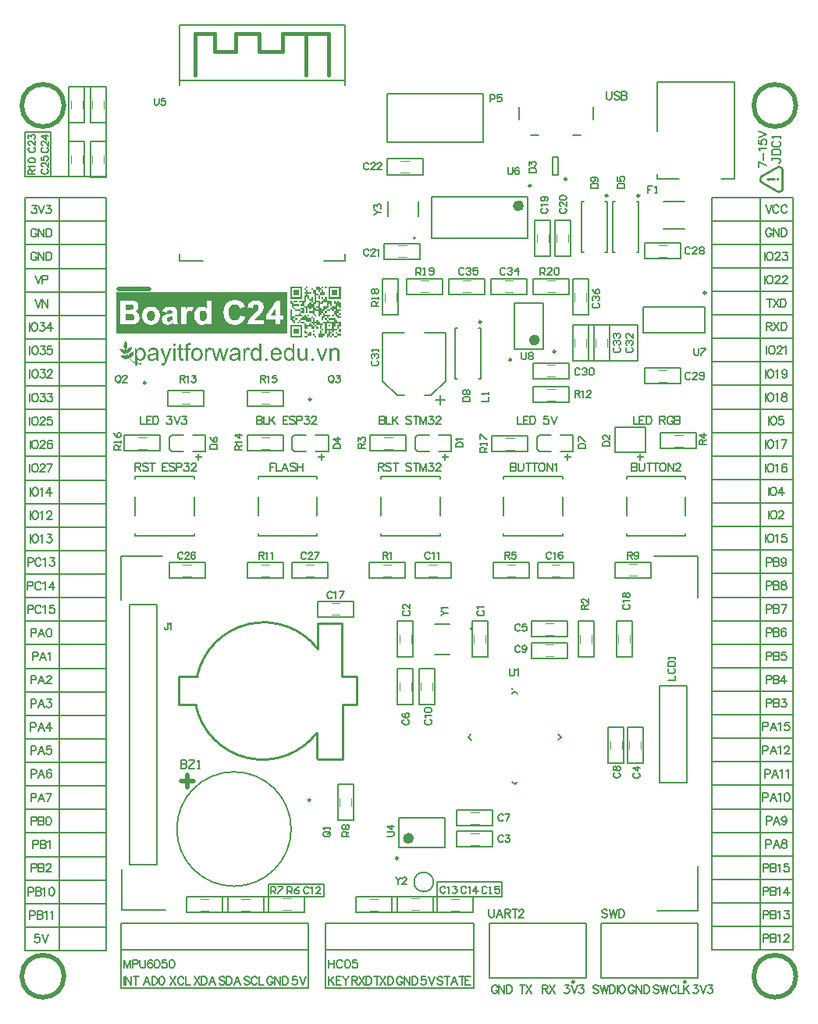
<source format=gto>
G04*
G04 #@! TF.GenerationSoftware,Altium Limited,Altium Designer,21.0.8 (223)*
G04*
G04 Layer_Color=65535*
%FSTAX24Y24*%
%MOIN*%
G70*
G04*
G04 #@! TF.SameCoordinates,41972824-9B57-438F-98A6-91DE107BC887*
G04*
G04*
G04 #@! TF.FilePolarity,Positive*
G04*
G01*
G75*
%ADD10C,0.0079*%
%ADD11C,0.0098*%
%ADD12C,0.0236*%
%ADD13C,0.0100*%
%ADD14C,0.0080*%
%ADD15C,0.0200*%
%ADD16C,0.0070*%
%ADD17C,0.0050*%
%ADD18C,0.0040*%
%ADD19C,0.0150*%
%ADD20C,0.0060*%
G36*
X063452Y046956D02*
X06347D01*
Y046953D01*
X063481D01*
Y046951D01*
X06349D01*
Y046949D01*
X063497D01*
Y046947D01*
X063504D01*
Y046944D01*
X06351D01*
Y046942D01*
X063515D01*
Y04694D01*
X063519D01*
Y046938D01*
X063524D01*
Y046935D01*
X063528D01*
Y046933D01*
X063533D01*
Y046931D01*
X063537D01*
Y046929D01*
X063542D01*
Y046926D01*
X063544D01*
Y046924D01*
X063549D01*
Y046922D01*
X063551D01*
Y04692D01*
X063555D01*
Y046917D01*
X063558D01*
Y046915D01*
X063562D01*
Y046913D01*
X063564D01*
Y046911D01*
X063567D01*
Y046908D01*
X063569D01*
Y046906D01*
X063571D01*
Y046904D01*
X063573D01*
Y046902D01*
X063576D01*
Y046899D01*
X06358D01*
Y046897D01*
X063582D01*
Y046895D01*
X063585D01*
Y04689D01*
X063587D01*
Y046888D01*
X063589D01*
Y046886D01*
X063591D01*
Y046884D01*
X063594D01*
Y046881D01*
X063596D01*
Y046879D01*
X063598D01*
Y046877D01*
X0636D01*
Y046872D01*
X063602D01*
Y04687D01*
X063605D01*
Y046866D01*
X063607D01*
Y046863D01*
X063609D01*
Y046859D01*
X063611D01*
Y046857D01*
X063614D01*
Y046852D01*
X063616D01*
Y046848D01*
X063618D01*
Y046843D01*
X06362D01*
Y046839D01*
X063623D01*
Y046834D01*
X063625D01*
Y046828D01*
X063627D01*
Y046821D01*
X063629D01*
Y046814D01*
X063632D01*
Y04681D01*
X063634D01*
Y046798D01*
X063636D01*
Y046787D01*
X063638D01*
Y046769D01*
X063641D01*
Y045994D01*
X063638D01*
Y045976D01*
X063636D01*
Y045965D01*
X063634D01*
Y045956D01*
X063632D01*
Y045949D01*
X063629D01*
Y045943D01*
X063627D01*
Y045936D01*
X063625D01*
Y045931D01*
X063623D01*
Y045927D01*
X06362D01*
Y045922D01*
X063618D01*
Y045918D01*
X063616D01*
Y045913D01*
X063614D01*
Y045909D01*
X063611D01*
Y045904D01*
X063609D01*
Y045902D01*
X063607D01*
Y045898D01*
X063605D01*
Y045895D01*
X063602D01*
Y045891D01*
X0636D01*
Y045889D01*
X063598D01*
Y045886D01*
X063596D01*
Y045884D01*
X063594D01*
Y04588D01*
X063591D01*
Y045877D01*
X063589D01*
Y045875D01*
X063587D01*
Y045873D01*
X063585D01*
Y045871D01*
X063582D01*
Y045868D01*
X06358D01*
Y045866D01*
X063578D01*
Y045864D01*
X063576D01*
Y045862D01*
X063573D01*
Y045859D01*
X063571D01*
Y045857D01*
X063567D01*
Y045855D01*
X063564D01*
Y045853D01*
X063562D01*
Y045851D01*
X06356D01*
Y045848D01*
X063555D01*
Y045846D01*
X063553D01*
Y045844D01*
X063549D01*
Y045842D01*
X063546D01*
Y045839D01*
X063542D01*
Y045837D01*
X06354D01*
Y045835D01*
X063535D01*
Y045833D01*
X063531D01*
Y04583D01*
X063526D01*
Y045828D01*
X063522D01*
Y045826D01*
X063517D01*
Y045824D01*
X06351D01*
Y045821D01*
X063504D01*
Y045819D01*
X063497D01*
Y045817D01*
X063492D01*
Y045815D01*
X063481D01*
Y045812D01*
X06347D01*
Y04581D01*
X063452D01*
Y045808D01*
X063418D01*
Y04581D01*
X063403D01*
Y045812D01*
X063391D01*
Y045815D01*
X06338D01*
Y045817D01*
X063373D01*
Y045819D01*
X063367D01*
Y045821D01*
X06336D01*
Y045824D01*
X063355D01*
Y045826D01*
X063351D01*
Y045828D01*
X063346D01*
Y04583D01*
X063342D01*
Y045833D01*
X063337D01*
Y045835D01*
X063333D01*
Y045837D01*
X063328D01*
Y045839D01*
X063326D01*
Y045842D01*
X063322D01*
Y045844D01*
X063317D01*
Y045846D01*
X063313D01*
Y045848D01*
X06331D01*
Y045851D01*
X063306D01*
Y045853D01*
X063302D01*
Y045855D01*
X063297D01*
Y045857D01*
X063295D01*
Y045859D01*
X06329D01*
Y045862D01*
X063286D01*
Y045864D01*
X063281D01*
Y045866D01*
X063279D01*
Y045868D01*
X063275D01*
Y045871D01*
X06327D01*
Y045873D01*
X063268D01*
Y045875D01*
X063263D01*
Y045877D01*
X063259D01*
Y04588D01*
X063254D01*
Y045882D01*
X063252D01*
Y045884D01*
X063248D01*
Y045886D01*
X063243D01*
Y045889D01*
X063239D01*
Y045891D01*
X063236D01*
Y045893D01*
X063232D01*
Y045895D01*
X063227D01*
Y045898D01*
X063223D01*
Y0459D01*
X063221D01*
Y045902D01*
X063216D01*
Y045904D01*
X063212D01*
Y045907D01*
X063209D01*
Y045909D01*
X063205D01*
Y045911D01*
X0632D01*
Y045913D01*
X063196D01*
Y045916D01*
X063194D01*
Y045918D01*
X063189D01*
Y04592D01*
X063185D01*
Y045922D01*
X06318D01*
Y045925D01*
X063178D01*
Y045927D01*
X063173D01*
Y045929D01*
X063169D01*
Y045931D01*
X063167D01*
Y045934D01*
X063162D01*
Y045936D01*
X063158D01*
Y045938D01*
X063153D01*
Y04594D01*
X063151D01*
Y045943D01*
X063147D01*
Y045945D01*
X063142D01*
Y045947D01*
X063138D01*
Y045949D01*
X063135D01*
Y045952D01*
X063131D01*
Y045954D01*
X063126D01*
Y045956D01*
X063122D01*
Y045958D01*
X06312D01*
Y045961D01*
X063115D01*
Y045963D01*
X063111D01*
Y045965D01*
X063108D01*
Y045967D01*
X063104D01*
Y04597D01*
X063099D01*
Y045972D01*
X063095D01*
Y045974D01*
X063093D01*
Y045976D01*
X063088D01*
Y045979D01*
X063084D01*
Y045981D01*
X063079D01*
Y045983D01*
X063077D01*
Y045985D01*
X063072D01*
Y045988D01*
X063068D01*
Y04599D01*
X063066D01*
Y045992D01*
X063061D01*
Y045994D01*
X063057D01*
Y045996D01*
X063052D01*
Y045999D01*
X06305D01*
Y046001D01*
X063045D01*
Y046003D01*
X063041D01*
Y046005D01*
X063036D01*
Y046008D01*
X063034D01*
Y04601D01*
X06303D01*
Y046012D01*
X063025D01*
Y046014D01*
X063021D01*
Y046017D01*
X063018D01*
Y046019D01*
X063014D01*
Y046021D01*
X06301D01*
Y046023D01*
X063007D01*
Y046026D01*
X063003D01*
Y046028D01*
X062998D01*
Y04603D01*
X062994D01*
Y046032D01*
X062992D01*
Y046035D01*
X062987D01*
Y046037D01*
X062983D01*
Y046039D01*
X062978D01*
Y046041D01*
X062976D01*
Y046044D01*
X062971D01*
Y046046D01*
X062967D01*
Y046048D01*
X062962D01*
Y04605D01*
X06296D01*
Y046053D01*
X062956D01*
Y046055D01*
X062951D01*
Y046057D01*
X062949D01*
Y046059D01*
X062944D01*
Y046062D01*
X06294D01*
Y046064D01*
X062935D01*
Y046066D01*
X062933D01*
Y046068D01*
X062929D01*
Y046071D01*
X062924D01*
Y046073D01*
X06292D01*
Y046075D01*
X062917D01*
Y046077D01*
X062913D01*
Y04608D01*
X062908D01*
Y046082D01*
X062906D01*
Y046084D01*
X062902D01*
Y046086D01*
X062897D01*
Y046089D01*
X062893D01*
Y046091D01*
X06289D01*
Y046093D01*
X062886D01*
Y046095D01*
X062881D01*
Y046098D01*
X062877D01*
Y0461D01*
X062875D01*
Y046102D01*
X06287D01*
Y046104D01*
X062866D01*
Y046107D01*
X062861D01*
Y046109D01*
X062859D01*
Y046111D01*
X062855D01*
Y046113D01*
X06285D01*
Y046116D01*
X062848D01*
Y046118D01*
X062843D01*
Y04612D01*
X062839D01*
Y046122D01*
X062834D01*
Y046125D01*
X062832D01*
Y046127D01*
X062828D01*
Y046129D01*
X062823D01*
Y046131D01*
X062819D01*
Y046134D01*
X062816D01*
Y046136D01*
X062812D01*
Y046138D01*
X062807D01*
Y04614D01*
X062803D01*
Y046143D01*
X062801D01*
Y046145D01*
X062796D01*
Y046147D01*
X062792D01*
Y046149D01*
X062789D01*
Y046151D01*
X062785D01*
Y046154D01*
X06278D01*
Y046156D01*
X062776D01*
Y046158D01*
X062774D01*
Y04616D01*
X062769D01*
Y046163D01*
X062765D01*
Y046165D01*
X06276D01*
Y046167D01*
X062758D01*
Y046169D01*
X062753D01*
Y046172D01*
X062749D01*
Y046174D01*
X062747D01*
Y046176D01*
X062742D01*
Y046178D01*
X062738D01*
Y046181D01*
X062733D01*
Y046183D01*
X062731D01*
Y046185D01*
X062726D01*
Y046187D01*
X062722D01*
Y04619D01*
X062718D01*
Y046192D01*
X062715D01*
Y046194D01*
X062711D01*
Y046196D01*
X062706D01*
Y046199D01*
X062702D01*
Y046201D01*
X0627D01*
Y046203D01*
X062695D01*
Y046205D01*
X062691D01*
Y046208D01*
X062688D01*
Y04621D01*
X062684D01*
Y046212D01*
X062682D01*
Y046214D01*
X062677D01*
Y046217D01*
X062675D01*
Y046219D01*
X06267D01*
Y046221D01*
X062668D01*
Y046223D01*
X062666D01*
Y046226D01*
X062664D01*
Y046228D01*
X062659D01*
Y04623D01*
X062657D01*
Y046232D01*
X062655D01*
Y046235D01*
X062652D01*
Y046237D01*
X06265D01*
Y046239D01*
X062648D01*
Y046241D01*
X062646D01*
Y046244D01*
X062643D01*
Y046246D01*
X062641D01*
Y046248D01*
X062639D01*
Y04625D01*
X062637D01*
Y046255D01*
X062634D01*
Y046257D01*
X062632D01*
Y046259D01*
X06263D01*
Y046262D01*
X062628D01*
Y046266D01*
X062625D01*
Y046268D01*
X062623D01*
Y046273D01*
X062621D01*
Y046275D01*
X062619D01*
Y04628D01*
X062616D01*
Y046284D01*
X062614D01*
Y046288D01*
X062612D01*
Y046293D01*
X06261D01*
Y046297D01*
X062607D01*
Y046302D01*
X062605D01*
Y046306D01*
X062603D01*
Y046313D01*
X062601D01*
Y04632D01*
X062598D01*
Y046327D01*
X062596D01*
Y046336D01*
X062594D01*
Y046347D01*
X062592D01*
Y046365D01*
X062589D01*
Y046401D01*
X062592D01*
Y046419D01*
X062594D01*
Y04643D01*
X062596D01*
Y046439D01*
X062598D01*
Y046446D01*
X062601D01*
Y046452D01*
X062603D01*
Y046459D01*
X062605D01*
Y046466D01*
X062607D01*
Y04647D01*
X06261D01*
Y046475D01*
X062612D01*
Y046479D01*
X062614D01*
Y046484D01*
X062616D01*
Y046486D01*
X062619D01*
Y046491D01*
X062621D01*
Y046493D01*
X062623D01*
Y046497D01*
X062625D01*
Y0465D01*
X062628D01*
Y046504D01*
X06263D01*
Y046506D01*
X062632D01*
Y046509D01*
X062634D01*
Y046513D01*
X062637D01*
Y046515D01*
X062639D01*
Y046518D01*
X062641D01*
Y04652D01*
X062643D01*
Y046522D01*
X062646D01*
Y046524D01*
X062648D01*
Y046527D01*
X06265D01*
Y046529D01*
X062652D01*
Y046531D01*
X062655D01*
Y046533D01*
X062657D01*
Y046536D01*
X062659D01*
Y046538D01*
X062661D01*
Y04654D01*
X062666D01*
Y046542D01*
X062668D01*
Y046545D01*
X06267D01*
Y046547D01*
X062673D01*
Y046549D01*
X062677D01*
Y046551D01*
X062682D01*
Y046554D01*
X062684D01*
Y046556D01*
X062688D01*
Y046558D01*
X062691D01*
Y04656D01*
X062695D01*
Y046563D01*
X062697D01*
Y046565D01*
X062702D01*
Y046567D01*
X062706D01*
Y046569D01*
X062711D01*
Y046571D01*
X062713D01*
Y046574D01*
X062718D01*
Y046576D01*
X062722D01*
Y046578D01*
X062726D01*
Y04658D01*
X062729D01*
Y046583D01*
X062733D01*
Y046585D01*
X062738D01*
Y046587D01*
X062742D01*
Y046589D01*
X062744D01*
Y046592D01*
X062749D01*
Y046594D01*
X062753D01*
Y046596D01*
X062756D01*
Y046598D01*
X06276D01*
Y046601D01*
X062765D01*
Y046603D01*
X062769D01*
Y046605D01*
X062771D01*
Y046607D01*
X062776D01*
Y04661D01*
X06278D01*
Y046612D01*
X062785D01*
Y046614D01*
X062787D01*
Y046616D01*
X062792D01*
Y046619D01*
X062796D01*
Y046621D01*
X062798D01*
Y046623D01*
X062803D01*
Y046625D01*
X062807D01*
Y046628D01*
X062812D01*
Y04663D01*
X062814D01*
Y046632D01*
X062819D01*
Y046634D01*
X062823D01*
Y046637D01*
X062828D01*
Y046639D01*
X06283D01*
Y046641D01*
X062834D01*
Y046643D01*
X062839D01*
Y046646D01*
X062843D01*
Y046648D01*
X062846D01*
Y04665D01*
X06285D01*
Y046652D01*
X062855D01*
Y046655D01*
X062857D01*
Y046657D01*
X062861D01*
Y046659D01*
X062866D01*
Y046661D01*
X06287D01*
Y046664D01*
X062873D01*
Y046666D01*
X062877D01*
Y046668D01*
X062881D01*
Y04667D01*
X062886D01*
Y046673D01*
X062888D01*
Y046675D01*
X062893D01*
Y046677D01*
X062897D01*
Y046679D01*
X062902D01*
Y046682D01*
X062904D01*
Y046684D01*
X062908D01*
Y046686D01*
X062913D01*
Y046688D01*
X062915D01*
Y046691D01*
X06292D01*
Y046693D01*
X062924D01*
Y046695D01*
X062929D01*
Y046697D01*
X062931D01*
Y0467D01*
X062935D01*
Y046702D01*
X06294D01*
Y046704D01*
X062944D01*
Y046706D01*
X062947D01*
Y046709D01*
X062951D01*
Y046711D01*
X062956D01*
Y046713D01*
X062958D01*
Y046715D01*
X062962D01*
Y046718D01*
X062967D01*
Y04672D01*
X062971D01*
Y046722D01*
X062974D01*
Y046724D01*
X062978D01*
Y046726D01*
X062983D01*
Y046729D01*
X062987D01*
Y046731D01*
X062989D01*
Y046733D01*
X062994D01*
Y046735D01*
X062998D01*
Y046738D01*
X063003D01*
Y04674D01*
X063005D01*
Y046742D01*
X06301D01*
Y046744D01*
X063014D01*
Y046747D01*
X063016D01*
Y046749D01*
X063021D01*
Y046751D01*
X063025D01*
Y046753D01*
X06303D01*
Y046756D01*
X063032D01*
Y046758D01*
X063036D01*
Y04676D01*
X063041D01*
Y046762D01*
X063045D01*
Y046765D01*
X063048D01*
Y046767D01*
X063052D01*
Y046769D01*
X063057D01*
Y046771D01*
X063061D01*
Y046774D01*
X063063D01*
Y046776D01*
X063068D01*
Y046778D01*
X063072D01*
Y04678D01*
X063075D01*
Y046783D01*
X063079D01*
Y046785D01*
X063084D01*
Y046787D01*
X063088D01*
Y046789D01*
X06309D01*
Y046792D01*
X063095D01*
Y046794D01*
X063099D01*
Y046796D01*
X063104D01*
Y046798D01*
X063106D01*
Y046801D01*
X063111D01*
Y046803D01*
X063115D01*
Y046805D01*
X06312D01*
Y046807D01*
X063122D01*
Y04681D01*
X063126D01*
Y046812D01*
X063131D01*
Y046814D01*
X063133D01*
Y046816D01*
X063138D01*
Y046819D01*
X063142D01*
Y046821D01*
X063147D01*
Y046823D01*
X063149D01*
Y046825D01*
X063153D01*
Y046828D01*
X063158D01*
Y04683D01*
X063162D01*
Y046832D01*
X063164D01*
Y046834D01*
X063169D01*
Y046837D01*
X063173D01*
Y046839D01*
X063176D01*
Y046841D01*
X06318D01*
Y046843D01*
X063185D01*
Y046846D01*
X063189D01*
Y046848D01*
X063191D01*
Y04685D01*
X063196D01*
Y046852D01*
X0632D01*
Y046855D01*
X063205D01*
Y046857D01*
X063207D01*
Y046859D01*
X063212D01*
Y046861D01*
X063216D01*
Y046863D01*
X063221D01*
Y046866D01*
X063223D01*
Y046868D01*
X063227D01*
Y04687D01*
X063232D01*
Y046872D01*
X063234D01*
Y046875D01*
X063239D01*
Y046877D01*
X063243D01*
Y046879D01*
X063248D01*
Y046881D01*
X06325D01*
Y046884D01*
X063254D01*
Y046886D01*
X063259D01*
Y046888D01*
X063263D01*
Y04689D01*
X063266D01*
Y046893D01*
X06327D01*
Y046895D01*
X063275D01*
Y046897D01*
X063279D01*
Y046899D01*
X063281D01*
Y046902D01*
X063286D01*
Y046904D01*
X06329D01*
Y046906D01*
X063293D01*
Y046908D01*
X063297D01*
Y046911D01*
X063302D01*
Y046913D01*
X063306D01*
Y046915D01*
X063308D01*
Y046917D01*
X063313D01*
Y04692D01*
X063317D01*
Y046922D01*
X063322D01*
Y046924D01*
X063324D01*
Y046926D01*
X063328D01*
Y046929D01*
X063333D01*
Y046931D01*
X063337D01*
Y046933D01*
X063342D01*
Y046935D01*
X063346D01*
Y046938D01*
X063351D01*
Y04694D01*
X063355D01*
Y046942D01*
X06336D01*
Y046944D01*
X063367D01*
Y046947D01*
X063373D01*
Y046949D01*
X06338D01*
Y046951D01*
X063389D01*
Y046953D01*
X0634D01*
Y046956D01*
X063418D01*
Y046958D01*
X063452D01*
Y046956D01*
D02*
G37*
G36*
X044126Y04181D02*
Y041809D01*
Y041807D01*
Y041806D01*
Y041805D01*
Y041804D01*
Y041803D01*
Y041802D01*
Y041801D01*
Y0418D01*
Y041798D01*
Y041797D01*
Y041796D01*
Y041795D01*
Y041794D01*
Y041793D01*
Y041792D01*
Y041791D01*
Y041789D01*
Y041788D01*
Y041787D01*
Y041786D01*
Y041785D01*
Y041784D01*
Y041783D01*
Y041782D01*
Y041781D01*
Y041779D01*
Y041778D01*
Y041777D01*
Y041776D01*
Y041775D01*
Y041774D01*
Y041773D01*
Y041771D01*
Y04177D01*
Y041769D01*
Y041768D01*
Y041767D01*
Y041766D01*
Y041765D01*
Y041764D01*
Y041762D01*
Y041761D01*
Y04176D01*
Y041759D01*
Y041758D01*
Y041757D01*
Y041756D01*
Y041755D01*
Y041754D01*
Y041752D01*
Y041751D01*
Y04175D01*
Y041749D01*
Y041748D01*
Y041747D01*
Y041746D01*
Y041744D01*
Y041743D01*
Y041742D01*
Y041741D01*
Y04174D01*
Y041739D01*
Y041738D01*
Y041737D01*
Y041736D01*
X044051D01*
Y041737D01*
Y041738D01*
Y041739D01*
Y04174D01*
Y041741D01*
Y041742D01*
Y041743D01*
Y041744D01*
Y041746D01*
Y041747D01*
Y041748D01*
Y041749D01*
Y04175D01*
Y041751D01*
Y041752D01*
Y041754D01*
Y041755D01*
Y041756D01*
Y041757D01*
Y041758D01*
Y041759D01*
Y04176D01*
Y041761D01*
Y041762D01*
Y041764D01*
Y041765D01*
Y041766D01*
Y041767D01*
Y041768D01*
Y041769D01*
Y04177D01*
Y041771D01*
Y041773D01*
Y041774D01*
Y041775D01*
Y041776D01*
Y041777D01*
Y041778D01*
Y041779D01*
Y041781D01*
Y041782D01*
Y041783D01*
Y041784D01*
Y041785D01*
Y041786D01*
Y041787D01*
Y041788D01*
Y041789D01*
Y041791D01*
Y041792D01*
Y041793D01*
Y041794D01*
Y041795D01*
Y041796D01*
Y041797D01*
Y041798D01*
Y0418D01*
Y041801D01*
Y041802D01*
Y041803D01*
Y041804D01*
Y041805D01*
Y041806D01*
Y041807D01*
Y041809D01*
Y04181D01*
Y041811D01*
X044126D01*
Y04181D01*
D02*
G37*
G36*
X043977D02*
Y041809D01*
Y041807D01*
Y041806D01*
Y041805D01*
Y041804D01*
Y041803D01*
Y041802D01*
Y041801D01*
Y0418D01*
Y041798D01*
Y041797D01*
Y041796D01*
Y041795D01*
Y041794D01*
Y041793D01*
Y041792D01*
Y041791D01*
Y041789D01*
Y041788D01*
Y041787D01*
Y041786D01*
Y041785D01*
Y041784D01*
Y041783D01*
Y041782D01*
Y041781D01*
Y041779D01*
Y041778D01*
Y041777D01*
Y041776D01*
Y041775D01*
Y041774D01*
Y041773D01*
Y041771D01*
Y04177D01*
Y041769D01*
Y041768D01*
Y041767D01*
Y041766D01*
Y041765D01*
Y041764D01*
Y041762D01*
Y041761D01*
Y04176D01*
Y041759D01*
Y041758D01*
Y041757D01*
Y041756D01*
Y041755D01*
Y041754D01*
Y041752D01*
Y041751D01*
Y04175D01*
Y041749D01*
Y041748D01*
Y041747D01*
Y041746D01*
Y041744D01*
Y041743D01*
Y041742D01*
Y041741D01*
Y04174D01*
Y041739D01*
Y041738D01*
Y041737D01*
Y041736D01*
X043901D01*
Y041737D01*
Y041738D01*
Y041739D01*
Y04174D01*
Y041741D01*
Y041742D01*
Y041743D01*
Y041744D01*
Y041746D01*
Y041747D01*
Y041748D01*
Y041749D01*
Y04175D01*
Y041751D01*
Y041752D01*
Y041754D01*
Y041755D01*
Y041756D01*
Y041757D01*
Y041758D01*
Y041759D01*
Y04176D01*
Y041761D01*
Y041762D01*
Y041764D01*
Y041765D01*
Y041766D01*
Y041767D01*
Y041768D01*
Y041769D01*
Y04177D01*
Y041771D01*
Y041773D01*
Y041774D01*
Y041775D01*
Y041776D01*
Y041777D01*
Y041778D01*
Y041779D01*
Y041781D01*
Y041782D01*
Y041783D01*
Y041784D01*
Y041785D01*
Y041786D01*
Y041787D01*
Y041788D01*
Y041789D01*
Y041791D01*
Y041792D01*
Y041793D01*
Y041794D01*
Y041795D01*
Y041796D01*
Y041797D01*
Y041798D01*
Y0418D01*
Y041801D01*
Y041802D01*
Y041803D01*
Y041804D01*
Y041805D01*
Y041806D01*
Y041807D01*
Y041809D01*
Y04181D01*
Y041811D01*
X043977D01*
Y04181D01*
D02*
G37*
G36*
X043303D02*
Y041809D01*
Y041807D01*
Y041806D01*
Y041805D01*
Y041804D01*
Y041803D01*
Y041802D01*
Y041801D01*
Y0418D01*
Y041798D01*
Y041797D01*
Y041796D01*
Y041795D01*
Y041794D01*
Y041793D01*
Y041792D01*
Y041791D01*
Y041789D01*
Y041788D01*
Y041787D01*
Y041786D01*
Y041785D01*
Y041784D01*
Y041783D01*
Y041782D01*
Y041781D01*
Y041779D01*
Y041778D01*
Y041777D01*
Y041776D01*
Y041775D01*
Y041774D01*
Y041773D01*
Y041771D01*
Y04177D01*
Y041769D01*
Y041768D01*
Y041767D01*
Y041766D01*
Y041765D01*
Y041764D01*
Y041762D01*
Y041761D01*
Y04176D01*
Y041759D01*
Y041758D01*
Y041757D01*
Y041756D01*
Y041755D01*
Y041754D01*
Y041752D01*
Y041751D01*
Y04175D01*
Y041749D01*
Y041748D01*
Y041747D01*
Y041746D01*
Y041744D01*
Y041743D01*
Y041742D01*
Y041741D01*
Y04174D01*
Y041739D01*
Y041738D01*
Y041737D01*
Y041736D01*
X043229D01*
Y041737D01*
Y041738D01*
Y041739D01*
Y04174D01*
Y041741D01*
Y041742D01*
Y041743D01*
Y041744D01*
Y041746D01*
Y041747D01*
Y041748D01*
Y041749D01*
Y04175D01*
Y041751D01*
Y041752D01*
Y041754D01*
Y041755D01*
Y041756D01*
Y041757D01*
Y041758D01*
Y041759D01*
Y04176D01*
Y041761D01*
Y041762D01*
Y041764D01*
Y041765D01*
Y041766D01*
Y041767D01*
Y041768D01*
Y041769D01*
Y04177D01*
Y041771D01*
Y041773D01*
Y041774D01*
Y041775D01*
Y041776D01*
Y041777D01*
Y041778D01*
Y041779D01*
Y041781D01*
Y041782D01*
Y041783D01*
Y041784D01*
Y041785D01*
Y041786D01*
Y041787D01*
Y041788D01*
Y041789D01*
Y041791D01*
Y041792D01*
Y041793D01*
Y041794D01*
Y041795D01*
Y041796D01*
Y041797D01*
Y041798D01*
Y0418D01*
Y041801D01*
Y041802D01*
Y041803D01*
Y041804D01*
Y041805D01*
Y041806D01*
Y041807D01*
Y041809D01*
Y04181D01*
Y041811D01*
X043303D01*
Y04181D01*
D02*
G37*
G36*
X043827D02*
Y041809D01*
Y041807D01*
Y041806D01*
Y041805D01*
Y041804D01*
Y041803D01*
Y041802D01*
Y041801D01*
Y0418D01*
Y041798D01*
Y041797D01*
Y041796D01*
Y041795D01*
Y041794D01*
Y041793D01*
Y041792D01*
Y041791D01*
Y041789D01*
Y041788D01*
Y041787D01*
Y041786D01*
Y041785D01*
Y041784D01*
Y041783D01*
Y041782D01*
Y041781D01*
Y041779D01*
Y041778D01*
Y041777D01*
Y041776D01*
Y041775D01*
Y041774D01*
Y041773D01*
Y041771D01*
Y04177D01*
Y041769D01*
Y041768D01*
Y041767D01*
Y041766D01*
Y041765D01*
Y041764D01*
Y041762D01*
Y041761D01*
Y04176D01*
Y041759D01*
Y041758D01*
Y041757D01*
Y041756D01*
Y041755D01*
Y041754D01*
Y041752D01*
Y041751D01*
Y04175D01*
Y041749D01*
Y041748D01*
Y041747D01*
Y041746D01*
Y041744D01*
Y041743D01*
Y041742D01*
Y041741D01*
Y04174D01*
Y041739D01*
Y041738D01*
Y041737D01*
Y041736D01*
X043901D01*
Y041734D01*
Y041733D01*
Y041732D01*
Y041731D01*
Y04173D01*
Y041729D01*
Y041728D01*
Y041726D01*
Y041725D01*
Y041724D01*
Y041723D01*
Y041722D01*
Y041721D01*
Y04172D01*
Y041719D01*
Y041718D01*
Y041716D01*
Y041715D01*
Y041714D01*
Y041713D01*
Y041712D01*
Y041711D01*
Y04171D01*
Y041708D01*
Y041707D01*
Y041706D01*
Y041705D01*
Y041704D01*
Y041703D01*
Y041702D01*
Y041701D01*
Y0417D01*
Y041698D01*
Y041697D01*
Y041696D01*
Y041695D01*
Y041694D01*
Y041693D01*
Y041692D01*
Y041691D01*
Y041689D01*
Y041688D01*
Y041687D01*
Y041686D01*
Y041685D01*
Y041684D01*
Y041683D01*
Y041682D01*
Y04168D01*
Y041679D01*
Y041678D01*
Y041677D01*
Y041676D01*
Y041675D01*
Y041674D01*
Y041673D01*
Y041671D01*
Y04167D01*
Y041669D01*
Y041668D01*
Y041667D01*
Y041666D01*
Y041665D01*
Y041664D01*
Y041662D01*
Y041661D01*
X043977D01*
Y04166D01*
Y041659D01*
Y041658D01*
Y041657D01*
Y041656D01*
Y041655D01*
Y041653D01*
Y041652D01*
Y041651D01*
Y04165D01*
Y041649D01*
Y041648D01*
Y041647D01*
Y041646D01*
Y041644D01*
Y041643D01*
Y041642D01*
Y041641D01*
Y04164D01*
Y041639D01*
Y041638D01*
Y041637D01*
Y041635D01*
Y041634D01*
Y041633D01*
Y041632D01*
Y041631D01*
Y04163D01*
Y041629D01*
Y041628D01*
Y041626D01*
Y041625D01*
Y041624D01*
Y041623D01*
Y041622D01*
Y041621D01*
Y04162D01*
Y041619D01*
Y041617D01*
Y041616D01*
Y041615D01*
Y041614D01*
Y041613D01*
Y041612D01*
Y041611D01*
Y04161D01*
Y041608D01*
Y041607D01*
Y041606D01*
Y041605D01*
Y041604D01*
Y041603D01*
Y041602D01*
Y041601D01*
Y041599D01*
Y041598D01*
Y041597D01*
Y041596D01*
Y041595D01*
Y041594D01*
Y041593D01*
Y041592D01*
Y04159D01*
Y041589D01*
Y041588D01*
Y041587D01*
Y041586D01*
X044051D01*
Y041585D01*
Y041584D01*
Y041583D01*
Y041581D01*
Y04158D01*
Y041579D01*
Y041578D01*
Y041577D01*
Y041576D01*
Y041575D01*
Y041574D01*
Y041572D01*
Y041571D01*
Y04157D01*
Y041569D01*
Y041568D01*
Y041567D01*
Y041566D01*
Y041565D01*
Y041563D01*
Y041562D01*
Y041561D01*
Y04156D01*
Y041559D01*
Y041558D01*
Y041557D01*
Y041556D01*
Y041554D01*
Y041553D01*
Y041552D01*
Y041551D01*
Y04155D01*
Y041549D01*
Y041548D01*
Y041547D01*
Y041545D01*
Y041544D01*
Y041543D01*
Y041542D01*
Y041541D01*
Y04154D01*
Y041539D01*
Y041538D01*
Y041536D01*
Y041535D01*
Y041534D01*
Y041533D01*
Y041532D01*
Y041531D01*
Y04153D01*
Y041529D01*
Y041527D01*
Y041526D01*
Y041525D01*
Y041524D01*
Y041523D01*
Y041522D01*
Y041521D01*
Y04152D01*
Y041518D01*
Y041517D01*
Y041516D01*
Y041515D01*
Y041514D01*
Y041513D01*
Y041512D01*
Y041511D01*
Y041509D01*
Y041508D01*
Y041507D01*
Y041506D01*
Y041505D01*
Y041504D01*
Y041503D01*
Y041502D01*
Y0415D01*
Y041499D01*
Y041498D01*
Y041497D01*
Y041496D01*
Y041495D01*
Y041494D01*
Y041493D01*
Y041491D01*
Y04149D01*
Y041489D01*
Y041488D01*
Y041487D01*
Y041486D01*
Y041485D01*
Y041484D01*
Y041482D01*
Y041481D01*
Y04148D01*
Y041479D01*
Y041478D01*
Y041477D01*
Y041476D01*
Y041475D01*
Y041473D01*
Y041472D01*
Y041471D01*
Y04147D01*
Y041469D01*
Y041468D01*
Y041467D01*
Y041466D01*
Y041464D01*
Y041463D01*
Y041462D01*
Y041461D01*
Y04146D01*
Y041459D01*
Y041458D01*
Y041457D01*
Y041455D01*
Y041454D01*
Y041453D01*
Y041452D01*
Y041451D01*
Y04145D01*
Y041449D01*
Y041448D01*
Y041446D01*
Y041445D01*
Y041444D01*
Y041443D01*
Y041442D01*
Y041441D01*
Y04144D01*
Y041439D01*
Y041437D01*
Y041436D01*
X043827D01*
Y041437D01*
Y041439D01*
Y04144D01*
Y041441D01*
Y041442D01*
Y041443D01*
Y041444D01*
Y041445D01*
Y041446D01*
Y041448D01*
Y041449D01*
Y04145D01*
Y041451D01*
Y041452D01*
Y041453D01*
Y041454D01*
Y041455D01*
Y041457D01*
Y041458D01*
Y041459D01*
Y04146D01*
Y041461D01*
Y041462D01*
Y041463D01*
Y041464D01*
Y041466D01*
Y041467D01*
Y041468D01*
Y041469D01*
Y04147D01*
Y041471D01*
Y041472D01*
Y041473D01*
Y041475D01*
Y041476D01*
Y041477D01*
Y041478D01*
Y041479D01*
Y04148D01*
Y041481D01*
Y041482D01*
Y041484D01*
Y041485D01*
Y041486D01*
Y041487D01*
Y041488D01*
Y041489D01*
Y04149D01*
Y041491D01*
Y041493D01*
Y041494D01*
Y041495D01*
Y041496D01*
Y041497D01*
Y041498D01*
Y041499D01*
Y0415D01*
Y041502D01*
Y041503D01*
Y041504D01*
Y041505D01*
Y041506D01*
Y041507D01*
Y041508D01*
Y041509D01*
Y041511D01*
Y041512D01*
Y041513D01*
Y041514D01*
Y041515D01*
Y041516D01*
Y041517D01*
Y041518D01*
Y04152D01*
Y041521D01*
Y041522D01*
Y041523D01*
Y041524D01*
Y041525D01*
Y041526D01*
Y041527D01*
Y041529D01*
Y04153D01*
Y041531D01*
Y041532D01*
Y041533D01*
Y041534D01*
Y041535D01*
Y041536D01*
Y041538D01*
Y041539D01*
Y04154D01*
Y041541D01*
Y041542D01*
Y041543D01*
Y041544D01*
Y041545D01*
Y041547D01*
Y041548D01*
Y041549D01*
Y04155D01*
Y041551D01*
Y041552D01*
Y041553D01*
Y041554D01*
Y041556D01*
Y041557D01*
Y041558D01*
Y041559D01*
Y04156D01*
Y041561D01*
Y041562D01*
Y041563D01*
Y041565D01*
Y041566D01*
Y041567D01*
Y041568D01*
Y041569D01*
Y04157D01*
Y041571D01*
Y041572D01*
Y041574D01*
Y041575D01*
Y041576D01*
Y041577D01*
Y041578D01*
Y041579D01*
Y04158D01*
Y041581D01*
Y041583D01*
Y041584D01*
Y041585D01*
Y041586D01*
X043752D01*
Y041587D01*
Y041588D01*
Y041589D01*
Y04159D01*
Y041592D01*
Y041593D01*
Y041594D01*
Y041595D01*
Y041596D01*
Y041597D01*
Y041598D01*
Y041599D01*
Y041601D01*
Y041602D01*
Y041603D01*
Y041604D01*
Y041605D01*
Y041606D01*
Y041607D01*
Y041608D01*
Y04161D01*
Y041611D01*
Y041612D01*
Y041613D01*
Y041614D01*
Y041615D01*
Y041616D01*
Y041617D01*
Y041619D01*
Y04162D01*
Y041621D01*
Y041622D01*
Y041623D01*
Y041624D01*
Y041625D01*
Y041626D01*
Y041628D01*
Y041629D01*
Y04163D01*
Y041631D01*
Y041632D01*
Y041633D01*
Y041634D01*
Y041635D01*
Y041637D01*
Y041638D01*
Y041639D01*
Y04164D01*
Y041641D01*
Y041642D01*
Y041643D01*
Y041644D01*
Y041646D01*
Y041647D01*
Y041648D01*
Y041649D01*
Y04165D01*
Y041651D01*
Y041652D01*
Y041653D01*
Y041655D01*
Y041656D01*
Y041657D01*
Y041658D01*
Y041659D01*
Y04166D01*
Y041661D01*
X043678D01*
Y041662D01*
Y041664D01*
Y041665D01*
Y041666D01*
Y041667D01*
Y041668D01*
Y041669D01*
Y04167D01*
Y041671D01*
Y041673D01*
Y041674D01*
Y041675D01*
Y041676D01*
Y041677D01*
Y041678D01*
Y041679D01*
Y04168D01*
Y041682D01*
Y041683D01*
Y041684D01*
Y041685D01*
Y041686D01*
Y041687D01*
Y041688D01*
Y041689D01*
Y041691D01*
Y041692D01*
Y041693D01*
Y041694D01*
Y041695D01*
Y041696D01*
Y041697D01*
Y041698D01*
Y0417D01*
Y041701D01*
Y041702D01*
Y041703D01*
Y041704D01*
Y041705D01*
Y041706D01*
Y041707D01*
Y041708D01*
Y04171D01*
Y041711D01*
Y041712D01*
Y041713D01*
Y041714D01*
Y041715D01*
Y041716D01*
Y041718D01*
Y041719D01*
Y04172D01*
Y041721D01*
Y041722D01*
Y041723D01*
Y041724D01*
Y041725D01*
Y041726D01*
Y041728D01*
Y041729D01*
Y04173D01*
Y041731D01*
Y041732D01*
Y041733D01*
Y041734D01*
Y041736D01*
Y041737D01*
Y041738D01*
Y041739D01*
Y04174D01*
Y041741D01*
Y041742D01*
Y041743D01*
Y041744D01*
Y041746D01*
Y041747D01*
Y041748D01*
Y041749D01*
Y04175D01*
Y041751D01*
Y041752D01*
Y041754D01*
Y041755D01*
Y041756D01*
Y041757D01*
Y041758D01*
Y041759D01*
Y04176D01*
Y041761D01*
Y041762D01*
Y041764D01*
Y041765D01*
Y041766D01*
Y041767D01*
Y041768D01*
Y041769D01*
Y04177D01*
Y041771D01*
Y041773D01*
Y041774D01*
Y041775D01*
Y041776D01*
Y041777D01*
Y041778D01*
Y041779D01*
Y041781D01*
Y041782D01*
Y041783D01*
Y041784D01*
Y041785D01*
Y041786D01*
Y041787D01*
Y041788D01*
Y041789D01*
Y041791D01*
Y041792D01*
Y041793D01*
Y041794D01*
Y041795D01*
Y041796D01*
Y041797D01*
Y041798D01*
Y0418D01*
Y041801D01*
Y041802D01*
Y041803D01*
Y041804D01*
Y041805D01*
Y041806D01*
Y041807D01*
Y041809D01*
Y04181D01*
Y041811D01*
X043827D01*
Y04181D01*
D02*
G37*
G36*
X044725D02*
Y041809D01*
Y041807D01*
Y041806D01*
Y041805D01*
Y041804D01*
Y041803D01*
Y041802D01*
Y041801D01*
Y0418D01*
Y041798D01*
Y041797D01*
Y041796D01*
Y041795D01*
Y041794D01*
Y041793D01*
Y041792D01*
Y041791D01*
Y041789D01*
Y041788D01*
Y041787D01*
Y041786D01*
Y041785D01*
Y041784D01*
Y041783D01*
Y041782D01*
Y041781D01*
Y041779D01*
Y041778D01*
Y041777D01*
Y041776D01*
Y041775D01*
Y041774D01*
Y041773D01*
Y041771D01*
Y04177D01*
Y041769D01*
Y041768D01*
Y041767D01*
Y041766D01*
Y041765D01*
Y041764D01*
Y041762D01*
Y041761D01*
Y04176D01*
Y041759D01*
Y041758D01*
Y041757D01*
Y041756D01*
Y041755D01*
Y041754D01*
Y041752D01*
Y041751D01*
Y04175D01*
Y041749D01*
Y041748D01*
Y041747D01*
Y041746D01*
Y041744D01*
Y041743D01*
Y041742D01*
Y041741D01*
Y04174D01*
Y041739D01*
Y041738D01*
Y041737D01*
Y041736D01*
Y041734D01*
Y041733D01*
Y041732D01*
Y041731D01*
Y04173D01*
Y041729D01*
Y041728D01*
Y041726D01*
Y041725D01*
Y041724D01*
Y041723D01*
Y041722D01*
Y041721D01*
Y04172D01*
Y041719D01*
Y041718D01*
Y041716D01*
Y041715D01*
Y041714D01*
Y041713D01*
Y041712D01*
Y041711D01*
Y04171D01*
Y041708D01*
Y041707D01*
Y041706D01*
Y041705D01*
Y041704D01*
Y041703D01*
Y041702D01*
Y041701D01*
Y0417D01*
Y041698D01*
Y041697D01*
Y041696D01*
Y041695D01*
Y041694D01*
Y041693D01*
Y041692D01*
Y041691D01*
Y041689D01*
Y041688D01*
Y041687D01*
Y041686D01*
Y041685D01*
Y041684D01*
Y041683D01*
Y041682D01*
Y04168D01*
Y041679D01*
Y041678D01*
Y041677D01*
Y041676D01*
Y041675D01*
Y041674D01*
Y041673D01*
Y041671D01*
Y04167D01*
Y041669D01*
Y041668D01*
Y041667D01*
Y041666D01*
Y041665D01*
Y041664D01*
Y041662D01*
Y041661D01*
Y04166D01*
Y041659D01*
Y041658D01*
Y041657D01*
Y041656D01*
Y041655D01*
Y041653D01*
Y041652D01*
Y041651D01*
Y04165D01*
Y041649D01*
Y041648D01*
Y041647D01*
Y041646D01*
Y041644D01*
Y041643D01*
Y041642D01*
Y041641D01*
Y04164D01*
Y041639D01*
Y041638D01*
Y041637D01*
Y041635D01*
Y041634D01*
Y041633D01*
Y041632D01*
Y041631D01*
Y04163D01*
Y041629D01*
Y041628D01*
Y041626D01*
Y041625D01*
Y041624D01*
Y041623D01*
Y041622D01*
Y041621D01*
Y04162D01*
Y041619D01*
Y041617D01*
Y041616D01*
Y041615D01*
Y041614D01*
Y041613D01*
Y041612D01*
Y041611D01*
Y04161D01*
Y041608D01*
Y041607D01*
Y041606D01*
Y041605D01*
Y041604D01*
Y041603D01*
Y041602D01*
Y041601D01*
Y041599D01*
Y041598D01*
Y041597D01*
Y041596D01*
Y041595D01*
Y041594D01*
Y041593D01*
Y041592D01*
Y04159D01*
Y041589D01*
Y041588D01*
Y041587D01*
Y041586D01*
Y041585D01*
Y041584D01*
Y041583D01*
Y041581D01*
Y04158D01*
Y041579D01*
Y041578D01*
Y041577D01*
Y041576D01*
Y041575D01*
Y041574D01*
Y041572D01*
Y041571D01*
Y04157D01*
Y041569D01*
Y041568D01*
Y041567D01*
Y041566D01*
Y041565D01*
Y041563D01*
Y041562D01*
Y041561D01*
Y04156D01*
Y041559D01*
Y041558D01*
Y041557D01*
Y041556D01*
Y041554D01*
Y041553D01*
Y041552D01*
Y041551D01*
Y04155D01*
Y041549D01*
Y041548D01*
Y041547D01*
Y041545D01*
Y041544D01*
Y041543D01*
Y041542D01*
Y041541D01*
Y04154D01*
Y041539D01*
Y041538D01*
Y041536D01*
Y041535D01*
Y041534D01*
Y041533D01*
Y041532D01*
Y041531D01*
Y04153D01*
Y041529D01*
Y041527D01*
Y041526D01*
Y041525D01*
Y041524D01*
Y041523D01*
Y041522D01*
Y041521D01*
Y04152D01*
Y041518D01*
Y041517D01*
Y041516D01*
Y041515D01*
Y041514D01*
Y041513D01*
Y041512D01*
Y041511D01*
Y041509D01*
Y041508D01*
Y041507D01*
Y041506D01*
Y041505D01*
Y041504D01*
Y041503D01*
Y041502D01*
Y0415D01*
Y041499D01*
Y041498D01*
Y041497D01*
Y041496D01*
Y041495D01*
Y041494D01*
Y041493D01*
Y041491D01*
Y04149D01*
Y041489D01*
Y041488D01*
Y041487D01*
Y041486D01*
Y041485D01*
Y041484D01*
Y041482D01*
Y041481D01*
Y04148D01*
Y041479D01*
Y041478D01*
Y041477D01*
Y041476D01*
Y041475D01*
Y041473D01*
Y041472D01*
Y041471D01*
Y04147D01*
Y041469D01*
Y041468D01*
Y041467D01*
Y041466D01*
Y041464D01*
Y041463D01*
Y041462D01*
Y041461D01*
Y04146D01*
Y041459D01*
Y041458D01*
Y041457D01*
Y041455D01*
Y041454D01*
Y041453D01*
Y041452D01*
Y041451D01*
Y04145D01*
Y041449D01*
Y041448D01*
Y041446D01*
Y041445D01*
Y041444D01*
Y041443D01*
Y041442D01*
Y041441D01*
Y04144D01*
Y041439D01*
Y041437D01*
Y041436D01*
Y041435D01*
Y041434D01*
Y041433D01*
Y041432D01*
Y041431D01*
Y04143D01*
Y041428D01*
Y041427D01*
Y041426D01*
Y041425D01*
Y041424D01*
Y041423D01*
Y041422D01*
Y041421D01*
Y041419D01*
Y041418D01*
Y041417D01*
Y041416D01*
Y041415D01*
Y041414D01*
Y041413D01*
Y041412D01*
Y04141D01*
Y041409D01*
Y041408D01*
Y041407D01*
Y041406D01*
Y041405D01*
Y041404D01*
Y041403D01*
Y041401D01*
Y0414D01*
Y041399D01*
Y041398D01*
Y041397D01*
Y041396D01*
Y041395D01*
Y041394D01*
Y041392D01*
Y041391D01*
Y04139D01*
Y041389D01*
Y041388D01*
Y041387D01*
Y041386D01*
Y041385D01*
Y041383D01*
Y041382D01*
Y041381D01*
Y04138D01*
Y041379D01*
Y041378D01*
Y041377D01*
Y041376D01*
Y041374D01*
Y041373D01*
Y041372D01*
Y041371D01*
Y04137D01*
Y041369D01*
Y041368D01*
Y041367D01*
Y041365D01*
Y041364D01*
Y041363D01*
Y041362D01*
Y041361D01*
Y04136D01*
Y041359D01*
Y041358D01*
Y041356D01*
Y041355D01*
Y041354D01*
Y041353D01*
Y041352D01*
Y041351D01*
Y04135D01*
Y041349D01*
Y041347D01*
Y041346D01*
Y041345D01*
Y041344D01*
Y041343D01*
Y041342D01*
Y041341D01*
Y04134D01*
Y041338D01*
Y041337D01*
Y041336D01*
Y041335D01*
Y041334D01*
Y041333D01*
Y041332D01*
Y041331D01*
Y041329D01*
Y041328D01*
Y041327D01*
Y041326D01*
Y041325D01*
Y041324D01*
Y041323D01*
Y041322D01*
Y04132D01*
Y041319D01*
Y041318D01*
Y041317D01*
Y041316D01*
Y041315D01*
Y041314D01*
Y041313D01*
Y041311D01*
Y04131D01*
Y041309D01*
Y041308D01*
Y041307D01*
Y041306D01*
Y041305D01*
Y041304D01*
Y041302D01*
Y041301D01*
Y0413D01*
Y041299D01*
Y041298D01*
Y041297D01*
Y041296D01*
Y041295D01*
Y041293D01*
Y041292D01*
Y041291D01*
Y04129D01*
Y041289D01*
Y041288D01*
Y041287D01*
X044201D01*
Y041288D01*
Y041289D01*
Y04129D01*
Y041291D01*
Y041292D01*
Y041293D01*
Y041295D01*
Y041296D01*
Y041297D01*
Y041298D01*
Y041299D01*
Y0413D01*
Y041301D01*
Y041302D01*
Y041304D01*
Y041305D01*
Y041306D01*
Y041307D01*
Y041308D01*
Y041309D01*
Y04131D01*
Y041311D01*
Y041313D01*
Y041314D01*
Y041315D01*
Y041316D01*
Y041317D01*
Y041318D01*
Y041319D01*
Y04132D01*
Y041322D01*
Y041323D01*
Y041324D01*
Y041325D01*
Y041326D01*
Y041327D01*
Y041328D01*
Y041329D01*
Y041331D01*
Y041332D01*
Y041333D01*
Y041334D01*
Y041335D01*
Y041336D01*
Y041337D01*
Y041338D01*
Y04134D01*
Y041341D01*
Y041342D01*
Y041343D01*
Y041344D01*
Y041345D01*
Y041346D01*
Y041347D01*
Y041349D01*
Y04135D01*
Y041351D01*
Y041352D01*
Y041353D01*
Y041354D01*
Y041355D01*
Y041356D01*
Y041358D01*
Y041359D01*
Y04136D01*
Y041361D01*
Y041362D01*
Y041363D01*
Y041364D01*
Y041365D01*
Y041367D01*
Y041368D01*
Y041369D01*
Y04137D01*
Y041371D01*
Y041372D01*
Y041373D01*
Y041374D01*
Y041376D01*
Y041377D01*
Y041378D01*
Y041379D01*
Y04138D01*
Y041381D01*
Y041382D01*
Y041383D01*
Y041385D01*
Y041386D01*
Y041387D01*
Y041388D01*
Y041389D01*
Y04139D01*
Y041391D01*
Y041392D01*
Y041394D01*
Y041395D01*
Y041396D01*
Y041397D01*
Y041398D01*
Y041399D01*
Y0414D01*
Y041401D01*
Y041403D01*
Y041404D01*
Y041405D01*
Y041406D01*
Y041407D01*
Y041408D01*
Y041409D01*
Y04141D01*
Y041412D01*
Y041413D01*
Y041414D01*
Y041415D01*
Y041416D01*
Y041417D01*
Y041418D01*
Y041419D01*
Y041421D01*
Y041422D01*
Y041423D01*
Y041424D01*
Y041425D01*
Y041426D01*
Y041427D01*
Y041428D01*
Y04143D01*
Y041431D01*
Y041432D01*
Y041433D01*
Y041434D01*
Y041435D01*
Y041436D01*
Y041437D01*
Y041439D01*
Y04144D01*
Y041441D01*
Y041442D01*
Y041443D01*
Y041444D01*
Y041445D01*
Y041446D01*
Y041448D01*
Y041449D01*
Y04145D01*
Y041451D01*
Y041452D01*
Y041453D01*
Y041454D01*
Y041455D01*
Y041457D01*
Y041458D01*
Y041459D01*
Y04146D01*
Y041461D01*
Y041462D01*
Y041463D01*
Y041464D01*
Y041466D01*
Y041467D01*
Y041468D01*
Y041469D01*
Y04147D01*
Y041471D01*
Y041472D01*
Y041473D01*
Y041475D01*
Y041476D01*
Y041477D01*
Y041478D01*
Y041479D01*
Y04148D01*
Y041481D01*
Y041482D01*
Y041484D01*
Y041485D01*
Y041486D01*
Y041487D01*
Y041488D01*
Y041489D01*
Y04149D01*
Y041491D01*
Y041493D01*
Y041494D01*
Y041495D01*
Y041496D01*
Y041497D01*
Y041498D01*
Y041499D01*
Y0415D01*
Y041502D01*
Y041503D01*
Y041504D01*
Y041505D01*
Y041506D01*
Y041507D01*
Y041508D01*
Y041509D01*
Y041511D01*
Y041512D01*
Y041513D01*
Y041514D01*
Y041515D01*
Y041516D01*
Y041517D01*
Y041518D01*
Y04152D01*
Y041521D01*
Y041522D01*
Y041523D01*
Y041524D01*
Y041525D01*
Y041526D01*
Y041527D01*
Y041529D01*
Y04153D01*
Y041531D01*
Y041532D01*
Y041533D01*
Y041534D01*
Y041535D01*
Y041536D01*
Y041538D01*
Y041539D01*
Y04154D01*
Y041541D01*
Y041542D01*
Y041543D01*
Y041544D01*
Y041545D01*
Y041547D01*
Y041548D01*
Y041549D01*
Y04155D01*
Y041551D01*
Y041552D01*
Y041553D01*
Y041554D01*
Y041556D01*
Y041557D01*
Y041558D01*
Y041559D01*
Y04156D01*
Y041561D01*
Y041562D01*
Y041563D01*
Y041565D01*
Y041566D01*
Y041567D01*
Y041568D01*
Y041569D01*
Y04157D01*
Y041571D01*
Y041572D01*
Y041574D01*
Y041575D01*
Y041576D01*
Y041577D01*
Y041578D01*
Y041579D01*
Y04158D01*
Y041581D01*
Y041583D01*
Y041584D01*
Y041585D01*
Y041586D01*
Y041587D01*
Y041588D01*
Y041589D01*
Y04159D01*
Y041592D01*
Y041593D01*
Y041594D01*
Y041595D01*
Y041596D01*
Y041597D01*
Y041598D01*
Y041599D01*
Y041601D01*
Y041602D01*
Y041603D01*
Y041604D01*
Y041605D01*
Y041606D01*
Y041607D01*
Y041608D01*
Y04161D01*
Y041611D01*
Y041612D01*
Y041613D01*
Y041614D01*
Y041615D01*
Y041616D01*
Y041617D01*
Y041619D01*
Y04162D01*
Y041621D01*
Y041622D01*
Y041623D01*
Y041624D01*
Y041625D01*
Y041626D01*
Y041628D01*
Y041629D01*
Y04163D01*
Y041631D01*
Y041632D01*
Y041633D01*
Y041634D01*
Y041635D01*
Y041637D01*
Y041638D01*
Y041639D01*
Y04164D01*
Y041641D01*
Y041642D01*
Y041643D01*
Y041644D01*
Y041646D01*
Y041647D01*
Y041648D01*
Y041649D01*
Y04165D01*
Y041651D01*
Y041652D01*
Y041653D01*
Y041655D01*
Y041656D01*
Y041657D01*
Y041658D01*
Y041659D01*
Y04166D01*
Y041661D01*
Y041662D01*
Y041664D01*
Y041665D01*
Y041666D01*
Y041667D01*
Y041668D01*
Y041669D01*
Y04167D01*
Y041671D01*
Y041673D01*
Y041674D01*
Y041675D01*
Y041676D01*
Y041677D01*
Y041678D01*
Y041679D01*
Y04168D01*
Y041682D01*
Y041683D01*
Y041684D01*
Y041685D01*
Y041686D01*
Y041687D01*
Y041688D01*
Y041689D01*
Y041691D01*
Y041692D01*
Y041693D01*
Y041694D01*
Y041695D01*
Y041696D01*
Y041697D01*
Y041698D01*
Y0417D01*
Y041701D01*
Y041702D01*
Y041703D01*
Y041704D01*
Y041705D01*
Y041706D01*
Y041707D01*
Y041708D01*
Y04171D01*
Y041711D01*
Y041712D01*
Y041713D01*
Y041714D01*
Y041715D01*
Y041716D01*
Y041718D01*
Y041719D01*
Y04172D01*
Y041721D01*
Y041722D01*
Y041723D01*
Y041724D01*
Y041725D01*
Y041726D01*
Y041728D01*
Y041729D01*
Y04173D01*
Y041731D01*
Y041732D01*
Y041733D01*
Y041734D01*
Y041736D01*
Y041737D01*
Y041738D01*
Y041739D01*
Y04174D01*
Y041741D01*
Y041742D01*
Y041743D01*
Y041744D01*
Y041746D01*
Y041747D01*
Y041748D01*
Y041749D01*
Y04175D01*
Y041751D01*
Y041752D01*
Y041754D01*
Y041755D01*
Y041756D01*
Y041757D01*
Y041758D01*
Y041759D01*
Y04176D01*
Y041761D01*
Y041762D01*
Y041764D01*
Y041765D01*
Y041766D01*
Y041767D01*
Y041768D01*
Y041769D01*
Y04177D01*
Y041771D01*
Y041773D01*
Y041774D01*
Y041775D01*
Y041776D01*
Y041777D01*
Y041778D01*
Y041779D01*
Y041781D01*
Y041782D01*
Y041783D01*
Y041784D01*
Y041785D01*
Y041786D01*
Y041787D01*
Y041788D01*
Y041789D01*
Y041791D01*
Y041792D01*
Y041793D01*
Y041794D01*
Y041795D01*
Y041796D01*
Y041797D01*
Y041798D01*
Y0418D01*
Y041801D01*
Y041802D01*
Y041803D01*
Y041804D01*
Y041805D01*
Y041806D01*
Y041807D01*
Y041809D01*
Y04181D01*
Y041811D01*
X044725D01*
Y04181D01*
D02*
G37*
G36*
X043079D02*
Y041809D01*
Y041807D01*
Y041806D01*
Y041805D01*
Y041804D01*
Y041803D01*
Y041802D01*
Y041801D01*
Y0418D01*
Y041798D01*
Y041797D01*
Y041796D01*
Y041795D01*
Y041794D01*
Y041793D01*
Y041792D01*
Y041791D01*
Y041789D01*
Y041788D01*
Y041787D01*
Y041786D01*
Y041785D01*
Y041784D01*
Y041783D01*
Y041782D01*
Y041781D01*
Y041779D01*
Y041778D01*
Y041777D01*
Y041776D01*
Y041775D01*
Y041774D01*
Y041773D01*
Y041771D01*
Y04177D01*
Y041769D01*
Y041768D01*
Y041767D01*
Y041766D01*
Y041765D01*
Y041764D01*
Y041762D01*
Y041761D01*
Y04176D01*
Y041759D01*
Y041758D01*
Y041757D01*
Y041756D01*
Y041755D01*
Y041754D01*
Y041752D01*
Y041751D01*
Y04175D01*
Y041749D01*
Y041748D01*
Y041747D01*
Y041746D01*
Y041744D01*
Y041743D01*
Y041742D01*
Y041741D01*
Y04174D01*
Y041739D01*
Y041738D01*
Y041737D01*
Y041736D01*
Y041734D01*
Y041733D01*
Y041732D01*
Y041731D01*
Y04173D01*
Y041729D01*
Y041728D01*
Y041726D01*
Y041725D01*
Y041724D01*
Y041723D01*
Y041722D01*
Y041721D01*
Y04172D01*
Y041719D01*
Y041718D01*
Y041716D01*
Y041715D01*
Y041714D01*
Y041713D01*
Y041712D01*
Y041711D01*
Y04171D01*
Y041708D01*
Y041707D01*
Y041706D01*
Y041705D01*
Y041704D01*
Y041703D01*
Y041702D01*
Y041701D01*
Y0417D01*
Y041698D01*
Y041697D01*
Y041696D01*
Y041695D01*
Y041694D01*
Y041693D01*
Y041692D01*
Y041691D01*
Y041689D01*
Y041688D01*
Y041687D01*
Y041686D01*
Y041685D01*
Y041684D01*
Y041683D01*
Y041682D01*
Y04168D01*
Y041679D01*
Y041678D01*
Y041677D01*
Y041676D01*
Y041675D01*
Y041674D01*
Y041673D01*
Y041671D01*
Y04167D01*
Y041669D01*
Y041668D01*
Y041667D01*
Y041666D01*
Y041665D01*
Y041664D01*
Y041662D01*
Y041661D01*
Y04166D01*
Y041659D01*
Y041658D01*
Y041657D01*
Y041656D01*
Y041655D01*
Y041653D01*
Y041652D01*
Y041651D01*
Y04165D01*
Y041649D01*
Y041648D01*
Y041647D01*
Y041646D01*
Y041644D01*
Y041643D01*
Y041642D01*
Y041641D01*
Y04164D01*
Y041639D01*
Y041638D01*
Y041637D01*
Y041635D01*
Y041634D01*
Y041633D01*
Y041632D01*
Y041631D01*
Y04163D01*
Y041629D01*
Y041628D01*
Y041626D01*
Y041625D01*
Y041624D01*
Y041623D01*
Y041622D01*
Y041621D01*
Y04162D01*
Y041619D01*
Y041617D01*
Y041616D01*
Y041615D01*
Y041614D01*
Y041613D01*
Y041612D01*
Y041611D01*
Y04161D01*
Y041608D01*
Y041607D01*
Y041606D01*
Y041605D01*
Y041604D01*
Y041603D01*
Y041602D01*
Y041601D01*
Y041599D01*
Y041598D01*
Y041597D01*
Y041596D01*
Y041595D01*
Y041594D01*
Y041593D01*
Y041592D01*
Y04159D01*
Y041589D01*
Y041588D01*
Y041587D01*
Y041586D01*
Y041585D01*
Y041584D01*
Y041583D01*
Y041581D01*
Y04158D01*
Y041579D01*
Y041578D01*
Y041577D01*
Y041576D01*
Y041575D01*
Y041574D01*
Y041572D01*
Y041571D01*
Y04157D01*
Y041569D01*
Y041568D01*
Y041567D01*
Y041566D01*
Y041565D01*
Y041563D01*
Y041562D01*
Y041561D01*
Y04156D01*
Y041559D01*
Y041558D01*
Y041557D01*
Y041556D01*
Y041554D01*
Y041553D01*
Y041552D01*
Y041551D01*
Y04155D01*
Y041549D01*
Y041548D01*
Y041547D01*
Y041545D01*
Y041544D01*
Y041543D01*
Y041542D01*
Y041541D01*
Y04154D01*
Y041539D01*
Y041538D01*
Y041536D01*
Y041535D01*
Y041534D01*
Y041533D01*
Y041532D01*
Y041531D01*
Y04153D01*
Y041529D01*
Y041527D01*
Y041526D01*
Y041525D01*
Y041524D01*
Y041523D01*
Y041522D01*
Y041521D01*
Y04152D01*
Y041518D01*
Y041517D01*
Y041516D01*
Y041515D01*
Y041514D01*
Y041513D01*
Y041512D01*
Y041511D01*
Y041509D01*
Y041508D01*
Y041507D01*
Y041506D01*
Y041505D01*
Y041504D01*
Y041503D01*
Y041502D01*
Y0415D01*
Y041499D01*
Y041498D01*
Y041497D01*
Y041496D01*
Y041495D01*
Y041494D01*
Y041493D01*
Y041491D01*
Y04149D01*
Y041489D01*
Y041488D01*
Y041487D01*
Y041486D01*
Y041485D01*
Y041484D01*
Y041482D01*
Y041481D01*
Y04148D01*
Y041479D01*
Y041478D01*
Y041477D01*
Y041476D01*
Y041475D01*
Y041473D01*
Y041472D01*
Y041471D01*
Y04147D01*
Y041469D01*
Y041468D01*
Y041467D01*
Y041466D01*
Y041464D01*
Y041463D01*
Y041462D01*
Y041461D01*
Y04146D01*
Y041459D01*
Y041458D01*
Y041457D01*
Y041455D01*
Y041454D01*
Y041453D01*
Y041452D01*
Y041451D01*
Y04145D01*
Y041449D01*
Y041448D01*
Y041446D01*
Y041445D01*
Y041444D01*
Y041443D01*
Y041442D01*
Y041441D01*
Y04144D01*
Y041439D01*
Y041437D01*
Y041436D01*
Y041435D01*
Y041434D01*
Y041433D01*
Y041432D01*
Y041431D01*
Y04143D01*
Y041428D01*
Y041427D01*
Y041426D01*
Y041425D01*
Y041424D01*
Y041423D01*
Y041422D01*
Y041421D01*
Y041419D01*
Y041418D01*
Y041417D01*
Y041416D01*
Y041415D01*
Y041414D01*
Y041413D01*
Y041412D01*
Y04141D01*
Y041409D01*
Y041408D01*
Y041407D01*
Y041406D01*
Y041405D01*
Y041404D01*
Y041403D01*
Y041401D01*
Y0414D01*
Y041399D01*
Y041398D01*
Y041397D01*
Y041396D01*
Y041395D01*
Y041394D01*
Y041392D01*
Y041391D01*
Y04139D01*
Y041389D01*
Y041388D01*
Y041387D01*
Y041386D01*
Y041385D01*
Y041383D01*
Y041382D01*
Y041381D01*
Y04138D01*
Y041379D01*
Y041378D01*
Y041377D01*
Y041376D01*
Y041374D01*
Y041373D01*
Y041372D01*
Y041371D01*
Y04137D01*
Y041369D01*
Y041368D01*
Y041367D01*
Y041365D01*
Y041364D01*
Y041363D01*
Y041362D01*
Y041361D01*
Y04136D01*
Y041359D01*
Y041358D01*
Y041356D01*
Y041355D01*
Y041354D01*
Y041353D01*
Y041352D01*
Y041351D01*
Y04135D01*
Y041349D01*
Y041347D01*
Y041346D01*
Y041345D01*
Y041344D01*
Y041343D01*
Y041342D01*
Y041341D01*
Y04134D01*
Y041338D01*
Y041337D01*
Y041336D01*
Y041335D01*
Y041334D01*
Y041333D01*
Y041332D01*
Y041331D01*
Y041329D01*
Y041328D01*
Y041327D01*
Y041326D01*
Y041325D01*
Y041324D01*
Y041323D01*
Y041322D01*
Y04132D01*
Y041319D01*
Y041318D01*
Y041317D01*
Y041316D01*
Y041315D01*
Y041314D01*
Y041313D01*
Y041311D01*
Y04131D01*
Y041309D01*
Y041308D01*
Y041307D01*
Y041306D01*
Y041305D01*
Y041304D01*
Y041302D01*
Y041301D01*
Y0413D01*
Y041299D01*
Y041298D01*
Y041297D01*
Y041296D01*
Y041295D01*
Y041293D01*
Y041292D01*
Y041291D01*
Y04129D01*
Y041289D01*
Y041288D01*
Y041287D01*
X042555D01*
Y041288D01*
Y041289D01*
Y04129D01*
Y041291D01*
Y041292D01*
Y041293D01*
Y041295D01*
Y041296D01*
Y041297D01*
Y041298D01*
Y041299D01*
Y0413D01*
Y041301D01*
Y041302D01*
Y041304D01*
Y041305D01*
Y041306D01*
Y041307D01*
Y041308D01*
Y041309D01*
Y04131D01*
Y041311D01*
Y041313D01*
Y041314D01*
Y041315D01*
Y041316D01*
Y041317D01*
Y041318D01*
Y041319D01*
Y04132D01*
Y041322D01*
Y041323D01*
Y041324D01*
Y041325D01*
Y041326D01*
Y041327D01*
Y041328D01*
Y041329D01*
Y041331D01*
Y041332D01*
Y041333D01*
Y041334D01*
Y041335D01*
Y041336D01*
Y041337D01*
Y041338D01*
Y04134D01*
Y041341D01*
Y041342D01*
Y041343D01*
Y041344D01*
Y041345D01*
Y041346D01*
Y041347D01*
Y041349D01*
Y04135D01*
Y041351D01*
Y041352D01*
Y041353D01*
Y041354D01*
Y041355D01*
Y041356D01*
Y041358D01*
Y041359D01*
Y04136D01*
Y041361D01*
Y041362D01*
Y041363D01*
Y041364D01*
Y041365D01*
Y041367D01*
Y041368D01*
Y041369D01*
Y04137D01*
Y041371D01*
Y041372D01*
Y041373D01*
Y041374D01*
Y041376D01*
Y041377D01*
Y041378D01*
Y041379D01*
Y04138D01*
Y041381D01*
Y041382D01*
Y041383D01*
Y041385D01*
Y041386D01*
Y041387D01*
Y041388D01*
Y041389D01*
Y04139D01*
Y041391D01*
Y041392D01*
Y041394D01*
Y041395D01*
Y041396D01*
Y041397D01*
Y041398D01*
Y041399D01*
Y0414D01*
Y041401D01*
Y041403D01*
Y041404D01*
Y041405D01*
Y041406D01*
Y041407D01*
Y041408D01*
Y041409D01*
Y04141D01*
Y041412D01*
Y041413D01*
Y041414D01*
Y041415D01*
Y041416D01*
Y041417D01*
Y041418D01*
Y041419D01*
Y041421D01*
Y041422D01*
Y041423D01*
Y041424D01*
Y041425D01*
Y041426D01*
Y041427D01*
Y041428D01*
Y04143D01*
Y041431D01*
Y041432D01*
Y041433D01*
Y041434D01*
Y041435D01*
Y041436D01*
Y041437D01*
Y041439D01*
Y04144D01*
Y041441D01*
Y041442D01*
Y041443D01*
Y041444D01*
Y041445D01*
Y041446D01*
Y041448D01*
Y041449D01*
Y04145D01*
Y041451D01*
Y041452D01*
Y041453D01*
Y041454D01*
Y041455D01*
Y041457D01*
Y041458D01*
Y041459D01*
Y04146D01*
Y041461D01*
Y041462D01*
Y041463D01*
Y041464D01*
Y041466D01*
Y041467D01*
Y041468D01*
Y041469D01*
Y04147D01*
Y041471D01*
Y041472D01*
Y041473D01*
Y041475D01*
Y041476D01*
Y041477D01*
Y041478D01*
Y041479D01*
Y04148D01*
Y041481D01*
Y041482D01*
Y041484D01*
Y041485D01*
Y041486D01*
Y041487D01*
Y041488D01*
Y041489D01*
Y04149D01*
Y041491D01*
Y041493D01*
Y041494D01*
Y041495D01*
Y041496D01*
Y041497D01*
Y041498D01*
Y041499D01*
Y0415D01*
Y041502D01*
Y041503D01*
Y041504D01*
Y041505D01*
Y041506D01*
Y041507D01*
Y041508D01*
Y041509D01*
Y041511D01*
Y041512D01*
Y041513D01*
Y041514D01*
Y041515D01*
Y041516D01*
Y041517D01*
Y041518D01*
Y04152D01*
Y041521D01*
Y041522D01*
Y041523D01*
Y041524D01*
Y041525D01*
Y041526D01*
Y041527D01*
Y041529D01*
Y04153D01*
Y041531D01*
Y041532D01*
Y041533D01*
Y041534D01*
Y041535D01*
Y041536D01*
Y041538D01*
Y041539D01*
Y04154D01*
Y041541D01*
Y041542D01*
Y041543D01*
Y041544D01*
Y041545D01*
Y041547D01*
Y041548D01*
Y041549D01*
Y04155D01*
Y041551D01*
Y041552D01*
Y041553D01*
Y041554D01*
Y041556D01*
Y041557D01*
Y041558D01*
Y041559D01*
Y04156D01*
Y041561D01*
Y041562D01*
Y041563D01*
Y041565D01*
Y041566D01*
Y041567D01*
Y041568D01*
Y041569D01*
Y04157D01*
Y041571D01*
Y041572D01*
Y041574D01*
Y041575D01*
Y041576D01*
Y041577D01*
Y041578D01*
Y041579D01*
Y04158D01*
Y041581D01*
Y041583D01*
Y041584D01*
Y041585D01*
Y041586D01*
Y041587D01*
Y041588D01*
Y041589D01*
Y04159D01*
Y041592D01*
Y041593D01*
Y041594D01*
Y041595D01*
Y041596D01*
Y041597D01*
Y041598D01*
Y041599D01*
Y041601D01*
Y041602D01*
Y041603D01*
Y041604D01*
Y041605D01*
Y041606D01*
Y041607D01*
Y041608D01*
Y04161D01*
Y041611D01*
Y041612D01*
Y041613D01*
Y041614D01*
Y041615D01*
Y041616D01*
Y041617D01*
Y041619D01*
Y04162D01*
Y041621D01*
Y041622D01*
Y041623D01*
Y041624D01*
Y041625D01*
Y041626D01*
Y041628D01*
Y041629D01*
Y04163D01*
Y041631D01*
Y041632D01*
Y041633D01*
Y041634D01*
Y041635D01*
Y041637D01*
Y041638D01*
Y041639D01*
Y04164D01*
Y041641D01*
Y041642D01*
Y041643D01*
Y041644D01*
Y041646D01*
Y041647D01*
Y041648D01*
Y041649D01*
Y04165D01*
Y041651D01*
Y041652D01*
Y041653D01*
Y041655D01*
Y041656D01*
Y041657D01*
Y041658D01*
Y041659D01*
Y04166D01*
Y041661D01*
Y041662D01*
Y041664D01*
Y041665D01*
Y041666D01*
Y041667D01*
Y041668D01*
Y041669D01*
Y04167D01*
Y041671D01*
Y041673D01*
Y041674D01*
Y041675D01*
Y041676D01*
Y041677D01*
Y041678D01*
Y041679D01*
Y04168D01*
Y041682D01*
Y041683D01*
Y041684D01*
Y041685D01*
Y041686D01*
Y041687D01*
Y041688D01*
Y041689D01*
Y041691D01*
Y041692D01*
Y041693D01*
Y041694D01*
Y041695D01*
Y041696D01*
Y041697D01*
Y041698D01*
Y0417D01*
Y041701D01*
Y041702D01*
Y041703D01*
Y041704D01*
Y041705D01*
Y041706D01*
Y041707D01*
Y041708D01*
Y04171D01*
Y041711D01*
Y041712D01*
Y041713D01*
Y041714D01*
Y041715D01*
Y041716D01*
Y041718D01*
Y041719D01*
Y04172D01*
Y041721D01*
Y041722D01*
Y041723D01*
Y041724D01*
Y041725D01*
Y041726D01*
Y041728D01*
Y041729D01*
Y04173D01*
Y041731D01*
Y041732D01*
Y041733D01*
Y041734D01*
Y041736D01*
Y041737D01*
Y041738D01*
Y041739D01*
Y04174D01*
Y041741D01*
Y041742D01*
Y041743D01*
Y041744D01*
Y041746D01*
Y041747D01*
Y041748D01*
Y041749D01*
Y04175D01*
Y041751D01*
Y041752D01*
Y041754D01*
Y041755D01*
Y041756D01*
Y041757D01*
Y041758D01*
Y041759D01*
Y04176D01*
Y041761D01*
Y041762D01*
Y041764D01*
Y041765D01*
Y041766D01*
Y041767D01*
Y041768D01*
Y041769D01*
Y04177D01*
Y041771D01*
Y041773D01*
Y041774D01*
Y041775D01*
Y041776D01*
Y041777D01*
Y041778D01*
Y041779D01*
Y041781D01*
Y041782D01*
Y041783D01*
Y041784D01*
Y041785D01*
Y041786D01*
Y041787D01*
Y041788D01*
Y041789D01*
Y041791D01*
Y041792D01*
Y041793D01*
Y041794D01*
Y041795D01*
Y041796D01*
Y041797D01*
Y041798D01*
Y0418D01*
Y041801D01*
Y041802D01*
Y041803D01*
Y041804D01*
Y041805D01*
Y041806D01*
Y041807D01*
Y041809D01*
Y04181D01*
Y041811D01*
X043079D01*
Y04181D01*
D02*
G37*
G36*
X043528Y041734D02*
Y041733D01*
Y041732D01*
Y041731D01*
Y04173D01*
Y041729D01*
Y041728D01*
Y041726D01*
Y041725D01*
Y041724D01*
Y041723D01*
Y041722D01*
Y041721D01*
Y04172D01*
Y041719D01*
Y041718D01*
Y041716D01*
Y041715D01*
Y041714D01*
Y041713D01*
Y041712D01*
Y041711D01*
Y04171D01*
Y041708D01*
Y041707D01*
Y041706D01*
Y041705D01*
Y041704D01*
Y041703D01*
Y041702D01*
Y041701D01*
Y0417D01*
Y041698D01*
Y041697D01*
Y041696D01*
Y041695D01*
Y041694D01*
Y041693D01*
Y041692D01*
Y041691D01*
Y041689D01*
Y041688D01*
Y041687D01*
Y041686D01*
Y041685D01*
Y041684D01*
Y041683D01*
Y041682D01*
Y04168D01*
Y041679D01*
Y041678D01*
Y041677D01*
Y041676D01*
Y041675D01*
Y041674D01*
Y041673D01*
Y041671D01*
Y04167D01*
Y041669D01*
Y041668D01*
Y041667D01*
Y041666D01*
Y041665D01*
Y041664D01*
Y041662D01*
Y041661D01*
X043678D01*
Y04166D01*
Y041659D01*
Y041658D01*
Y041657D01*
Y041656D01*
Y041655D01*
Y041653D01*
Y041652D01*
Y041651D01*
Y04165D01*
Y041649D01*
Y041648D01*
Y041647D01*
Y041646D01*
Y041644D01*
Y041643D01*
Y041642D01*
Y041641D01*
Y04164D01*
Y041639D01*
Y041638D01*
Y041637D01*
Y041635D01*
Y041634D01*
Y041633D01*
Y041632D01*
Y041631D01*
Y04163D01*
Y041629D01*
Y041628D01*
Y041626D01*
Y041625D01*
Y041624D01*
Y041623D01*
Y041622D01*
Y041621D01*
Y04162D01*
Y041619D01*
Y041617D01*
Y041616D01*
Y041615D01*
Y041614D01*
Y041613D01*
Y041612D01*
Y041611D01*
Y04161D01*
Y041608D01*
Y041607D01*
Y041606D01*
Y041605D01*
Y041604D01*
Y041603D01*
Y041602D01*
Y041601D01*
Y041599D01*
Y041598D01*
Y041597D01*
Y041596D01*
Y041595D01*
Y041594D01*
Y041593D01*
Y041592D01*
Y04159D01*
Y041589D01*
Y041588D01*
Y041587D01*
Y041586D01*
Y041585D01*
Y041584D01*
Y041583D01*
Y041581D01*
Y04158D01*
Y041579D01*
Y041578D01*
Y041577D01*
Y041576D01*
Y041575D01*
Y041574D01*
Y041572D01*
Y041571D01*
Y04157D01*
Y041569D01*
Y041568D01*
Y041567D01*
Y041566D01*
Y041565D01*
Y041563D01*
Y041562D01*
Y041561D01*
Y04156D01*
Y041559D01*
Y041558D01*
Y041557D01*
Y041556D01*
Y041554D01*
Y041553D01*
Y041552D01*
Y041551D01*
Y04155D01*
Y041549D01*
Y041548D01*
Y041547D01*
Y041545D01*
Y041544D01*
Y041543D01*
Y041542D01*
Y041541D01*
Y04154D01*
Y041539D01*
Y041538D01*
Y041536D01*
Y041535D01*
Y041534D01*
Y041533D01*
Y041532D01*
Y041531D01*
Y04153D01*
Y041529D01*
Y041527D01*
Y041526D01*
Y041525D01*
Y041524D01*
Y041523D01*
Y041522D01*
Y041521D01*
Y04152D01*
Y041518D01*
Y041517D01*
Y041516D01*
Y041515D01*
Y041514D01*
Y041513D01*
Y041512D01*
X043752D01*
Y041511D01*
Y041509D01*
Y041508D01*
Y041507D01*
Y041506D01*
Y041505D01*
Y041504D01*
Y041503D01*
Y041502D01*
Y0415D01*
Y041499D01*
Y041498D01*
Y041497D01*
Y041496D01*
Y041495D01*
Y041494D01*
Y041493D01*
Y041491D01*
Y04149D01*
Y041489D01*
Y041488D01*
Y041487D01*
Y041486D01*
Y041485D01*
Y041484D01*
Y041482D01*
Y041481D01*
Y04148D01*
Y041479D01*
Y041478D01*
Y041477D01*
Y041476D01*
Y041475D01*
Y041473D01*
Y041472D01*
Y041471D01*
Y04147D01*
Y041469D01*
Y041468D01*
Y041467D01*
Y041466D01*
Y041464D01*
Y041463D01*
Y041462D01*
Y041461D01*
Y04146D01*
Y041459D01*
Y041458D01*
Y041457D01*
Y041455D01*
Y041454D01*
Y041453D01*
Y041452D01*
Y041451D01*
Y04145D01*
Y041449D01*
Y041448D01*
Y041446D01*
Y041445D01*
Y041444D01*
Y041443D01*
Y041442D01*
Y041441D01*
Y04144D01*
Y041439D01*
Y041437D01*
Y041436D01*
X043827D01*
Y041435D01*
Y041434D01*
Y041433D01*
Y041432D01*
Y041431D01*
Y04143D01*
Y041428D01*
Y041427D01*
Y041426D01*
Y041425D01*
Y041424D01*
Y041423D01*
Y041422D01*
Y041421D01*
Y041419D01*
Y041418D01*
Y041417D01*
Y041416D01*
Y041415D01*
Y041414D01*
Y041413D01*
Y041412D01*
Y04141D01*
Y041409D01*
Y041408D01*
Y041407D01*
Y041406D01*
Y041405D01*
Y041404D01*
Y041403D01*
Y041401D01*
Y0414D01*
Y041399D01*
Y041398D01*
Y041397D01*
Y041396D01*
Y041395D01*
Y041394D01*
Y041392D01*
Y041391D01*
Y04139D01*
Y041389D01*
Y041388D01*
Y041387D01*
Y041386D01*
Y041385D01*
Y041383D01*
Y041382D01*
Y041381D01*
Y04138D01*
Y041379D01*
Y041378D01*
Y041377D01*
Y041376D01*
Y041374D01*
Y041373D01*
Y041372D01*
Y041371D01*
Y04137D01*
Y041369D01*
Y041368D01*
Y041367D01*
Y041365D01*
Y041364D01*
Y041363D01*
Y041362D01*
Y041361D01*
Y04136D01*
Y041359D01*
Y041358D01*
Y041356D01*
Y041355D01*
Y041354D01*
Y041353D01*
Y041352D01*
Y041351D01*
Y04135D01*
Y041349D01*
Y041347D01*
Y041346D01*
Y041345D01*
Y041344D01*
Y041343D01*
Y041342D01*
Y041341D01*
Y04134D01*
Y041338D01*
Y041337D01*
Y041336D01*
Y041335D01*
Y041334D01*
Y041333D01*
Y041332D01*
Y041331D01*
Y041329D01*
Y041328D01*
Y041327D01*
Y041326D01*
Y041325D01*
Y041324D01*
Y041323D01*
Y041322D01*
Y04132D01*
Y041319D01*
Y041318D01*
Y041317D01*
Y041316D01*
Y041315D01*
Y041314D01*
Y041313D01*
Y041311D01*
Y04131D01*
Y041309D01*
Y041308D01*
Y041307D01*
Y041306D01*
Y041305D01*
Y041304D01*
Y041302D01*
Y041301D01*
Y0413D01*
Y041299D01*
Y041298D01*
Y041297D01*
Y041296D01*
Y041295D01*
Y041293D01*
Y041292D01*
Y041291D01*
Y04129D01*
Y041289D01*
Y041288D01*
Y041287D01*
X043752D01*
Y041288D01*
Y041289D01*
Y04129D01*
Y041291D01*
Y041292D01*
Y041293D01*
Y041295D01*
Y041296D01*
Y041297D01*
Y041298D01*
Y041299D01*
Y0413D01*
Y041301D01*
Y041302D01*
Y041304D01*
Y041305D01*
Y041306D01*
Y041307D01*
Y041308D01*
Y041309D01*
Y04131D01*
Y041311D01*
Y041313D01*
Y041314D01*
Y041315D01*
Y041316D01*
Y041317D01*
Y041318D01*
Y041319D01*
Y04132D01*
Y041322D01*
Y041323D01*
Y041324D01*
Y041325D01*
Y041326D01*
Y041327D01*
Y041328D01*
Y041329D01*
Y041331D01*
Y041332D01*
Y041333D01*
Y041334D01*
Y041335D01*
Y041336D01*
Y041337D01*
Y041338D01*
Y04134D01*
Y041341D01*
Y041342D01*
Y041343D01*
Y041344D01*
Y041345D01*
Y041346D01*
Y041347D01*
Y041349D01*
Y04135D01*
Y041351D01*
Y041352D01*
Y041353D01*
Y041354D01*
Y041355D01*
Y041356D01*
Y041358D01*
Y041359D01*
Y04136D01*
Y041361D01*
Y041362D01*
Y041363D01*
Y041364D01*
Y041365D01*
Y041367D01*
Y041368D01*
Y041369D01*
Y04137D01*
Y041371D01*
Y041372D01*
Y041373D01*
Y041374D01*
Y041376D01*
Y041377D01*
Y041378D01*
Y041379D01*
Y04138D01*
Y041381D01*
Y041382D01*
Y041383D01*
Y041385D01*
Y041386D01*
Y041387D01*
Y041388D01*
Y041389D01*
Y04139D01*
Y041391D01*
Y041392D01*
Y041394D01*
Y041395D01*
Y041396D01*
Y041397D01*
Y041398D01*
Y041399D01*
Y0414D01*
Y041401D01*
Y041403D01*
Y041404D01*
Y041405D01*
Y041406D01*
Y041407D01*
Y041408D01*
Y041409D01*
Y04141D01*
Y041412D01*
Y041413D01*
Y041414D01*
Y041415D01*
Y041416D01*
Y041417D01*
Y041418D01*
Y041419D01*
Y041421D01*
Y041422D01*
Y041423D01*
Y041424D01*
Y041425D01*
Y041426D01*
Y041427D01*
Y041428D01*
Y04143D01*
Y041431D01*
Y041432D01*
Y041433D01*
Y041434D01*
Y041435D01*
Y041436D01*
X043678D01*
Y041435D01*
Y041434D01*
Y041433D01*
Y041432D01*
Y041431D01*
Y04143D01*
Y041428D01*
Y041427D01*
Y041426D01*
Y041425D01*
Y041424D01*
Y041423D01*
Y041422D01*
Y041421D01*
Y041419D01*
Y041418D01*
Y041417D01*
Y041416D01*
Y041415D01*
Y041414D01*
Y041413D01*
Y041412D01*
Y04141D01*
Y041409D01*
Y041408D01*
Y041407D01*
Y041406D01*
Y041405D01*
Y041404D01*
Y041403D01*
Y041401D01*
Y0414D01*
Y041399D01*
Y041398D01*
Y041397D01*
Y041396D01*
Y041395D01*
Y041394D01*
Y041392D01*
Y041391D01*
Y04139D01*
Y041389D01*
Y041388D01*
Y041387D01*
Y041386D01*
Y041385D01*
Y041383D01*
Y041382D01*
Y041381D01*
Y04138D01*
Y041379D01*
Y041378D01*
Y041377D01*
Y041376D01*
Y041374D01*
Y041373D01*
Y041372D01*
Y041371D01*
Y04137D01*
Y041369D01*
Y041368D01*
Y041367D01*
Y041365D01*
Y041364D01*
Y041363D01*
Y041362D01*
Y041361D01*
Y04136D01*
Y041359D01*
Y041358D01*
Y041356D01*
Y041355D01*
Y041354D01*
Y041353D01*
Y041352D01*
Y041351D01*
Y04135D01*
Y041349D01*
Y041347D01*
Y041346D01*
Y041345D01*
Y041344D01*
Y041343D01*
Y041342D01*
Y041341D01*
Y04134D01*
Y041338D01*
Y041337D01*
Y041336D01*
Y041335D01*
Y041334D01*
Y041333D01*
Y041332D01*
Y041331D01*
Y041329D01*
Y041328D01*
Y041327D01*
Y041326D01*
Y041325D01*
Y041324D01*
Y041323D01*
Y041322D01*
Y04132D01*
Y041319D01*
Y041318D01*
Y041317D01*
Y041316D01*
Y041315D01*
Y041314D01*
Y041313D01*
Y041311D01*
Y04131D01*
Y041309D01*
Y041308D01*
Y041307D01*
Y041306D01*
Y041305D01*
Y041304D01*
Y041302D01*
Y041301D01*
Y0413D01*
Y041299D01*
Y041298D01*
Y041297D01*
Y041296D01*
Y041295D01*
Y041293D01*
Y041292D01*
Y041291D01*
Y04129D01*
Y041289D01*
Y041288D01*
Y041287D01*
Y041286D01*
Y041284D01*
Y041283D01*
Y041282D01*
Y041281D01*
Y04128D01*
Y041279D01*
Y041278D01*
Y041277D01*
Y041275D01*
Y041274D01*
Y041273D01*
Y041272D01*
Y041271D01*
Y04127D01*
Y041269D01*
Y041268D01*
Y041266D01*
Y041265D01*
Y041264D01*
Y041263D01*
Y041262D01*
Y041261D01*
Y04126D01*
Y041259D01*
Y041257D01*
Y041256D01*
Y041255D01*
Y041254D01*
Y041253D01*
Y041252D01*
Y041251D01*
Y04125D01*
Y041248D01*
Y041247D01*
Y041246D01*
Y041245D01*
Y041244D01*
Y041243D01*
Y041242D01*
Y041241D01*
Y041239D01*
Y041238D01*
Y041237D01*
Y041236D01*
Y041235D01*
Y041234D01*
Y041233D01*
Y041232D01*
Y04123D01*
Y041229D01*
Y041228D01*
Y041227D01*
Y041226D01*
Y041225D01*
Y041224D01*
Y041223D01*
Y041221D01*
Y04122D01*
Y041219D01*
Y041218D01*
Y041217D01*
Y041216D01*
Y041215D01*
Y041214D01*
Y041212D01*
X043827D01*
Y041211D01*
Y04121D01*
Y041209D01*
Y041208D01*
Y041207D01*
Y041206D01*
Y041205D01*
Y041203D01*
Y041202D01*
Y041201D01*
Y0412D01*
Y041199D01*
Y041198D01*
Y041197D01*
Y041196D01*
Y041194D01*
Y041193D01*
Y041192D01*
Y041191D01*
Y04119D01*
Y041189D01*
Y041188D01*
Y041187D01*
Y041185D01*
Y041184D01*
Y041183D01*
Y041182D01*
Y041181D01*
Y04118D01*
Y041179D01*
Y041178D01*
Y041176D01*
Y041175D01*
Y041174D01*
Y041173D01*
Y041172D01*
Y041171D01*
Y04117D01*
Y041169D01*
Y041167D01*
Y041166D01*
Y041165D01*
Y041164D01*
Y041163D01*
Y041162D01*
Y041161D01*
Y04116D01*
Y041158D01*
Y041157D01*
Y041156D01*
Y041155D01*
Y041154D01*
Y041153D01*
Y041152D01*
Y041151D01*
Y041149D01*
Y041148D01*
Y041147D01*
Y041146D01*
Y041145D01*
Y041144D01*
Y041143D01*
Y041142D01*
Y04114D01*
Y041139D01*
Y041138D01*
Y041137D01*
X043901D01*
Y041138D01*
Y041139D01*
Y04114D01*
Y041142D01*
Y041143D01*
Y041144D01*
Y041145D01*
Y041146D01*
Y041147D01*
Y041148D01*
Y041149D01*
Y041151D01*
Y041152D01*
Y041153D01*
Y041154D01*
Y041155D01*
Y041156D01*
Y041157D01*
Y041158D01*
Y04116D01*
Y041161D01*
Y041162D01*
Y041163D01*
Y041164D01*
Y041165D01*
Y041166D01*
Y041167D01*
Y041169D01*
Y04117D01*
Y041171D01*
Y041172D01*
Y041173D01*
Y041174D01*
Y041175D01*
Y041176D01*
Y041178D01*
Y041179D01*
Y04118D01*
Y041181D01*
Y041182D01*
Y041183D01*
Y041184D01*
Y041185D01*
Y041187D01*
Y041188D01*
Y041189D01*
Y04119D01*
Y041191D01*
Y041192D01*
Y041193D01*
Y041194D01*
Y041196D01*
Y041197D01*
Y041198D01*
Y041199D01*
Y0412D01*
Y041201D01*
Y041202D01*
Y041203D01*
Y041205D01*
Y041206D01*
Y041207D01*
Y041208D01*
Y041209D01*
Y04121D01*
Y041211D01*
Y041212D01*
X043977D01*
Y041214D01*
Y041215D01*
Y041216D01*
Y041217D01*
Y041218D01*
Y041219D01*
Y04122D01*
Y041221D01*
Y041223D01*
Y041224D01*
Y041225D01*
Y041226D01*
Y041227D01*
Y041228D01*
Y041229D01*
Y04123D01*
Y041232D01*
Y041233D01*
Y041234D01*
Y041235D01*
Y041236D01*
Y041237D01*
Y041238D01*
Y041239D01*
Y041241D01*
Y041242D01*
Y041243D01*
Y041244D01*
Y041245D01*
Y041246D01*
Y041247D01*
Y041248D01*
Y04125D01*
Y041251D01*
Y041252D01*
Y041253D01*
Y041254D01*
Y041255D01*
Y041256D01*
Y041257D01*
Y041259D01*
Y04126D01*
Y041261D01*
Y041262D01*
Y041263D01*
Y041264D01*
Y041265D01*
Y041266D01*
Y041268D01*
Y041269D01*
Y04127D01*
Y041271D01*
Y041272D01*
Y041273D01*
Y041274D01*
Y041275D01*
Y041277D01*
Y041278D01*
Y041279D01*
Y04128D01*
Y041281D01*
Y041282D01*
Y041283D01*
Y041284D01*
Y041286D01*
Y041287D01*
X043901D01*
Y041288D01*
Y041289D01*
Y04129D01*
Y041291D01*
Y041292D01*
Y041293D01*
Y041295D01*
Y041296D01*
Y041297D01*
Y041298D01*
Y041299D01*
Y0413D01*
Y041301D01*
Y041302D01*
Y041304D01*
Y041305D01*
Y041306D01*
Y041307D01*
Y041308D01*
Y041309D01*
Y04131D01*
Y041311D01*
Y041313D01*
Y041314D01*
Y041315D01*
Y041316D01*
Y041317D01*
Y041318D01*
Y041319D01*
Y04132D01*
Y041322D01*
Y041323D01*
Y041324D01*
Y041325D01*
Y041326D01*
Y041327D01*
Y041328D01*
Y041329D01*
Y041331D01*
Y041332D01*
Y041333D01*
Y041334D01*
Y041335D01*
Y041336D01*
Y041337D01*
Y041338D01*
Y04134D01*
Y041341D01*
Y041342D01*
Y041343D01*
Y041344D01*
Y041345D01*
Y041346D01*
Y041347D01*
Y041349D01*
Y04135D01*
Y041351D01*
Y041352D01*
Y041353D01*
Y041354D01*
Y041355D01*
Y041356D01*
Y041358D01*
Y041359D01*
Y04136D01*
Y041361D01*
Y041362D01*
X043977D01*
Y041361D01*
Y04136D01*
Y041359D01*
Y041358D01*
Y041356D01*
Y041355D01*
Y041354D01*
Y041353D01*
Y041352D01*
Y041351D01*
Y04135D01*
Y041349D01*
Y041347D01*
Y041346D01*
Y041345D01*
Y041344D01*
Y041343D01*
Y041342D01*
Y041341D01*
Y04134D01*
Y041338D01*
Y041337D01*
Y041336D01*
Y041335D01*
Y041334D01*
Y041333D01*
Y041332D01*
Y041331D01*
Y041329D01*
Y041328D01*
Y041327D01*
Y041326D01*
Y041325D01*
Y041324D01*
Y041323D01*
Y041322D01*
Y04132D01*
Y041319D01*
Y041318D01*
Y041317D01*
Y041316D01*
Y041315D01*
Y041314D01*
Y041313D01*
Y041311D01*
Y04131D01*
Y041309D01*
Y041308D01*
Y041307D01*
Y041306D01*
Y041305D01*
Y041304D01*
Y041302D01*
Y041301D01*
Y0413D01*
Y041299D01*
Y041298D01*
Y041297D01*
Y041296D01*
Y041295D01*
Y041293D01*
Y041292D01*
Y041291D01*
Y04129D01*
Y041289D01*
Y041288D01*
Y041287D01*
X044051D01*
Y041288D01*
Y041289D01*
Y04129D01*
Y041291D01*
Y041292D01*
Y041293D01*
Y041295D01*
Y041296D01*
Y041297D01*
Y041298D01*
Y041299D01*
Y0413D01*
Y041301D01*
Y041302D01*
Y041304D01*
Y041305D01*
Y041306D01*
Y041307D01*
Y041308D01*
Y041309D01*
Y04131D01*
Y041311D01*
Y041313D01*
Y041314D01*
Y041315D01*
Y041316D01*
Y041317D01*
Y041318D01*
Y041319D01*
Y04132D01*
Y041322D01*
Y041323D01*
Y041324D01*
Y041325D01*
Y041326D01*
Y041327D01*
Y041328D01*
Y041329D01*
Y041331D01*
Y041332D01*
Y041333D01*
Y041334D01*
Y041335D01*
Y041336D01*
Y041337D01*
Y041338D01*
Y04134D01*
Y041341D01*
Y041342D01*
Y041343D01*
Y041344D01*
Y041345D01*
Y041346D01*
Y041347D01*
Y041349D01*
Y04135D01*
Y041351D01*
Y041352D01*
Y041353D01*
Y041354D01*
Y041355D01*
Y041356D01*
Y041358D01*
Y041359D01*
Y04136D01*
Y041361D01*
Y041362D01*
X044126D01*
Y041361D01*
Y04136D01*
Y041359D01*
Y041358D01*
Y041356D01*
Y041355D01*
Y041354D01*
Y041353D01*
Y041352D01*
Y041351D01*
Y04135D01*
Y041349D01*
Y041347D01*
Y041346D01*
Y041345D01*
Y041344D01*
Y041343D01*
Y041342D01*
Y041341D01*
Y04134D01*
Y041338D01*
Y041337D01*
Y041336D01*
Y041335D01*
Y041334D01*
Y041333D01*
Y041332D01*
Y041331D01*
Y041329D01*
Y041328D01*
Y041327D01*
Y041326D01*
Y041325D01*
Y041324D01*
Y041323D01*
Y041322D01*
Y04132D01*
Y041319D01*
Y041318D01*
Y041317D01*
Y041316D01*
Y041315D01*
Y041314D01*
Y041313D01*
Y041311D01*
Y04131D01*
Y041309D01*
Y041308D01*
Y041307D01*
Y041306D01*
Y041305D01*
Y041304D01*
Y041302D01*
Y041301D01*
Y0413D01*
Y041299D01*
Y041298D01*
Y041297D01*
Y041296D01*
Y041295D01*
Y041293D01*
Y041292D01*
Y041291D01*
Y04129D01*
Y041289D01*
Y041288D01*
Y041287D01*
Y041286D01*
Y041284D01*
Y041283D01*
Y041282D01*
Y041281D01*
Y04128D01*
Y041279D01*
Y041278D01*
Y041277D01*
Y041275D01*
Y041274D01*
Y041273D01*
Y041272D01*
Y041271D01*
Y04127D01*
Y041269D01*
Y041268D01*
Y041266D01*
Y041265D01*
Y041264D01*
Y041263D01*
Y041262D01*
Y041261D01*
Y04126D01*
Y041259D01*
Y041257D01*
Y041256D01*
Y041255D01*
Y041254D01*
Y041253D01*
Y041252D01*
Y041251D01*
Y04125D01*
Y041248D01*
Y041247D01*
Y041246D01*
Y041245D01*
Y041244D01*
Y041243D01*
Y041242D01*
Y041241D01*
Y041239D01*
Y041238D01*
Y041237D01*
Y041236D01*
Y041235D01*
Y041234D01*
Y041233D01*
Y041232D01*
Y04123D01*
Y041229D01*
Y041228D01*
Y041227D01*
Y041226D01*
Y041225D01*
Y041224D01*
Y041223D01*
Y041221D01*
Y04122D01*
Y041219D01*
Y041218D01*
Y041217D01*
Y041216D01*
Y041215D01*
Y041214D01*
Y041212D01*
X04435D01*
Y041211D01*
Y04121D01*
Y041209D01*
Y041208D01*
Y041207D01*
Y041206D01*
Y041205D01*
Y041203D01*
Y041202D01*
Y041201D01*
Y0412D01*
Y041199D01*
Y041198D01*
Y041197D01*
Y041196D01*
Y041194D01*
Y041193D01*
Y041192D01*
Y041191D01*
Y04119D01*
Y041189D01*
Y041188D01*
Y041187D01*
Y041185D01*
Y041184D01*
Y041183D01*
Y041182D01*
Y041181D01*
Y04118D01*
Y041179D01*
Y041178D01*
Y041176D01*
Y041175D01*
Y041174D01*
Y041173D01*
Y041172D01*
Y041171D01*
Y04117D01*
Y041169D01*
Y041167D01*
Y041166D01*
Y041165D01*
Y041164D01*
Y041163D01*
Y041162D01*
Y041161D01*
Y04116D01*
Y041158D01*
Y041157D01*
Y041156D01*
Y041155D01*
Y041154D01*
Y041153D01*
Y041152D01*
Y041151D01*
Y041149D01*
Y041148D01*
Y041147D01*
Y041146D01*
Y041145D01*
Y041144D01*
Y041143D01*
Y041142D01*
Y04114D01*
Y041139D01*
Y041138D01*
Y041137D01*
Y041136D01*
Y041135D01*
Y041134D01*
Y041133D01*
Y041131D01*
Y04113D01*
Y041129D01*
Y041128D01*
Y041127D01*
Y041126D01*
Y041125D01*
Y041124D01*
Y041122D01*
Y041121D01*
Y04112D01*
Y041119D01*
Y041118D01*
Y041117D01*
Y041116D01*
Y041115D01*
Y041113D01*
Y041112D01*
Y041111D01*
Y04111D01*
Y041109D01*
Y041108D01*
Y041107D01*
Y041106D01*
Y041104D01*
Y041103D01*
Y041102D01*
Y041101D01*
Y0411D01*
Y041099D01*
Y041098D01*
Y041097D01*
Y041095D01*
Y041094D01*
Y041093D01*
Y041092D01*
Y041091D01*
Y04109D01*
Y041089D01*
Y041088D01*
Y041086D01*
Y041085D01*
Y041084D01*
Y041083D01*
Y041082D01*
Y041081D01*
Y04108D01*
Y041079D01*
Y041077D01*
Y041076D01*
Y041075D01*
Y041074D01*
Y041073D01*
Y041072D01*
Y041071D01*
Y04107D01*
Y041068D01*
Y041067D01*
Y041066D01*
Y041065D01*
Y041064D01*
Y041063D01*
Y041062D01*
Y041061D01*
Y041059D01*
Y041058D01*
Y041057D01*
Y041056D01*
Y041055D01*
Y041054D01*
Y041053D01*
Y041052D01*
Y04105D01*
Y041049D01*
Y041048D01*
Y041047D01*
Y041046D01*
Y041045D01*
Y041044D01*
Y041043D01*
Y041041D01*
Y04104D01*
Y041039D01*
Y041038D01*
Y041037D01*
Y041036D01*
Y041035D01*
Y041034D01*
Y041032D01*
Y041031D01*
Y04103D01*
Y041029D01*
Y041028D01*
Y041027D01*
Y041026D01*
Y041025D01*
Y041023D01*
Y041022D01*
Y041021D01*
Y04102D01*
Y041019D01*
Y041018D01*
Y041017D01*
Y041016D01*
Y041014D01*
Y041013D01*
Y041012D01*
Y041011D01*
Y04101D01*
Y041009D01*
Y041008D01*
Y041007D01*
Y041005D01*
Y041004D01*
Y041003D01*
Y041002D01*
Y041001D01*
Y041D01*
Y040999D01*
Y040998D01*
Y040996D01*
Y040995D01*
Y040994D01*
Y040993D01*
Y040992D01*
Y040991D01*
Y04099D01*
Y040989D01*
Y040987D01*
X0445D01*
Y040989D01*
Y04099D01*
Y040991D01*
Y040992D01*
Y040993D01*
Y040994D01*
Y040995D01*
Y040996D01*
Y040998D01*
Y040999D01*
Y041D01*
Y041001D01*
Y041002D01*
Y041003D01*
Y041004D01*
Y041005D01*
Y041007D01*
Y041008D01*
Y041009D01*
Y04101D01*
Y041011D01*
Y041012D01*
Y041013D01*
Y041014D01*
Y041016D01*
Y041017D01*
Y041018D01*
Y041019D01*
Y04102D01*
Y041021D01*
Y041022D01*
Y041023D01*
Y041025D01*
Y041026D01*
Y041027D01*
Y041028D01*
Y041029D01*
Y04103D01*
Y041031D01*
Y041032D01*
Y041034D01*
Y041035D01*
Y041036D01*
Y041037D01*
Y041038D01*
Y041039D01*
Y04104D01*
Y041041D01*
Y041043D01*
Y041044D01*
Y041045D01*
Y041046D01*
Y041047D01*
Y041048D01*
Y041049D01*
Y04105D01*
Y041052D01*
Y041053D01*
Y041054D01*
Y041055D01*
Y041056D01*
Y041057D01*
Y041058D01*
Y041059D01*
Y041061D01*
Y041062D01*
Y041063D01*
X044426D01*
Y041064D01*
Y041065D01*
Y041066D01*
Y041067D01*
Y041068D01*
Y04107D01*
Y041071D01*
Y041072D01*
Y041073D01*
Y041074D01*
Y041075D01*
Y041076D01*
Y041077D01*
Y041079D01*
Y04108D01*
Y041081D01*
Y041082D01*
Y041083D01*
Y041084D01*
Y041085D01*
Y041086D01*
Y041088D01*
Y041089D01*
Y04109D01*
Y041091D01*
Y041092D01*
Y041093D01*
Y041094D01*
Y041095D01*
Y041097D01*
Y041098D01*
Y041099D01*
Y0411D01*
Y041101D01*
Y041102D01*
Y041103D01*
Y041104D01*
Y041106D01*
Y041107D01*
Y041108D01*
Y041109D01*
Y04111D01*
Y041111D01*
Y041112D01*
Y041113D01*
Y041115D01*
Y041116D01*
Y041117D01*
Y041118D01*
Y041119D01*
Y04112D01*
Y041121D01*
Y041122D01*
Y041124D01*
Y041125D01*
Y041126D01*
Y041127D01*
Y041128D01*
Y041129D01*
Y04113D01*
Y041131D01*
Y041133D01*
Y041134D01*
Y041135D01*
Y041136D01*
Y041137D01*
Y041138D01*
Y041139D01*
Y04114D01*
Y041142D01*
Y041143D01*
Y041144D01*
Y041145D01*
Y041146D01*
Y041147D01*
Y041148D01*
Y041149D01*
Y041151D01*
Y041152D01*
Y041153D01*
Y041154D01*
Y041155D01*
Y041156D01*
Y041157D01*
Y041158D01*
Y04116D01*
Y041161D01*
Y041162D01*
Y041163D01*
Y041164D01*
Y041165D01*
Y041166D01*
Y041167D01*
Y041169D01*
Y04117D01*
Y041171D01*
Y041172D01*
Y041173D01*
Y041174D01*
Y041175D01*
Y041176D01*
Y041178D01*
Y041179D01*
Y04118D01*
Y041181D01*
Y041182D01*
Y041183D01*
Y041184D01*
Y041185D01*
Y041187D01*
Y041188D01*
Y041189D01*
Y04119D01*
Y041191D01*
Y041192D01*
Y041193D01*
Y041194D01*
Y041196D01*
Y041197D01*
Y041198D01*
Y041199D01*
Y0412D01*
Y041201D01*
Y041202D01*
Y041203D01*
Y041205D01*
Y041206D01*
Y041207D01*
Y041208D01*
Y041209D01*
Y04121D01*
Y041211D01*
Y041212D01*
X0445D01*
Y041211D01*
Y04121D01*
Y041209D01*
Y041208D01*
Y041207D01*
Y041206D01*
Y041205D01*
Y041203D01*
Y041202D01*
Y041201D01*
Y0412D01*
Y041199D01*
Y041198D01*
Y041197D01*
Y041196D01*
Y041194D01*
Y041193D01*
Y041192D01*
Y041191D01*
Y04119D01*
Y041189D01*
Y041188D01*
Y041187D01*
Y041185D01*
Y041184D01*
Y041183D01*
Y041182D01*
Y041181D01*
Y04118D01*
Y041179D01*
Y041178D01*
Y041176D01*
Y041175D01*
Y041174D01*
Y041173D01*
Y041172D01*
Y041171D01*
Y04117D01*
Y041169D01*
Y041167D01*
Y041166D01*
Y041165D01*
Y041164D01*
Y041163D01*
Y041162D01*
Y041161D01*
Y04116D01*
Y041158D01*
Y041157D01*
Y041156D01*
Y041155D01*
Y041154D01*
Y041153D01*
Y041152D01*
Y041151D01*
Y041149D01*
Y041148D01*
Y041147D01*
Y041146D01*
Y041145D01*
Y041144D01*
Y041143D01*
Y041142D01*
Y04114D01*
Y041139D01*
Y041138D01*
X044501D01*
Y041137D01*
X044574D01*
Y041138D01*
X044575D01*
Y041139D01*
Y04114D01*
Y041142D01*
Y041143D01*
Y041144D01*
Y041145D01*
Y041146D01*
Y041147D01*
Y041148D01*
Y041149D01*
Y041151D01*
Y041152D01*
Y041153D01*
Y041154D01*
Y041155D01*
Y041156D01*
Y041157D01*
Y041158D01*
Y04116D01*
Y041161D01*
Y041162D01*
Y041163D01*
Y041164D01*
Y041165D01*
Y041166D01*
Y041167D01*
Y041169D01*
Y04117D01*
Y041171D01*
Y041172D01*
Y041173D01*
Y041174D01*
Y041175D01*
Y041176D01*
Y041178D01*
Y041179D01*
Y04118D01*
Y041181D01*
Y041182D01*
Y041183D01*
Y041184D01*
Y041185D01*
Y041187D01*
Y041188D01*
Y041189D01*
Y04119D01*
Y041191D01*
Y041192D01*
Y041193D01*
Y041194D01*
Y041196D01*
Y041197D01*
Y041198D01*
Y041199D01*
Y0412D01*
Y041201D01*
Y041202D01*
Y041203D01*
Y041205D01*
Y041206D01*
Y041207D01*
Y041208D01*
Y041209D01*
Y04121D01*
Y041211D01*
Y041212D01*
X044649D01*
Y041211D01*
Y04121D01*
Y041209D01*
Y041208D01*
Y041207D01*
Y041206D01*
Y041205D01*
Y041203D01*
Y041202D01*
Y041201D01*
Y0412D01*
Y041199D01*
Y041198D01*
Y041197D01*
Y041196D01*
Y041194D01*
Y041193D01*
Y041192D01*
Y041191D01*
Y04119D01*
Y041189D01*
Y041188D01*
Y041187D01*
Y041185D01*
Y041184D01*
Y041183D01*
Y041182D01*
Y041181D01*
Y04118D01*
Y041179D01*
Y041178D01*
Y041176D01*
Y041175D01*
Y041174D01*
Y041173D01*
Y041172D01*
Y041171D01*
Y04117D01*
Y041169D01*
Y041167D01*
Y041166D01*
Y041165D01*
Y041164D01*
Y041163D01*
Y041162D01*
Y041161D01*
Y04116D01*
Y041158D01*
Y041157D01*
Y041156D01*
Y041155D01*
Y041154D01*
Y041153D01*
Y041152D01*
Y041151D01*
Y041149D01*
Y041148D01*
Y041147D01*
Y041146D01*
Y041145D01*
Y041144D01*
Y041143D01*
Y041142D01*
Y04114D01*
Y041139D01*
Y041138D01*
X044651D01*
Y041137D01*
X044725D01*
Y041136D01*
Y041135D01*
Y041134D01*
Y041133D01*
Y041131D01*
Y04113D01*
Y041129D01*
Y041128D01*
Y041127D01*
Y041126D01*
Y041125D01*
Y041124D01*
Y041122D01*
Y041121D01*
Y04112D01*
Y041119D01*
Y041118D01*
Y041117D01*
Y041116D01*
Y041115D01*
Y041113D01*
Y041112D01*
Y041111D01*
Y04111D01*
Y041109D01*
Y041108D01*
Y041107D01*
Y041106D01*
Y041104D01*
Y041103D01*
Y041102D01*
Y041101D01*
Y0411D01*
Y041099D01*
Y041098D01*
Y041097D01*
Y041095D01*
Y041094D01*
Y041093D01*
Y041092D01*
Y041091D01*
Y04109D01*
Y041089D01*
Y041088D01*
Y041086D01*
Y041085D01*
Y041084D01*
Y041083D01*
Y041082D01*
Y041081D01*
Y04108D01*
Y041079D01*
Y041077D01*
Y041076D01*
Y041075D01*
Y041074D01*
Y041073D01*
Y041072D01*
Y041071D01*
Y04107D01*
Y041068D01*
Y041067D01*
Y041066D01*
Y041065D01*
Y041064D01*
Y041063D01*
Y041062D01*
Y041061D01*
Y041059D01*
Y041058D01*
Y041057D01*
Y041056D01*
Y041055D01*
Y041054D01*
Y041053D01*
Y041052D01*
Y04105D01*
Y041049D01*
Y041048D01*
Y041047D01*
Y041046D01*
Y041045D01*
Y041044D01*
Y041043D01*
Y041041D01*
Y04104D01*
Y041039D01*
Y041038D01*
Y041037D01*
Y041036D01*
Y041035D01*
Y041034D01*
Y041032D01*
Y041031D01*
Y04103D01*
Y041029D01*
Y041028D01*
Y041027D01*
Y041026D01*
Y041025D01*
Y041023D01*
Y041022D01*
Y041021D01*
Y04102D01*
Y041019D01*
Y041018D01*
Y041017D01*
Y041016D01*
Y041014D01*
Y041013D01*
Y041012D01*
Y041011D01*
Y04101D01*
Y041009D01*
Y041008D01*
Y041007D01*
Y041005D01*
Y041004D01*
Y041003D01*
Y041002D01*
Y041001D01*
Y041D01*
Y040999D01*
Y040998D01*
Y040996D01*
Y040995D01*
Y040994D01*
Y040993D01*
Y040992D01*
Y040991D01*
Y04099D01*
Y040989D01*
Y040987D01*
Y040986D01*
Y040985D01*
Y040984D01*
Y040983D01*
Y040982D01*
Y040981D01*
Y04098D01*
Y040978D01*
Y040977D01*
Y040976D01*
Y040975D01*
Y040974D01*
Y040973D01*
Y040972D01*
Y040971D01*
Y040969D01*
Y040968D01*
Y040967D01*
Y040966D01*
Y040965D01*
Y040964D01*
Y040963D01*
Y040962D01*
Y04096D01*
Y040959D01*
Y040958D01*
Y040957D01*
Y040956D01*
Y040955D01*
Y040954D01*
Y040953D01*
Y040951D01*
Y04095D01*
Y040949D01*
Y040948D01*
Y040947D01*
Y040946D01*
Y040945D01*
Y040944D01*
Y040942D01*
Y040941D01*
Y04094D01*
Y040939D01*
Y040938D01*
Y040937D01*
Y040936D01*
Y040935D01*
Y040933D01*
Y040932D01*
Y040931D01*
Y04093D01*
Y040929D01*
Y040928D01*
Y040927D01*
Y040926D01*
Y040924D01*
Y040923D01*
Y040922D01*
Y040921D01*
Y04092D01*
Y040919D01*
Y040918D01*
Y040917D01*
Y040915D01*
Y040914D01*
Y040913D01*
X044649D01*
Y040914D01*
Y040915D01*
Y040917D01*
Y040918D01*
Y040919D01*
Y04092D01*
Y040921D01*
Y040922D01*
Y040923D01*
Y040924D01*
Y040926D01*
Y040927D01*
Y040928D01*
Y040929D01*
Y04093D01*
Y040931D01*
Y040932D01*
Y040933D01*
Y040935D01*
Y040936D01*
Y040937D01*
Y040938D01*
Y040939D01*
Y04094D01*
Y040941D01*
Y040942D01*
Y040944D01*
Y040945D01*
Y040946D01*
Y040947D01*
Y040948D01*
Y040949D01*
Y04095D01*
Y040951D01*
Y040953D01*
Y040954D01*
Y040955D01*
Y040956D01*
Y040957D01*
Y040958D01*
Y040959D01*
Y04096D01*
Y040962D01*
Y040963D01*
Y040964D01*
Y040965D01*
Y040966D01*
Y040967D01*
Y040968D01*
Y040969D01*
Y040971D01*
Y040972D01*
Y040973D01*
Y040974D01*
Y040975D01*
Y040976D01*
Y040977D01*
Y040978D01*
Y04098D01*
Y040981D01*
Y040982D01*
Y040983D01*
Y040984D01*
Y040985D01*
Y040986D01*
Y040987D01*
X044575D01*
Y040986D01*
Y040985D01*
Y040984D01*
Y040983D01*
Y040982D01*
Y040981D01*
Y04098D01*
Y040978D01*
Y040977D01*
Y040976D01*
Y040975D01*
Y040974D01*
Y040973D01*
Y040972D01*
Y040971D01*
Y040969D01*
Y040968D01*
Y040967D01*
Y040966D01*
Y040965D01*
Y040964D01*
Y040963D01*
Y040962D01*
Y04096D01*
Y040959D01*
Y040958D01*
Y040957D01*
Y040956D01*
Y040955D01*
Y040954D01*
Y040953D01*
Y040951D01*
Y04095D01*
Y040949D01*
Y040948D01*
Y040947D01*
Y040946D01*
Y040945D01*
Y040944D01*
Y040942D01*
Y040941D01*
Y04094D01*
Y040939D01*
Y040938D01*
Y040937D01*
Y040936D01*
Y040935D01*
Y040933D01*
Y040932D01*
Y040931D01*
Y04093D01*
Y040929D01*
Y040928D01*
Y040927D01*
Y040926D01*
Y040924D01*
Y040923D01*
Y040922D01*
Y040921D01*
Y04092D01*
Y040919D01*
Y040918D01*
Y040917D01*
Y040915D01*
Y040914D01*
Y040913D01*
Y040912D01*
Y040911D01*
Y04091D01*
Y040909D01*
Y040908D01*
Y040906D01*
Y040905D01*
Y040904D01*
Y040903D01*
Y040902D01*
Y040901D01*
Y0409D01*
Y040899D01*
Y040897D01*
Y040896D01*
Y040895D01*
Y040894D01*
Y040893D01*
Y040892D01*
Y040891D01*
Y04089D01*
Y040888D01*
Y040887D01*
Y040886D01*
Y040885D01*
Y040884D01*
Y040883D01*
Y040882D01*
Y040881D01*
Y040879D01*
Y040878D01*
Y040877D01*
Y040876D01*
Y040875D01*
Y040874D01*
Y040873D01*
Y040872D01*
Y04087D01*
Y040869D01*
Y040868D01*
Y040867D01*
Y040866D01*
Y040865D01*
Y040864D01*
Y040863D01*
Y040861D01*
Y04086D01*
Y040859D01*
Y040858D01*
Y040857D01*
Y040856D01*
Y040855D01*
Y040854D01*
Y040852D01*
Y040851D01*
Y04085D01*
Y040849D01*
Y040848D01*
Y040847D01*
Y040846D01*
Y040845D01*
Y040843D01*
Y040842D01*
Y040841D01*
Y04084D01*
Y040839D01*
Y040838D01*
X044725D01*
Y040837D01*
Y040836D01*
Y040834D01*
Y040833D01*
Y040832D01*
Y040831D01*
Y04083D01*
Y040829D01*
Y040828D01*
Y040827D01*
Y040825D01*
Y040824D01*
Y040823D01*
Y040822D01*
Y040821D01*
Y04082D01*
Y040819D01*
Y040818D01*
Y040816D01*
Y040815D01*
Y040814D01*
Y040813D01*
Y040812D01*
Y040811D01*
Y04081D01*
Y040809D01*
Y040807D01*
Y040806D01*
Y040805D01*
Y040804D01*
Y040803D01*
Y040802D01*
Y040801D01*
Y0408D01*
Y040798D01*
Y040797D01*
Y040796D01*
Y040795D01*
Y040794D01*
Y040793D01*
Y040792D01*
Y040791D01*
Y040789D01*
Y040788D01*
Y040787D01*
Y040786D01*
Y040785D01*
Y040784D01*
Y040783D01*
Y040782D01*
Y040781D01*
Y040779D01*
Y040778D01*
Y040777D01*
Y040776D01*
Y040775D01*
Y040774D01*
Y040773D01*
Y040771D01*
Y04077D01*
Y040769D01*
Y040768D01*
Y040767D01*
Y040766D01*
Y040765D01*
Y040764D01*
X044651D01*
Y040763D01*
X044649D01*
Y040761D01*
Y04076D01*
Y040759D01*
Y040758D01*
Y040757D01*
Y040756D01*
Y040755D01*
Y040753D01*
Y040752D01*
Y040751D01*
Y04075D01*
Y040749D01*
Y040748D01*
Y040747D01*
Y040746D01*
Y040745D01*
Y040743D01*
Y040742D01*
Y040741D01*
Y04074D01*
Y040739D01*
Y040738D01*
Y040737D01*
Y040736D01*
Y040734D01*
Y040733D01*
Y040732D01*
Y040731D01*
Y04073D01*
Y040729D01*
Y040728D01*
Y040726D01*
Y040725D01*
Y040724D01*
Y040723D01*
Y040722D01*
Y040721D01*
Y04072D01*
Y040719D01*
Y040718D01*
Y040716D01*
Y040715D01*
Y040714D01*
Y040713D01*
Y040712D01*
Y040711D01*
Y04071D01*
Y040708D01*
Y040707D01*
Y040706D01*
Y040705D01*
Y040704D01*
Y040703D01*
Y040702D01*
Y040701D01*
Y0407D01*
Y040698D01*
Y040697D01*
Y040696D01*
Y040695D01*
Y040694D01*
Y040693D01*
Y040692D01*
Y040691D01*
Y040689D01*
Y040688D01*
X044725D01*
Y040687D01*
Y040686D01*
Y040685D01*
Y040684D01*
Y040683D01*
Y040682D01*
Y04068D01*
Y040679D01*
Y040678D01*
Y040677D01*
Y040676D01*
Y040675D01*
Y040674D01*
Y040673D01*
Y040671D01*
Y04067D01*
Y040669D01*
Y040668D01*
Y040667D01*
Y040666D01*
Y040665D01*
Y040664D01*
Y040662D01*
Y040661D01*
Y04066D01*
Y040659D01*
Y040658D01*
Y040657D01*
Y040656D01*
Y040655D01*
Y040653D01*
Y040652D01*
Y040651D01*
Y04065D01*
Y040649D01*
Y040648D01*
Y040647D01*
Y040646D01*
Y040644D01*
Y040643D01*
Y040642D01*
Y040641D01*
Y04064D01*
Y040639D01*
Y040638D01*
Y040637D01*
Y040635D01*
Y040634D01*
Y040633D01*
Y040632D01*
Y040631D01*
Y04063D01*
Y040629D01*
Y040628D01*
Y040626D01*
Y040625D01*
Y040624D01*
Y040623D01*
Y040622D01*
Y040621D01*
Y04062D01*
Y040619D01*
Y040617D01*
Y040616D01*
Y040615D01*
Y040614D01*
X044649D01*
Y040615D01*
Y040616D01*
Y040617D01*
Y040619D01*
Y04062D01*
Y040621D01*
Y040622D01*
Y040623D01*
Y040624D01*
Y040625D01*
Y040626D01*
Y040628D01*
Y040629D01*
Y04063D01*
Y040631D01*
Y040632D01*
Y040633D01*
Y040634D01*
Y040635D01*
Y040637D01*
Y040638D01*
Y040639D01*
Y04064D01*
Y040641D01*
Y040642D01*
Y040643D01*
Y040644D01*
Y040646D01*
Y040647D01*
Y040648D01*
Y040649D01*
Y04065D01*
Y040651D01*
Y040652D01*
Y040653D01*
Y040655D01*
Y040656D01*
Y040657D01*
Y040658D01*
Y040659D01*
Y04066D01*
Y040661D01*
Y040662D01*
Y040664D01*
Y040665D01*
Y040666D01*
Y040667D01*
Y040668D01*
Y040669D01*
Y04067D01*
Y040671D01*
Y040673D01*
Y040674D01*
Y040675D01*
Y040676D01*
Y040677D01*
Y040678D01*
Y040679D01*
Y04068D01*
Y040682D01*
Y040683D01*
Y040684D01*
Y040685D01*
Y040686D01*
Y040687D01*
Y040688D01*
X044575D01*
Y040687D01*
Y040686D01*
Y040685D01*
Y040684D01*
Y040683D01*
Y040682D01*
Y04068D01*
Y040679D01*
Y040678D01*
Y040677D01*
Y040676D01*
Y040675D01*
Y040674D01*
Y040673D01*
Y040671D01*
Y04067D01*
Y040669D01*
Y040668D01*
Y040667D01*
Y040666D01*
Y040665D01*
Y040664D01*
Y040662D01*
Y040661D01*
Y04066D01*
Y040659D01*
Y040658D01*
Y040657D01*
Y040656D01*
Y040655D01*
Y040653D01*
Y040652D01*
Y040651D01*
Y04065D01*
Y040649D01*
Y040648D01*
Y040647D01*
Y040646D01*
Y040644D01*
Y040643D01*
Y040642D01*
Y040641D01*
Y04064D01*
Y040639D01*
Y040638D01*
Y040637D01*
Y040635D01*
Y040634D01*
Y040633D01*
Y040632D01*
Y040631D01*
Y04063D01*
Y040629D01*
Y040628D01*
Y040626D01*
Y040625D01*
Y040624D01*
Y040623D01*
Y040622D01*
Y040621D01*
Y04062D01*
Y040619D01*
Y040617D01*
Y040616D01*
Y040615D01*
Y040614D01*
X044649D01*
Y040613D01*
Y040612D01*
Y040611D01*
Y04061D01*
Y040608D01*
Y040607D01*
Y040606D01*
Y040605D01*
Y040604D01*
Y040603D01*
Y040602D01*
Y040601D01*
Y040599D01*
Y040598D01*
Y040597D01*
Y040596D01*
Y040595D01*
Y040594D01*
Y040593D01*
Y040592D01*
Y04059D01*
Y040589D01*
Y040588D01*
Y040587D01*
Y040586D01*
Y040585D01*
Y040584D01*
Y040583D01*
Y040581D01*
Y04058D01*
Y040579D01*
Y040578D01*
Y040577D01*
Y040576D01*
Y040575D01*
Y040574D01*
Y040572D01*
Y040571D01*
Y04057D01*
Y040569D01*
Y040568D01*
Y040567D01*
Y040566D01*
Y040565D01*
Y040563D01*
Y040562D01*
Y040561D01*
Y04056D01*
Y040559D01*
Y040558D01*
Y040557D01*
Y040556D01*
Y040554D01*
Y040553D01*
Y040552D01*
Y040551D01*
Y04055D01*
Y040549D01*
Y040548D01*
Y040547D01*
Y040545D01*
Y040544D01*
Y040543D01*
Y040542D01*
Y040541D01*
Y04054D01*
X044651D01*
Y040539D01*
X044725D01*
Y040538D01*
Y040536D01*
Y040535D01*
Y040534D01*
Y040533D01*
Y040532D01*
Y040531D01*
Y04053D01*
Y040529D01*
Y040527D01*
Y040526D01*
Y040525D01*
Y040524D01*
Y040523D01*
Y040522D01*
Y040521D01*
Y04052D01*
Y040518D01*
Y040517D01*
Y040516D01*
Y040515D01*
Y040514D01*
Y040513D01*
Y040512D01*
Y040511D01*
Y040509D01*
Y040508D01*
Y040507D01*
Y040506D01*
Y040505D01*
Y040504D01*
Y040503D01*
Y040502D01*
Y0405D01*
Y040499D01*
Y040498D01*
Y040497D01*
Y040496D01*
Y040495D01*
Y040494D01*
Y040493D01*
Y040491D01*
Y04049D01*
Y040489D01*
Y040488D01*
Y040487D01*
Y040486D01*
Y040485D01*
Y040484D01*
Y040482D01*
Y040481D01*
Y04048D01*
Y040479D01*
Y040478D01*
Y040477D01*
Y040476D01*
Y040475D01*
Y040473D01*
Y040472D01*
Y040471D01*
Y04047D01*
Y040469D01*
Y040468D01*
Y040467D01*
Y040466D01*
Y040464D01*
X044575D01*
Y040466D01*
Y040467D01*
Y040468D01*
Y040469D01*
Y04047D01*
Y040471D01*
Y040472D01*
Y040473D01*
Y040475D01*
Y040476D01*
Y040477D01*
Y040478D01*
Y040479D01*
Y04048D01*
Y040481D01*
Y040482D01*
Y040484D01*
Y040485D01*
Y040486D01*
Y040487D01*
Y040488D01*
Y040489D01*
Y04049D01*
Y040491D01*
Y040493D01*
Y040494D01*
Y040495D01*
Y040496D01*
Y040497D01*
Y040498D01*
Y040499D01*
Y0405D01*
Y040502D01*
Y040503D01*
Y040504D01*
Y040505D01*
Y040506D01*
Y040507D01*
Y040508D01*
Y040509D01*
Y040511D01*
Y040512D01*
Y040513D01*
Y040514D01*
Y040515D01*
Y040516D01*
Y040517D01*
Y040518D01*
Y04052D01*
Y040521D01*
Y040522D01*
Y040523D01*
Y040524D01*
Y040525D01*
Y040526D01*
Y040527D01*
Y040529D01*
Y04053D01*
Y040531D01*
Y040532D01*
Y040533D01*
Y040534D01*
Y040535D01*
Y040536D01*
Y040538D01*
Y040539D01*
X0445D01*
Y04054D01*
Y040541D01*
Y040542D01*
Y040543D01*
Y040544D01*
Y040545D01*
Y040547D01*
Y040548D01*
Y040549D01*
Y04055D01*
Y040551D01*
Y040552D01*
Y040553D01*
Y040554D01*
Y040556D01*
Y040557D01*
Y040558D01*
Y040559D01*
Y04056D01*
Y040561D01*
Y040562D01*
Y040563D01*
Y040565D01*
Y040566D01*
Y040567D01*
Y040568D01*
Y040569D01*
Y04057D01*
Y040571D01*
Y040572D01*
Y040574D01*
Y040575D01*
Y040576D01*
Y040577D01*
Y040578D01*
Y040579D01*
Y04058D01*
Y040581D01*
Y040583D01*
Y040584D01*
Y040585D01*
Y040586D01*
Y040587D01*
Y040588D01*
Y040589D01*
Y04059D01*
Y040592D01*
Y040593D01*
Y040594D01*
Y040595D01*
Y040596D01*
Y040597D01*
Y040598D01*
Y040599D01*
Y040601D01*
Y040602D01*
Y040603D01*
Y040604D01*
Y040605D01*
Y040606D01*
Y040607D01*
Y040608D01*
Y04061D01*
Y040611D01*
Y040612D01*
Y040613D01*
Y040614D01*
X044426D01*
Y040615D01*
Y040616D01*
Y040617D01*
Y040619D01*
Y04062D01*
Y040621D01*
Y040622D01*
Y040623D01*
Y040624D01*
Y040625D01*
Y040626D01*
Y040628D01*
Y040629D01*
Y04063D01*
Y040631D01*
Y040632D01*
Y040633D01*
Y040634D01*
Y040635D01*
Y040637D01*
Y040638D01*
Y040639D01*
Y04064D01*
Y040641D01*
Y040642D01*
Y040643D01*
Y040644D01*
Y040646D01*
Y040647D01*
Y040648D01*
Y040649D01*
Y04065D01*
Y040651D01*
Y040652D01*
Y040653D01*
Y040655D01*
Y040656D01*
Y040657D01*
Y040658D01*
Y040659D01*
Y04066D01*
Y040661D01*
Y040662D01*
Y040664D01*
Y040665D01*
Y040666D01*
Y040667D01*
Y040668D01*
Y040669D01*
Y04067D01*
Y040671D01*
Y040673D01*
Y040674D01*
Y040675D01*
Y040676D01*
Y040677D01*
Y040678D01*
Y040679D01*
Y04068D01*
Y040682D01*
Y040683D01*
Y040684D01*
Y040685D01*
Y040686D01*
Y040687D01*
Y040688D01*
Y040689D01*
Y040691D01*
Y040692D01*
Y040693D01*
Y040694D01*
Y040695D01*
Y040696D01*
Y040697D01*
Y040698D01*
Y0407D01*
Y040701D01*
Y040702D01*
Y040703D01*
Y040704D01*
Y040705D01*
Y040706D01*
Y040707D01*
Y040708D01*
Y04071D01*
Y040711D01*
Y040712D01*
Y040713D01*
Y040714D01*
Y040715D01*
Y040716D01*
Y040718D01*
Y040719D01*
Y04072D01*
Y040721D01*
Y040722D01*
Y040723D01*
Y040724D01*
Y040725D01*
Y040726D01*
Y040728D01*
Y040729D01*
Y04073D01*
Y040731D01*
Y040732D01*
Y040733D01*
Y040734D01*
Y040736D01*
Y040737D01*
Y040738D01*
Y040739D01*
Y04074D01*
Y040741D01*
Y040742D01*
Y040743D01*
Y040745D01*
Y040746D01*
Y040747D01*
Y040748D01*
Y040749D01*
Y04075D01*
Y040751D01*
Y040752D01*
Y040753D01*
Y040755D01*
Y040756D01*
Y040757D01*
Y040758D01*
Y040759D01*
Y04076D01*
Y040761D01*
Y040763D01*
Y040764D01*
X04435D01*
Y040765D01*
Y040766D01*
Y040767D01*
Y040768D01*
Y040769D01*
Y04077D01*
Y040771D01*
Y040773D01*
Y040774D01*
Y040775D01*
Y040776D01*
Y040777D01*
Y040778D01*
Y040779D01*
Y040781D01*
Y040782D01*
Y040783D01*
Y040784D01*
Y040785D01*
Y040786D01*
Y040787D01*
Y040788D01*
Y040789D01*
Y040791D01*
Y040792D01*
Y040793D01*
Y040794D01*
Y040795D01*
Y040796D01*
Y040797D01*
Y040798D01*
Y0408D01*
Y040801D01*
Y040802D01*
Y040803D01*
Y040804D01*
Y040805D01*
Y040806D01*
Y040807D01*
Y040809D01*
Y04081D01*
Y040811D01*
Y040812D01*
Y040813D01*
Y040814D01*
Y040815D01*
Y040816D01*
Y040818D01*
Y040819D01*
Y04082D01*
Y040821D01*
Y040822D01*
Y040823D01*
Y040824D01*
Y040825D01*
Y040827D01*
Y040828D01*
Y040829D01*
Y04083D01*
Y040831D01*
Y040832D01*
Y040833D01*
Y040834D01*
Y040836D01*
Y040837D01*
Y040838D01*
X044276D01*
Y040839D01*
Y04084D01*
Y040841D01*
Y040842D01*
Y040843D01*
Y040845D01*
Y040846D01*
Y040847D01*
Y040848D01*
Y040849D01*
Y04085D01*
Y040851D01*
Y040852D01*
Y040854D01*
Y040855D01*
Y040856D01*
Y040857D01*
Y040858D01*
Y040859D01*
Y04086D01*
Y040861D01*
Y040863D01*
Y040864D01*
Y040865D01*
Y040866D01*
Y040867D01*
Y040868D01*
Y040869D01*
Y04087D01*
Y040872D01*
Y040873D01*
Y040874D01*
Y040875D01*
Y040876D01*
Y040877D01*
Y040878D01*
Y040879D01*
Y040881D01*
Y040882D01*
Y040883D01*
Y040884D01*
Y040885D01*
Y040886D01*
Y040887D01*
Y040888D01*
Y04089D01*
Y040891D01*
Y040892D01*
Y040893D01*
Y040894D01*
Y040895D01*
Y040896D01*
Y040897D01*
Y040899D01*
Y0409D01*
Y040901D01*
Y040902D01*
Y040903D01*
Y040904D01*
Y040905D01*
Y040906D01*
Y040908D01*
Y040909D01*
Y04091D01*
Y040911D01*
Y040912D01*
Y040913D01*
X04435D01*
Y040914D01*
Y040915D01*
Y040917D01*
Y040918D01*
Y040919D01*
Y04092D01*
Y040921D01*
Y040922D01*
Y040923D01*
Y040924D01*
Y040926D01*
Y040927D01*
Y040928D01*
Y040929D01*
Y04093D01*
Y040931D01*
Y040932D01*
Y040933D01*
Y040935D01*
Y040936D01*
Y040937D01*
Y040938D01*
Y040939D01*
Y04094D01*
Y040941D01*
Y040942D01*
Y040944D01*
Y040945D01*
Y040946D01*
Y040947D01*
Y040948D01*
Y040949D01*
Y04095D01*
Y040951D01*
Y040953D01*
Y040954D01*
Y040955D01*
Y040956D01*
Y040957D01*
Y040958D01*
Y040959D01*
Y04096D01*
Y040962D01*
Y040963D01*
Y040964D01*
Y040965D01*
Y040966D01*
Y040967D01*
Y040968D01*
Y040969D01*
Y040971D01*
Y040972D01*
Y040973D01*
Y040974D01*
Y040975D01*
Y040976D01*
Y040977D01*
Y040978D01*
Y04098D01*
Y040981D01*
Y040982D01*
Y040983D01*
Y040984D01*
Y040985D01*
Y040986D01*
Y040987D01*
X044276D01*
Y040989D01*
Y04099D01*
Y040991D01*
Y040992D01*
Y040993D01*
Y040994D01*
Y040995D01*
Y040996D01*
Y040998D01*
Y040999D01*
Y041D01*
Y041001D01*
Y041002D01*
Y041003D01*
Y041004D01*
Y041005D01*
Y041007D01*
Y041008D01*
Y041009D01*
Y04101D01*
Y041011D01*
Y041012D01*
Y041013D01*
Y041014D01*
Y041016D01*
Y041017D01*
Y041018D01*
Y041019D01*
Y04102D01*
Y041021D01*
Y041022D01*
Y041023D01*
Y041025D01*
Y041026D01*
Y041027D01*
Y041028D01*
Y041029D01*
Y04103D01*
Y041031D01*
Y041032D01*
Y041034D01*
Y041035D01*
Y041036D01*
Y041037D01*
Y041038D01*
Y041039D01*
Y04104D01*
Y041041D01*
Y041043D01*
Y041044D01*
Y041045D01*
Y041046D01*
Y041047D01*
Y041048D01*
Y041049D01*
Y04105D01*
Y041052D01*
Y041053D01*
Y041054D01*
Y041055D01*
Y041056D01*
Y041057D01*
Y041058D01*
Y041059D01*
Y041061D01*
Y041062D01*
X044275D01*
Y041063D01*
X044202D01*
Y041062D01*
X044201D01*
Y041061D01*
Y041059D01*
Y041058D01*
Y041057D01*
Y041056D01*
Y041055D01*
Y041054D01*
Y041053D01*
Y041052D01*
Y04105D01*
Y041049D01*
Y041048D01*
Y041047D01*
Y041046D01*
Y041045D01*
Y041044D01*
Y041043D01*
Y041041D01*
Y04104D01*
Y041039D01*
Y041038D01*
Y041037D01*
Y041036D01*
Y041035D01*
Y041034D01*
Y041032D01*
Y041031D01*
Y04103D01*
Y041029D01*
Y041028D01*
Y041027D01*
Y041026D01*
Y041025D01*
Y041023D01*
Y041022D01*
Y041021D01*
Y04102D01*
Y041019D01*
Y041018D01*
Y041017D01*
Y041016D01*
Y041014D01*
Y041013D01*
Y041012D01*
Y041011D01*
Y04101D01*
Y041009D01*
Y041008D01*
Y041007D01*
Y041005D01*
Y041004D01*
Y041003D01*
Y041002D01*
Y041001D01*
Y041D01*
Y040999D01*
Y040998D01*
Y040996D01*
Y040995D01*
Y040994D01*
Y040993D01*
Y040992D01*
Y040991D01*
Y04099D01*
Y040989D01*
Y040987D01*
Y040986D01*
Y040985D01*
Y040984D01*
Y040983D01*
Y040982D01*
Y040981D01*
Y04098D01*
Y040978D01*
Y040977D01*
Y040976D01*
Y040975D01*
Y040974D01*
Y040973D01*
Y040972D01*
Y040971D01*
Y040969D01*
Y040968D01*
Y040967D01*
Y040966D01*
Y040965D01*
Y040964D01*
Y040963D01*
Y040962D01*
Y04096D01*
Y040959D01*
Y040958D01*
Y040957D01*
Y040956D01*
Y040955D01*
Y040954D01*
Y040953D01*
Y040951D01*
Y04095D01*
Y040949D01*
Y040948D01*
Y040947D01*
Y040946D01*
Y040945D01*
Y040944D01*
Y040942D01*
Y040941D01*
Y04094D01*
Y040939D01*
Y040938D01*
Y040937D01*
Y040936D01*
Y040935D01*
Y040933D01*
Y040932D01*
Y040931D01*
Y04093D01*
Y040929D01*
Y040928D01*
Y040927D01*
Y040926D01*
Y040924D01*
Y040923D01*
Y040922D01*
Y040921D01*
Y04092D01*
Y040919D01*
Y040918D01*
Y040917D01*
Y040915D01*
Y040914D01*
Y040913D01*
X044126D01*
Y040912D01*
Y040911D01*
Y04091D01*
Y040909D01*
Y040908D01*
Y040906D01*
Y040905D01*
Y040904D01*
Y040903D01*
Y040902D01*
Y040901D01*
Y0409D01*
Y040899D01*
Y040897D01*
Y040896D01*
Y040895D01*
Y040894D01*
Y040893D01*
Y040892D01*
Y040891D01*
Y04089D01*
Y040888D01*
Y040887D01*
Y040886D01*
Y040885D01*
Y040884D01*
Y040883D01*
Y040882D01*
Y040881D01*
Y040879D01*
Y040878D01*
Y040877D01*
Y040876D01*
Y040875D01*
Y040874D01*
Y040873D01*
Y040872D01*
Y04087D01*
Y040869D01*
Y040868D01*
Y040867D01*
Y040866D01*
Y040865D01*
Y040864D01*
Y040863D01*
Y040861D01*
Y04086D01*
Y040859D01*
Y040858D01*
Y040857D01*
Y040856D01*
Y040855D01*
Y040854D01*
Y040852D01*
Y040851D01*
Y04085D01*
Y040849D01*
Y040848D01*
Y040847D01*
Y040846D01*
Y040845D01*
Y040843D01*
Y040842D01*
Y040841D01*
Y04084D01*
Y040839D01*
Y040838D01*
X044276D01*
Y040837D01*
Y040836D01*
Y040834D01*
Y040833D01*
Y040832D01*
Y040831D01*
Y04083D01*
Y040829D01*
Y040828D01*
Y040827D01*
Y040825D01*
Y040824D01*
Y040823D01*
Y040822D01*
Y040821D01*
Y04082D01*
Y040819D01*
Y040818D01*
Y040816D01*
Y040815D01*
Y040814D01*
Y040813D01*
Y040812D01*
Y040811D01*
Y04081D01*
Y040809D01*
Y040807D01*
Y040806D01*
Y040805D01*
Y040804D01*
Y040803D01*
Y040802D01*
Y040801D01*
Y0408D01*
Y040798D01*
Y040797D01*
Y040796D01*
Y040795D01*
Y040794D01*
Y040793D01*
Y040792D01*
Y040791D01*
Y040789D01*
Y040788D01*
Y040787D01*
Y040786D01*
Y040785D01*
Y040784D01*
Y040783D01*
Y040782D01*
Y040781D01*
Y040779D01*
Y040778D01*
Y040777D01*
Y040776D01*
Y040775D01*
Y040774D01*
Y040773D01*
Y040771D01*
Y04077D01*
Y040769D01*
Y040768D01*
Y040767D01*
Y040766D01*
Y040765D01*
Y040764D01*
X044126D01*
Y040765D01*
Y040766D01*
Y040767D01*
Y040768D01*
Y040769D01*
Y04077D01*
Y040771D01*
Y040773D01*
Y040774D01*
Y040775D01*
Y040776D01*
Y040777D01*
Y040778D01*
Y040779D01*
Y040781D01*
Y040782D01*
Y040783D01*
Y040784D01*
Y040785D01*
Y040786D01*
Y040787D01*
Y040788D01*
Y040789D01*
Y040791D01*
Y040792D01*
Y040793D01*
Y040794D01*
Y040795D01*
Y040796D01*
Y040797D01*
Y040798D01*
Y0408D01*
Y040801D01*
Y040802D01*
Y040803D01*
Y040804D01*
Y040805D01*
Y040806D01*
Y040807D01*
Y040809D01*
Y04081D01*
Y040811D01*
Y040812D01*
Y040813D01*
Y040814D01*
Y040815D01*
Y040816D01*
Y040818D01*
Y040819D01*
Y04082D01*
Y040821D01*
Y040822D01*
Y040823D01*
Y040824D01*
Y040825D01*
Y040827D01*
Y040828D01*
Y040829D01*
Y04083D01*
Y040831D01*
Y040832D01*
Y040833D01*
Y040834D01*
Y040836D01*
Y040837D01*
Y040838D01*
X044051D01*
Y040837D01*
Y040836D01*
Y040834D01*
Y040833D01*
Y040832D01*
Y040831D01*
Y04083D01*
Y040829D01*
Y040828D01*
Y040827D01*
Y040825D01*
Y040824D01*
Y040823D01*
Y040822D01*
Y040821D01*
Y04082D01*
Y040819D01*
Y040818D01*
Y040816D01*
Y040815D01*
Y040814D01*
Y040813D01*
Y040812D01*
Y040811D01*
Y04081D01*
Y040809D01*
Y040807D01*
Y040806D01*
Y040805D01*
Y040804D01*
Y040803D01*
Y040802D01*
Y040801D01*
Y0408D01*
Y040798D01*
Y040797D01*
Y040796D01*
Y040795D01*
Y040794D01*
Y040793D01*
Y040792D01*
Y040791D01*
Y040789D01*
Y040788D01*
Y040787D01*
Y040786D01*
Y040785D01*
Y040784D01*
Y040783D01*
Y040782D01*
Y040781D01*
Y040779D01*
Y040778D01*
Y040777D01*
Y040776D01*
Y040775D01*
Y040774D01*
Y040773D01*
Y040771D01*
Y04077D01*
Y040769D01*
Y040768D01*
Y040767D01*
Y040766D01*
Y040765D01*
Y040764D01*
X044126D01*
Y040763D01*
Y040761D01*
Y04076D01*
Y040759D01*
Y040758D01*
Y040757D01*
Y040756D01*
Y040755D01*
Y040753D01*
Y040752D01*
Y040751D01*
Y04075D01*
Y040749D01*
Y040748D01*
Y040747D01*
Y040746D01*
Y040745D01*
Y040743D01*
Y040742D01*
Y040741D01*
Y04074D01*
Y040739D01*
Y040738D01*
Y040737D01*
Y040736D01*
Y040734D01*
Y040733D01*
Y040732D01*
Y040731D01*
Y04073D01*
Y040729D01*
Y040728D01*
Y040726D01*
Y040725D01*
Y040724D01*
Y040723D01*
Y040722D01*
Y040721D01*
Y04072D01*
Y040719D01*
Y040718D01*
Y040716D01*
Y040715D01*
Y040714D01*
Y040713D01*
Y040712D01*
Y040711D01*
Y04071D01*
Y040708D01*
Y040707D01*
Y040706D01*
Y040705D01*
Y040704D01*
Y040703D01*
Y040702D01*
Y040701D01*
Y0407D01*
Y040698D01*
Y040697D01*
Y040696D01*
Y040695D01*
Y040694D01*
Y040693D01*
Y040692D01*
Y040691D01*
Y040689D01*
Y040688D01*
X044051D01*
Y040689D01*
Y040691D01*
Y040692D01*
Y040693D01*
Y040694D01*
Y040695D01*
Y040696D01*
Y040697D01*
Y040698D01*
Y0407D01*
Y040701D01*
Y040702D01*
Y040703D01*
Y040704D01*
Y040705D01*
Y040706D01*
Y040707D01*
Y040708D01*
Y04071D01*
Y040711D01*
Y040712D01*
Y040713D01*
Y040714D01*
Y040715D01*
Y040716D01*
Y040718D01*
Y040719D01*
Y04072D01*
Y040721D01*
Y040722D01*
Y040723D01*
Y040724D01*
Y040725D01*
Y040726D01*
Y040728D01*
Y040729D01*
Y04073D01*
Y040731D01*
Y040732D01*
Y040733D01*
Y040734D01*
Y040736D01*
Y040737D01*
Y040738D01*
Y040739D01*
Y04074D01*
Y040741D01*
Y040742D01*
Y040743D01*
Y040745D01*
Y040746D01*
Y040747D01*
Y040748D01*
Y040749D01*
Y04075D01*
Y040751D01*
Y040752D01*
Y040753D01*
Y040755D01*
Y040756D01*
Y040757D01*
Y040758D01*
Y040759D01*
Y04076D01*
Y040761D01*
Y040763D01*
Y040764D01*
X043977D01*
Y040763D01*
Y040761D01*
Y04076D01*
Y040759D01*
Y040758D01*
Y040757D01*
Y040756D01*
Y040755D01*
Y040753D01*
Y040752D01*
Y040751D01*
Y04075D01*
Y040749D01*
Y040748D01*
Y040747D01*
Y040746D01*
Y040745D01*
Y040743D01*
Y040742D01*
Y040741D01*
Y04074D01*
Y040739D01*
Y040738D01*
Y040737D01*
Y040736D01*
Y040734D01*
Y040733D01*
Y040732D01*
Y040731D01*
Y04073D01*
Y040729D01*
Y040728D01*
Y040726D01*
Y040725D01*
Y040724D01*
Y040723D01*
Y040722D01*
Y040721D01*
Y04072D01*
Y040719D01*
Y040718D01*
Y040716D01*
Y040715D01*
Y040714D01*
Y040713D01*
Y040712D01*
Y040711D01*
Y04071D01*
Y040708D01*
Y040707D01*
Y040706D01*
Y040705D01*
Y040704D01*
Y040703D01*
Y040702D01*
Y040701D01*
Y0407D01*
Y040698D01*
Y040697D01*
Y040696D01*
Y040695D01*
Y040694D01*
Y040693D01*
Y040692D01*
Y040691D01*
Y040689D01*
Y040688D01*
X044051D01*
Y040687D01*
Y040686D01*
Y040685D01*
Y040684D01*
Y040683D01*
Y040682D01*
Y04068D01*
Y040679D01*
Y040678D01*
Y040677D01*
Y040676D01*
Y040675D01*
Y040674D01*
Y040673D01*
Y040671D01*
Y04067D01*
Y040669D01*
Y040668D01*
Y040667D01*
Y040666D01*
Y040665D01*
Y040664D01*
Y040662D01*
Y040661D01*
Y04066D01*
Y040659D01*
Y040658D01*
Y040657D01*
Y040656D01*
Y040655D01*
Y040653D01*
Y040652D01*
Y040651D01*
Y04065D01*
Y040649D01*
Y040648D01*
Y040647D01*
Y040646D01*
Y040644D01*
Y040643D01*
Y040642D01*
Y040641D01*
Y04064D01*
Y040639D01*
Y040638D01*
Y040637D01*
Y040635D01*
Y040634D01*
Y040633D01*
Y040632D01*
Y040631D01*
Y04063D01*
Y040629D01*
Y040628D01*
Y040626D01*
Y040625D01*
Y040624D01*
Y040623D01*
Y040622D01*
Y040621D01*
Y04062D01*
Y040619D01*
Y040617D01*
Y040616D01*
Y040615D01*
Y040614D01*
X044276D01*
Y040613D01*
Y040612D01*
Y040611D01*
Y04061D01*
Y040608D01*
Y040607D01*
Y040606D01*
Y040605D01*
Y040604D01*
Y040603D01*
Y040602D01*
Y040601D01*
Y040599D01*
Y040598D01*
Y040597D01*
Y040596D01*
Y040595D01*
Y040594D01*
Y040593D01*
Y040592D01*
Y04059D01*
Y040589D01*
Y040588D01*
Y040587D01*
Y040586D01*
Y040585D01*
Y040584D01*
Y040583D01*
Y040581D01*
Y04058D01*
Y040579D01*
Y040578D01*
Y040577D01*
Y040576D01*
Y040575D01*
Y040574D01*
Y040572D01*
Y040571D01*
Y04057D01*
Y040569D01*
Y040568D01*
Y040567D01*
Y040566D01*
Y040565D01*
Y040563D01*
Y040562D01*
Y040561D01*
Y04056D01*
Y040559D01*
Y040558D01*
Y040557D01*
Y040556D01*
Y040554D01*
Y040553D01*
Y040552D01*
Y040551D01*
Y04055D01*
Y040549D01*
Y040548D01*
Y040547D01*
Y040545D01*
Y040544D01*
Y040543D01*
Y040542D01*
Y040541D01*
Y04054D01*
Y040539D01*
X044201D01*
Y040538D01*
Y040536D01*
Y040535D01*
Y040534D01*
Y040533D01*
Y040532D01*
Y040531D01*
Y04053D01*
Y040529D01*
Y040527D01*
Y040526D01*
Y040525D01*
Y040524D01*
Y040523D01*
Y040522D01*
Y040521D01*
Y04052D01*
Y040518D01*
Y040517D01*
Y040516D01*
Y040515D01*
Y040514D01*
Y040513D01*
Y040512D01*
Y040511D01*
Y040509D01*
Y040508D01*
Y040507D01*
Y040506D01*
Y040505D01*
Y040504D01*
Y040503D01*
Y040502D01*
Y0405D01*
Y040499D01*
Y040498D01*
Y040497D01*
Y040496D01*
Y040495D01*
Y040494D01*
Y040493D01*
Y040491D01*
Y04049D01*
Y040489D01*
Y040488D01*
Y040487D01*
Y040486D01*
Y040485D01*
Y040484D01*
Y040482D01*
Y040481D01*
Y04048D01*
Y040479D01*
Y040478D01*
Y040477D01*
Y040476D01*
Y040475D01*
Y040473D01*
Y040472D01*
Y040471D01*
Y04047D01*
Y040469D01*
Y040468D01*
Y040467D01*
Y040466D01*
Y040464D01*
X0445D01*
Y040463D01*
Y040462D01*
Y040461D01*
Y04046D01*
Y040459D01*
Y040458D01*
Y040457D01*
Y040455D01*
Y040454D01*
Y040453D01*
Y040452D01*
Y040451D01*
Y04045D01*
Y040449D01*
Y040448D01*
Y040446D01*
Y040445D01*
Y040444D01*
Y040443D01*
Y040442D01*
Y040441D01*
Y04044D01*
Y040439D01*
Y040437D01*
Y040436D01*
Y040435D01*
Y040434D01*
Y040433D01*
Y040432D01*
Y040431D01*
Y04043D01*
Y040428D01*
Y040427D01*
Y040426D01*
Y040425D01*
Y040424D01*
Y040423D01*
Y040422D01*
Y040421D01*
Y040419D01*
Y040418D01*
Y040417D01*
Y040416D01*
Y040415D01*
Y040414D01*
Y040413D01*
Y040412D01*
Y04041D01*
Y040409D01*
Y040408D01*
Y040407D01*
Y040406D01*
Y040405D01*
Y040404D01*
Y040403D01*
Y040401D01*
Y0404D01*
Y040399D01*
Y040398D01*
Y040397D01*
Y040396D01*
Y040395D01*
Y040394D01*
Y040392D01*
Y040391D01*
Y04039D01*
X044501D01*
Y040389D01*
X044575D01*
Y040388D01*
Y040387D01*
Y040386D01*
Y040385D01*
Y040383D01*
Y040382D01*
Y040381D01*
Y04038D01*
Y040379D01*
Y040378D01*
Y040377D01*
Y040376D01*
Y040374D01*
Y040373D01*
Y040372D01*
Y040371D01*
Y04037D01*
Y040369D01*
Y040368D01*
Y040367D01*
Y040365D01*
Y040364D01*
Y040363D01*
Y040362D01*
Y040361D01*
Y04036D01*
Y040359D01*
Y040358D01*
Y040356D01*
Y040355D01*
Y040354D01*
Y040353D01*
Y040352D01*
Y040351D01*
Y04035D01*
Y040349D01*
Y040347D01*
Y040346D01*
Y040345D01*
Y040344D01*
Y040343D01*
Y040342D01*
Y040341D01*
Y04034D01*
Y040338D01*
Y040337D01*
Y040336D01*
Y040335D01*
Y040334D01*
Y040333D01*
Y040332D01*
Y040331D01*
Y040329D01*
Y040328D01*
Y040327D01*
Y040326D01*
Y040325D01*
Y040324D01*
Y040323D01*
Y040322D01*
Y04032D01*
Y040319D01*
Y040318D01*
Y040317D01*
Y040316D01*
Y040315D01*
X044725D01*
Y040314D01*
Y040313D01*
Y040311D01*
Y04031D01*
Y040309D01*
Y040308D01*
Y040307D01*
Y040306D01*
Y040305D01*
Y040304D01*
Y040302D01*
Y040301D01*
Y0403D01*
Y040299D01*
Y040298D01*
Y040297D01*
Y040296D01*
Y040295D01*
Y040293D01*
Y040292D01*
Y040291D01*
Y04029D01*
Y040289D01*
Y040288D01*
Y040287D01*
Y040286D01*
Y040284D01*
Y040283D01*
Y040282D01*
Y040281D01*
Y04028D01*
Y040279D01*
Y040278D01*
Y040277D01*
Y040275D01*
Y040274D01*
Y040273D01*
Y040272D01*
Y040271D01*
Y04027D01*
Y040269D01*
Y040268D01*
Y040266D01*
Y040265D01*
Y040264D01*
Y040263D01*
Y040262D01*
Y040261D01*
Y04026D01*
Y040259D01*
Y040257D01*
Y040256D01*
Y040255D01*
Y040254D01*
Y040253D01*
Y040252D01*
Y040251D01*
Y04025D01*
Y040248D01*
Y040247D01*
Y040246D01*
Y040245D01*
Y040244D01*
Y040243D01*
Y040242D01*
Y040241D01*
Y040239D01*
Y040238D01*
Y040237D01*
Y040236D01*
Y040235D01*
Y040234D01*
Y040233D01*
Y040232D01*
Y04023D01*
Y040229D01*
Y040228D01*
Y040227D01*
Y040226D01*
Y040225D01*
Y040224D01*
Y040223D01*
Y040221D01*
Y04022D01*
Y040219D01*
Y040218D01*
Y040217D01*
Y040216D01*
Y040215D01*
Y040214D01*
Y040212D01*
Y040211D01*
Y04021D01*
Y040209D01*
Y040208D01*
Y040207D01*
Y040206D01*
Y040205D01*
Y040203D01*
Y040202D01*
Y040201D01*
Y0402D01*
Y040199D01*
Y040198D01*
Y040197D01*
Y040196D01*
Y040194D01*
Y040193D01*
Y040192D01*
Y040191D01*
Y04019D01*
Y040189D01*
Y040188D01*
Y040187D01*
Y040185D01*
Y040184D01*
Y040183D01*
Y040182D01*
Y040181D01*
Y04018D01*
Y040179D01*
Y040178D01*
Y040176D01*
Y040175D01*
Y040174D01*
Y040173D01*
Y040172D01*
Y040171D01*
Y04017D01*
Y040169D01*
Y040167D01*
Y040166D01*
Y040165D01*
Y040164D01*
Y040163D01*
Y040162D01*
Y040161D01*
Y04016D01*
Y040158D01*
Y040157D01*
Y040156D01*
Y040155D01*
Y040154D01*
Y040153D01*
Y040152D01*
Y040151D01*
Y040149D01*
Y040148D01*
Y040147D01*
Y040146D01*
Y040145D01*
Y040144D01*
Y040143D01*
Y040142D01*
Y04014D01*
Y040139D01*
Y040138D01*
Y040137D01*
Y040136D01*
Y040135D01*
Y040134D01*
Y040133D01*
Y040131D01*
Y04013D01*
Y040129D01*
Y040128D01*
Y040127D01*
Y040126D01*
Y040125D01*
Y040124D01*
Y040122D01*
Y040121D01*
Y04012D01*
Y040119D01*
Y040118D01*
Y040117D01*
Y040116D01*
Y040115D01*
Y040113D01*
Y040112D01*
Y040111D01*
Y04011D01*
Y040109D01*
Y040108D01*
Y040107D01*
Y040106D01*
Y040104D01*
Y040103D01*
Y040102D01*
Y040101D01*
Y0401D01*
Y040099D01*
Y040098D01*
Y040097D01*
Y040095D01*
Y040094D01*
Y040093D01*
Y040092D01*
Y040091D01*
Y04009D01*
X044649D01*
Y040089D01*
Y040088D01*
Y040086D01*
Y040085D01*
Y040084D01*
Y040083D01*
Y040082D01*
Y040081D01*
Y04008D01*
Y040079D01*
Y040077D01*
Y040076D01*
Y040075D01*
Y040074D01*
Y040073D01*
Y040072D01*
Y040071D01*
Y04007D01*
Y040068D01*
Y040067D01*
Y040066D01*
Y040065D01*
Y040064D01*
Y040063D01*
Y040062D01*
Y040061D01*
Y040059D01*
Y040058D01*
Y040057D01*
Y040056D01*
Y040055D01*
Y040054D01*
Y040053D01*
Y040052D01*
Y04005D01*
Y040049D01*
Y040048D01*
Y040047D01*
Y040046D01*
Y040045D01*
Y040044D01*
Y040043D01*
Y040041D01*
Y04004D01*
Y040039D01*
Y040038D01*
Y040037D01*
Y040036D01*
Y040035D01*
Y040034D01*
Y040032D01*
Y040031D01*
Y04003D01*
Y040029D01*
Y040028D01*
Y040027D01*
Y040026D01*
Y040025D01*
Y040023D01*
Y040022D01*
Y040021D01*
Y04002D01*
Y040019D01*
Y040018D01*
Y040017D01*
Y040016D01*
X044725D01*
Y040014D01*
Y040013D01*
Y040012D01*
Y040011D01*
Y04001D01*
Y040009D01*
Y040008D01*
Y040007D01*
Y040005D01*
Y040004D01*
Y040003D01*
Y040002D01*
Y040001D01*
Y04D01*
Y039999D01*
Y039998D01*
Y039996D01*
Y039995D01*
Y039994D01*
Y039993D01*
Y039992D01*
Y039991D01*
Y03999D01*
Y039989D01*
Y039987D01*
Y039986D01*
Y039985D01*
Y039984D01*
Y039983D01*
Y039982D01*
Y039981D01*
Y03998D01*
Y039978D01*
Y039977D01*
Y039976D01*
Y039975D01*
Y039974D01*
Y039973D01*
Y039972D01*
Y039971D01*
Y039969D01*
Y039968D01*
Y039967D01*
Y039966D01*
Y039965D01*
Y039964D01*
Y039963D01*
Y039962D01*
Y03996D01*
Y039959D01*
Y039958D01*
Y039957D01*
Y039956D01*
Y039955D01*
Y039954D01*
Y039953D01*
Y039951D01*
Y03995D01*
Y039949D01*
Y039948D01*
Y039947D01*
Y039946D01*
Y039945D01*
Y039944D01*
Y039942D01*
Y039941D01*
Y03994D01*
Y039939D01*
Y039938D01*
Y039937D01*
Y039936D01*
Y039935D01*
Y039933D01*
Y039932D01*
Y039931D01*
Y03993D01*
Y039929D01*
Y039928D01*
Y039927D01*
Y039926D01*
Y039924D01*
Y039923D01*
Y039922D01*
Y039921D01*
Y03992D01*
Y039919D01*
Y039918D01*
Y039917D01*
Y039915D01*
Y039914D01*
Y039913D01*
Y039912D01*
Y039911D01*
Y03991D01*
Y039909D01*
Y039908D01*
Y039906D01*
Y039905D01*
Y039904D01*
Y039903D01*
Y039902D01*
Y039901D01*
Y0399D01*
Y039899D01*
Y039897D01*
Y039896D01*
Y039895D01*
Y039894D01*
Y039893D01*
Y039892D01*
Y039891D01*
Y03989D01*
Y039888D01*
Y039887D01*
Y039886D01*
Y039885D01*
Y039884D01*
Y039883D01*
Y039882D01*
Y039881D01*
Y039879D01*
Y039878D01*
Y039877D01*
Y039876D01*
Y039875D01*
Y039874D01*
Y039873D01*
Y039872D01*
Y03987D01*
Y039869D01*
Y039868D01*
Y039867D01*
Y039866D01*
X044649D01*
Y039867D01*
Y039868D01*
Y039869D01*
Y03987D01*
Y039872D01*
Y039873D01*
Y039874D01*
Y039875D01*
Y039876D01*
Y039877D01*
Y039878D01*
Y039879D01*
Y039881D01*
Y039882D01*
Y039883D01*
Y039884D01*
Y039885D01*
Y039886D01*
Y039887D01*
Y039888D01*
Y03989D01*
Y039891D01*
Y039892D01*
Y039893D01*
Y039894D01*
Y039895D01*
Y039896D01*
Y039897D01*
Y039899D01*
Y0399D01*
Y039901D01*
Y039902D01*
Y039903D01*
Y039904D01*
Y039905D01*
Y039906D01*
Y039908D01*
Y039909D01*
Y03991D01*
Y039911D01*
Y039912D01*
Y039913D01*
Y039914D01*
Y039915D01*
Y039917D01*
Y039918D01*
Y039919D01*
Y03992D01*
Y039921D01*
Y039922D01*
Y039923D01*
Y039924D01*
Y039926D01*
Y039927D01*
Y039928D01*
Y039929D01*
Y03993D01*
Y039931D01*
Y039932D01*
Y039933D01*
Y039935D01*
Y039936D01*
Y039937D01*
Y039938D01*
Y039939D01*
Y03994D01*
Y039941D01*
Y039942D01*
Y039944D01*
Y039945D01*
Y039946D01*
Y039947D01*
Y039948D01*
Y039949D01*
Y03995D01*
Y039951D01*
Y039953D01*
Y039954D01*
Y039955D01*
Y039956D01*
Y039957D01*
Y039958D01*
Y039959D01*
Y03996D01*
Y039962D01*
Y039963D01*
Y039964D01*
Y039965D01*
Y039966D01*
Y039967D01*
Y039968D01*
Y039969D01*
Y039971D01*
Y039972D01*
Y039973D01*
Y039974D01*
Y039975D01*
Y039976D01*
Y039977D01*
Y039978D01*
Y03998D01*
Y039981D01*
Y039982D01*
Y039983D01*
Y039984D01*
Y039985D01*
Y039986D01*
Y039987D01*
Y039989D01*
Y03999D01*
Y039991D01*
Y039992D01*
Y039993D01*
Y039994D01*
Y039995D01*
Y039996D01*
Y039998D01*
Y039999D01*
Y04D01*
Y040001D01*
Y040002D01*
Y040003D01*
Y040004D01*
Y040005D01*
Y040007D01*
Y040008D01*
Y040009D01*
Y04001D01*
Y040011D01*
Y040012D01*
Y040013D01*
Y040014D01*
Y040016D01*
X044575D01*
Y040017D01*
Y040018D01*
Y040019D01*
Y04002D01*
Y040021D01*
Y040022D01*
Y040023D01*
Y040025D01*
Y040026D01*
Y040027D01*
Y040028D01*
Y040029D01*
Y04003D01*
Y040031D01*
Y040032D01*
Y040034D01*
Y040035D01*
Y040036D01*
Y040037D01*
Y040038D01*
Y040039D01*
Y04004D01*
Y040041D01*
Y040043D01*
Y040044D01*
Y040045D01*
Y040046D01*
Y040047D01*
Y040048D01*
Y040049D01*
Y04005D01*
Y040052D01*
Y040053D01*
Y040054D01*
Y040055D01*
Y040056D01*
Y040057D01*
Y040058D01*
Y040059D01*
Y040061D01*
Y040062D01*
Y040063D01*
Y040064D01*
Y040065D01*
Y040066D01*
Y040067D01*
Y040068D01*
Y04007D01*
Y040071D01*
Y040072D01*
Y040073D01*
Y040074D01*
Y040075D01*
Y040076D01*
Y040077D01*
Y040079D01*
Y04008D01*
Y040081D01*
Y040082D01*
Y040083D01*
Y040084D01*
Y040085D01*
Y040086D01*
Y040088D01*
Y040089D01*
Y04009D01*
Y040091D01*
Y040092D01*
Y040093D01*
Y040094D01*
Y040095D01*
Y040097D01*
Y040098D01*
Y040099D01*
Y0401D01*
Y040101D01*
Y040102D01*
Y040103D01*
Y040104D01*
Y040106D01*
Y040107D01*
Y040108D01*
Y040109D01*
Y04011D01*
Y040111D01*
Y040112D01*
Y040113D01*
Y040115D01*
Y040116D01*
Y040117D01*
Y040118D01*
Y040119D01*
Y04012D01*
Y040121D01*
Y040122D01*
Y040124D01*
Y040125D01*
Y040126D01*
Y040127D01*
Y040128D01*
Y040129D01*
Y04013D01*
Y040131D01*
Y040133D01*
Y040134D01*
Y040135D01*
Y040136D01*
Y040137D01*
Y040138D01*
Y040139D01*
Y04014D01*
Y040142D01*
Y040143D01*
Y040144D01*
Y040145D01*
Y040146D01*
Y040147D01*
Y040148D01*
Y040149D01*
Y040151D01*
Y040152D01*
Y040153D01*
Y040154D01*
Y040155D01*
Y040156D01*
Y040157D01*
Y040158D01*
Y04016D01*
Y040161D01*
Y040162D01*
Y040163D01*
Y040164D01*
Y040165D01*
X044649D01*
Y040166D01*
Y040167D01*
Y040169D01*
Y04017D01*
Y040171D01*
Y040172D01*
Y040173D01*
Y040174D01*
Y040175D01*
Y040176D01*
Y040178D01*
Y040179D01*
Y04018D01*
Y040181D01*
Y040182D01*
Y040183D01*
Y040184D01*
Y040185D01*
Y040187D01*
Y040188D01*
Y040189D01*
Y04019D01*
Y040191D01*
Y040192D01*
Y040193D01*
Y040194D01*
Y040196D01*
Y040197D01*
Y040198D01*
Y040199D01*
Y0402D01*
Y040201D01*
Y040202D01*
Y040203D01*
Y040205D01*
Y040206D01*
Y040207D01*
Y040208D01*
Y040209D01*
Y04021D01*
Y040211D01*
Y040212D01*
Y040214D01*
Y040215D01*
Y040216D01*
Y040217D01*
Y040218D01*
Y040219D01*
Y04022D01*
Y040221D01*
Y040223D01*
Y040224D01*
Y040225D01*
Y040226D01*
Y040227D01*
Y040228D01*
Y040229D01*
Y04023D01*
Y040232D01*
Y040233D01*
Y040234D01*
Y040235D01*
Y040236D01*
Y040237D01*
Y040238D01*
Y040239D01*
X0445D01*
Y040238D01*
Y040237D01*
Y040236D01*
Y040235D01*
Y040234D01*
Y040233D01*
Y040232D01*
Y04023D01*
Y040229D01*
Y040228D01*
Y040227D01*
Y040226D01*
Y040225D01*
Y040224D01*
Y040223D01*
Y040221D01*
Y04022D01*
Y040219D01*
Y040218D01*
Y040217D01*
Y040216D01*
Y040215D01*
Y040214D01*
Y040212D01*
Y040211D01*
Y04021D01*
Y040209D01*
Y040208D01*
Y040207D01*
Y040206D01*
Y040205D01*
Y040203D01*
Y040202D01*
Y040201D01*
Y0402D01*
Y040199D01*
Y040198D01*
Y040197D01*
Y040196D01*
Y040194D01*
Y040193D01*
Y040192D01*
Y040191D01*
Y04019D01*
Y040189D01*
Y040188D01*
Y040187D01*
Y040185D01*
Y040184D01*
Y040183D01*
Y040182D01*
Y040181D01*
Y04018D01*
Y040179D01*
Y040178D01*
Y040176D01*
Y040175D01*
Y040174D01*
Y040173D01*
Y040172D01*
Y040171D01*
Y04017D01*
Y040169D01*
Y040167D01*
Y040166D01*
Y040165D01*
Y040164D01*
Y040163D01*
Y040162D01*
Y040161D01*
Y04016D01*
Y040158D01*
Y040157D01*
Y040156D01*
Y040155D01*
Y040154D01*
Y040153D01*
Y040152D01*
Y040151D01*
Y040149D01*
Y040148D01*
Y040147D01*
Y040146D01*
Y040145D01*
Y040144D01*
Y040143D01*
Y040142D01*
Y04014D01*
Y040139D01*
Y040138D01*
Y040137D01*
Y040136D01*
Y040135D01*
Y040134D01*
Y040133D01*
Y040131D01*
Y04013D01*
Y040129D01*
Y040128D01*
Y040127D01*
Y040126D01*
Y040125D01*
Y040124D01*
Y040122D01*
Y040121D01*
Y04012D01*
Y040119D01*
Y040118D01*
Y040117D01*
Y040116D01*
Y040115D01*
Y040113D01*
Y040112D01*
Y040111D01*
Y04011D01*
Y040109D01*
Y040108D01*
Y040107D01*
Y040106D01*
Y040104D01*
Y040103D01*
Y040102D01*
Y040101D01*
Y0401D01*
Y040099D01*
Y040098D01*
Y040097D01*
Y040095D01*
Y040094D01*
Y040093D01*
Y040092D01*
Y040091D01*
Y04009D01*
X044426D01*
Y040089D01*
Y040088D01*
Y040086D01*
Y040085D01*
Y040084D01*
Y040083D01*
Y040082D01*
Y040081D01*
Y04008D01*
Y040079D01*
Y040077D01*
Y040076D01*
Y040075D01*
Y040074D01*
Y040073D01*
Y040072D01*
Y040071D01*
Y04007D01*
Y040068D01*
Y040067D01*
Y040066D01*
Y040065D01*
Y040064D01*
Y040063D01*
Y040062D01*
Y040061D01*
Y040059D01*
Y040058D01*
Y040057D01*
Y040056D01*
Y040055D01*
Y040054D01*
Y040053D01*
Y040052D01*
Y04005D01*
Y040049D01*
Y040048D01*
Y040047D01*
Y040046D01*
Y040045D01*
Y040044D01*
Y040043D01*
Y040041D01*
Y04004D01*
Y040039D01*
Y040038D01*
Y040037D01*
Y040036D01*
Y040035D01*
Y040034D01*
Y040032D01*
Y040031D01*
Y04003D01*
Y040029D01*
Y040028D01*
Y040027D01*
Y040026D01*
Y040025D01*
Y040023D01*
Y040022D01*
Y040021D01*
Y04002D01*
Y040019D01*
Y040018D01*
Y040017D01*
Y040016D01*
X044575D01*
Y040014D01*
Y040013D01*
Y040012D01*
Y040011D01*
Y04001D01*
Y040009D01*
Y040008D01*
Y040007D01*
Y040005D01*
Y040004D01*
Y040003D01*
Y040002D01*
Y040001D01*
Y04D01*
Y039999D01*
Y039998D01*
Y039996D01*
Y039995D01*
Y039994D01*
Y039993D01*
Y039992D01*
Y039991D01*
Y03999D01*
Y039989D01*
Y039987D01*
Y039986D01*
Y039985D01*
Y039984D01*
Y039983D01*
Y039982D01*
Y039981D01*
Y03998D01*
Y039978D01*
Y039977D01*
Y039976D01*
Y039975D01*
Y039974D01*
Y039973D01*
Y039972D01*
Y039971D01*
Y039969D01*
Y039968D01*
Y039967D01*
Y039966D01*
Y039965D01*
Y039964D01*
Y039963D01*
Y039962D01*
Y03996D01*
Y039959D01*
Y039958D01*
Y039957D01*
Y039956D01*
Y039955D01*
Y039954D01*
Y039953D01*
Y039951D01*
Y03995D01*
Y039949D01*
Y039948D01*
Y039947D01*
Y039946D01*
Y039945D01*
Y039944D01*
Y039942D01*
Y039941D01*
Y03994D01*
X044426D01*
Y039939D01*
Y039938D01*
Y039937D01*
Y039936D01*
Y039935D01*
Y039933D01*
Y039932D01*
Y039931D01*
Y03993D01*
Y039929D01*
Y039928D01*
Y039927D01*
Y039926D01*
Y039924D01*
Y039923D01*
Y039922D01*
Y039921D01*
Y03992D01*
Y039919D01*
Y039918D01*
Y039917D01*
Y039915D01*
Y039914D01*
Y039913D01*
Y039912D01*
Y039911D01*
Y03991D01*
Y039909D01*
Y039908D01*
Y039906D01*
Y039905D01*
Y039904D01*
Y039903D01*
Y039902D01*
Y039901D01*
Y0399D01*
Y039899D01*
Y039897D01*
Y039896D01*
Y039895D01*
Y039894D01*
Y039893D01*
Y039892D01*
Y039891D01*
Y03989D01*
Y039888D01*
Y039887D01*
Y039886D01*
Y039885D01*
Y039884D01*
Y039883D01*
Y039882D01*
Y039881D01*
Y039879D01*
Y039878D01*
Y039877D01*
Y039876D01*
Y039875D01*
Y039874D01*
Y039873D01*
Y039872D01*
Y03987D01*
Y039869D01*
Y039868D01*
Y039867D01*
Y039866D01*
X04435D01*
Y039867D01*
Y039868D01*
Y039869D01*
Y03987D01*
Y039872D01*
Y039873D01*
Y039874D01*
Y039875D01*
Y039876D01*
Y039877D01*
Y039878D01*
Y039879D01*
Y039881D01*
Y039882D01*
Y039883D01*
Y039884D01*
Y039885D01*
Y039886D01*
Y039887D01*
Y039888D01*
Y03989D01*
Y039891D01*
Y039892D01*
Y039893D01*
Y039894D01*
Y039895D01*
Y039896D01*
Y039897D01*
Y039899D01*
Y0399D01*
Y039901D01*
Y039902D01*
Y039903D01*
Y039904D01*
Y039905D01*
Y039906D01*
Y039908D01*
Y039909D01*
Y03991D01*
Y039911D01*
Y039912D01*
Y039913D01*
Y039914D01*
Y039915D01*
Y039917D01*
Y039918D01*
Y039919D01*
Y03992D01*
Y039921D01*
Y039922D01*
Y039923D01*
Y039924D01*
Y039926D01*
Y039927D01*
Y039928D01*
Y039929D01*
Y03993D01*
Y039931D01*
Y039932D01*
Y039933D01*
Y039935D01*
Y039936D01*
Y039937D01*
Y039938D01*
Y039939D01*
Y03994D01*
X044276D01*
Y039939D01*
Y039938D01*
Y039937D01*
Y039936D01*
Y039935D01*
Y039933D01*
Y039932D01*
Y039931D01*
Y03993D01*
Y039929D01*
Y039928D01*
Y039927D01*
Y039926D01*
Y039924D01*
Y039923D01*
Y039922D01*
Y039921D01*
Y03992D01*
Y039919D01*
Y039918D01*
Y039917D01*
Y039915D01*
Y039914D01*
Y039913D01*
Y039912D01*
Y039911D01*
Y03991D01*
Y039909D01*
Y039908D01*
Y039906D01*
Y039905D01*
Y039904D01*
Y039903D01*
Y039902D01*
Y039901D01*
Y0399D01*
Y039899D01*
Y039897D01*
Y039896D01*
Y039895D01*
Y039894D01*
Y039893D01*
Y039892D01*
Y039891D01*
Y03989D01*
Y039888D01*
Y039887D01*
Y039886D01*
Y039885D01*
Y039884D01*
Y039883D01*
Y039882D01*
Y039881D01*
Y039879D01*
Y039878D01*
Y039877D01*
Y039876D01*
Y039875D01*
Y039874D01*
Y039873D01*
Y039872D01*
Y03987D01*
Y039869D01*
Y039868D01*
Y039867D01*
Y039866D01*
X04435D01*
Y039865D01*
Y039864D01*
Y039863D01*
Y039861D01*
Y03986D01*
Y039859D01*
Y039858D01*
Y039857D01*
Y039856D01*
Y039855D01*
Y039854D01*
Y039852D01*
Y039851D01*
Y03985D01*
Y039849D01*
Y039848D01*
Y039847D01*
Y039846D01*
Y039845D01*
Y039843D01*
Y039842D01*
Y039841D01*
Y03984D01*
Y039839D01*
Y039838D01*
Y039837D01*
Y039836D01*
Y039834D01*
Y039833D01*
Y039832D01*
Y039831D01*
Y03983D01*
Y039829D01*
Y039828D01*
Y039827D01*
Y039825D01*
Y039824D01*
Y039823D01*
Y039822D01*
Y039821D01*
Y03982D01*
Y039819D01*
Y039818D01*
Y039816D01*
Y039815D01*
Y039814D01*
Y039813D01*
Y039812D01*
Y039811D01*
Y03981D01*
Y039809D01*
Y039807D01*
Y039806D01*
Y039805D01*
Y039804D01*
Y039803D01*
Y039802D01*
Y039801D01*
Y0398D01*
Y039798D01*
Y039797D01*
Y039796D01*
Y039795D01*
Y039794D01*
Y039793D01*
Y039792D01*
Y039791D01*
X044426D01*
Y039789D01*
Y039788D01*
Y039787D01*
Y039786D01*
Y039785D01*
Y039784D01*
Y039783D01*
Y039782D01*
Y03978D01*
Y039779D01*
Y039778D01*
Y039777D01*
Y039776D01*
Y039775D01*
Y039774D01*
Y039773D01*
Y039771D01*
Y03977D01*
Y039769D01*
Y039768D01*
Y039767D01*
Y039766D01*
Y039765D01*
Y039764D01*
Y039762D01*
Y039761D01*
Y03976D01*
Y039759D01*
Y039758D01*
Y039757D01*
Y039756D01*
Y039755D01*
Y039753D01*
Y039752D01*
Y039751D01*
Y03975D01*
Y039749D01*
Y039748D01*
Y039747D01*
Y039746D01*
Y039745D01*
Y039743D01*
Y039742D01*
Y039741D01*
Y03974D01*
Y039739D01*
Y039738D01*
Y039737D01*
Y039736D01*
Y039734D01*
Y039733D01*
Y039732D01*
Y039731D01*
Y03973D01*
Y039729D01*
Y039728D01*
Y039727D01*
Y039725D01*
Y039724D01*
Y039723D01*
Y039722D01*
Y039721D01*
Y03972D01*
Y039719D01*
Y039718D01*
Y039716D01*
X044575D01*
Y039715D01*
Y039714D01*
Y039713D01*
Y039712D01*
Y039711D01*
Y03971D01*
Y039708D01*
Y039707D01*
Y039706D01*
Y039705D01*
Y039704D01*
Y039703D01*
Y039702D01*
Y039701D01*
Y039699D01*
Y039698D01*
Y039697D01*
Y039696D01*
Y039695D01*
Y039694D01*
Y039693D01*
Y039692D01*
Y039691D01*
Y039689D01*
Y039688D01*
Y039687D01*
Y039686D01*
Y039685D01*
Y039684D01*
Y039683D01*
Y039682D01*
Y03968D01*
Y039679D01*
Y039678D01*
Y039677D01*
Y039676D01*
Y039675D01*
Y039674D01*
Y039673D01*
Y039671D01*
Y03967D01*
Y039669D01*
Y039668D01*
Y039667D01*
Y039666D01*
Y039665D01*
Y039664D01*
Y039662D01*
Y039661D01*
Y03966D01*
Y039659D01*
Y039658D01*
Y039657D01*
Y039656D01*
Y039655D01*
Y039653D01*
Y039652D01*
Y039651D01*
Y03965D01*
Y039649D01*
Y039648D01*
Y039647D01*
Y039646D01*
Y039644D01*
Y039643D01*
Y039642D01*
Y039641D01*
X044426D01*
Y039642D01*
Y039643D01*
Y039644D01*
Y039646D01*
Y039647D01*
Y039648D01*
Y039649D01*
Y03965D01*
Y039651D01*
Y039652D01*
Y039653D01*
Y039655D01*
Y039656D01*
Y039657D01*
Y039658D01*
Y039659D01*
Y03966D01*
Y039661D01*
Y039662D01*
Y039664D01*
Y039665D01*
Y039666D01*
Y039667D01*
Y039668D01*
Y039669D01*
Y03967D01*
Y039671D01*
Y039673D01*
Y039674D01*
Y039675D01*
Y039676D01*
Y039677D01*
Y039678D01*
Y039679D01*
Y03968D01*
Y039682D01*
Y039683D01*
Y039684D01*
Y039685D01*
Y039686D01*
Y039687D01*
Y039688D01*
Y039689D01*
Y039691D01*
Y039692D01*
Y039693D01*
Y039694D01*
Y039695D01*
Y039696D01*
Y039697D01*
Y039698D01*
Y039699D01*
Y039701D01*
Y039702D01*
Y039703D01*
Y039704D01*
Y039705D01*
Y039706D01*
Y039707D01*
Y039708D01*
Y03971D01*
Y039711D01*
Y039712D01*
Y039713D01*
Y039714D01*
Y039715D01*
Y039716D01*
X04435D01*
Y039718D01*
Y039719D01*
Y03972D01*
Y039721D01*
Y039722D01*
Y039723D01*
Y039724D01*
Y039725D01*
Y039727D01*
Y039728D01*
Y039729D01*
Y03973D01*
Y039731D01*
Y039732D01*
Y039733D01*
Y039734D01*
Y039736D01*
Y039737D01*
Y039738D01*
Y039739D01*
Y03974D01*
Y039741D01*
Y039742D01*
Y039743D01*
Y039745D01*
Y039746D01*
Y039747D01*
Y039748D01*
Y039749D01*
Y03975D01*
Y039751D01*
Y039752D01*
Y039753D01*
Y039755D01*
Y039756D01*
Y039757D01*
Y039758D01*
Y039759D01*
Y03976D01*
Y039761D01*
Y039762D01*
Y039764D01*
Y039765D01*
Y039766D01*
Y039767D01*
Y039768D01*
Y039769D01*
Y03977D01*
Y039771D01*
Y039773D01*
Y039774D01*
Y039775D01*
Y039776D01*
Y039777D01*
Y039778D01*
Y039779D01*
Y03978D01*
Y039782D01*
Y039783D01*
Y039784D01*
Y039785D01*
Y039786D01*
Y039787D01*
Y039788D01*
Y039789D01*
Y039791D01*
X044276D01*
Y039789D01*
Y039788D01*
Y039787D01*
Y039786D01*
Y039785D01*
Y039784D01*
Y039783D01*
Y039782D01*
Y03978D01*
Y039779D01*
Y039778D01*
Y039777D01*
Y039776D01*
Y039775D01*
Y039774D01*
Y039773D01*
Y039771D01*
Y03977D01*
Y039769D01*
Y039768D01*
Y039767D01*
Y039766D01*
Y039765D01*
Y039764D01*
Y039762D01*
Y039761D01*
Y03976D01*
Y039759D01*
Y039758D01*
Y039757D01*
Y039756D01*
Y039755D01*
Y039753D01*
Y039752D01*
Y039751D01*
Y03975D01*
Y039749D01*
Y039748D01*
Y039747D01*
Y039746D01*
Y039745D01*
Y039743D01*
Y039742D01*
Y039741D01*
Y03974D01*
Y039739D01*
Y039738D01*
Y039737D01*
Y039736D01*
Y039734D01*
Y039733D01*
Y039732D01*
Y039731D01*
Y03973D01*
Y039729D01*
Y039728D01*
Y039727D01*
Y039725D01*
Y039724D01*
Y039723D01*
Y039722D01*
Y039721D01*
Y03972D01*
Y039719D01*
Y039718D01*
Y039716D01*
X04435D01*
Y039715D01*
Y039714D01*
Y039713D01*
Y039712D01*
Y039711D01*
Y03971D01*
Y039708D01*
Y039707D01*
Y039706D01*
Y039705D01*
Y039704D01*
Y039703D01*
Y039702D01*
Y039701D01*
Y039699D01*
Y039698D01*
Y039697D01*
Y039696D01*
Y039695D01*
Y039694D01*
Y039693D01*
Y039692D01*
Y039691D01*
Y039689D01*
Y039688D01*
Y039687D01*
Y039686D01*
Y039685D01*
Y039684D01*
Y039683D01*
Y039682D01*
Y03968D01*
Y039679D01*
Y039678D01*
Y039677D01*
Y039676D01*
Y039675D01*
Y039674D01*
Y039673D01*
Y039671D01*
Y03967D01*
Y039669D01*
Y039668D01*
Y039667D01*
Y039666D01*
Y039665D01*
Y039664D01*
Y039662D01*
Y039661D01*
Y03966D01*
Y039659D01*
Y039658D01*
Y039657D01*
Y039656D01*
Y039655D01*
Y039653D01*
Y039652D01*
Y039651D01*
Y03965D01*
Y039649D01*
Y039648D01*
Y039647D01*
Y039646D01*
Y039644D01*
Y039643D01*
Y039642D01*
Y039641D01*
X044276D01*
Y039642D01*
Y039643D01*
Y039644D01*
Y039646D01*
Y039647D01*
Y039648D01*
Y039649D01*
Y03965D01*
Y039651D01*
Y039652D01*
Y039653D01*
Y039655D01*
Y039656D01*
Y039657D01*
Y039658D01*
Y039659D01*
Y03966D01*
Y039661D01*
Y039662D01*
Y039664D01*
Y039665D01*
Y039666D01*
Y039667D01*
Y039668D01*
Y039669D01*
Y03967D01*
Y039671D01*
Y039673D01*
Y039674D01*
Y039675D01*
Y039676D01*
Y039677D01*
Y039678D01*
Y039679D01*
Y03968D01*
Y039682D01*
Y039683D01*
Y039684D01*
Y039685D01*
Y039686D01*
Y039687D01*
Y039688D01*
Y039689D01*
Y039691D01*
Y039692D01*
Y039693D01*
Y039694D01*
Y039695D01*
Y039696D01*
Y039697D01*
Y039698D01*
Y039699D01*
Y039701D01*
Y039702D01*
Y039703D01*
Y039704D01*
Y039705D01*
Y039706D01*
Y039707D01*
Y039708D01*
Y03971D01*
Y039711D01*
Y039712D01*
Y039713D01*
Y039714D01*
Y039715D01*
Y039716D01*
X044202D01*
Y039715D01*
X044201D01*
Y039714D01*
Y039713D01*
Y039712D01*
Y039711D01*
Y03971D01*
Y039708D01*
Y039707D01*
Y039706D01*
Y039705D01*
Y039704D01*
Y039703D01*
Y039702D01*
Y039701D01*
Y039699D01*
Y039698D01*
Y039697D01*
Y039696D01*
Y039695D01*
Y039694D01*
Y039693D01*
Y039692D01*
Y039691D01*
Y039689D01*
Y039688D01*
Y039687D01*
Y039686D01*
Y039685D01*
Y039684D01*
Y039683D01*
Y039682D01*
Y03968D01*
Y039679D01*
Y039678D01*
Y039677D01*
Y039676D01*
Y039675D01*
Y039674D01*
Y039673D01*
Y039671D01*
Y03967D01*
Y039669D01*
Y039668D01*
Y039667D01*
Y039666D01*
Y039665D01*
Y039664D01*
Y039662D01*
Y039661D01*
Y03966D01*
Y039659D01*
Y039658D01*
Y039657D01*
Y039656D01*
Y039655D01*
Y039653D01*
Y039652D01*
Y039651D01*
Y03965D01*
Y039649D01*
Y039648D01*
Y039647D01*
Y039646D01*
Y039644D01*
Y039643D01*
Y039642D01*
Y039641D01*
X044126D01*
Y039642D01*
Y039643D01*
Y039644D01*
Y039646D01*
Y039647D01*
Y039648D01*
Y039649D01*
Y03965D01*
Y039651D01*
Y039652D01*
Y039653D01*
Y039655D01*
Y039656D01*
Y039657D01*
Y039658D01*
Y039659D01*
Y03966D01*
Y039661D01*
Y039662D01*
Y039664D01*
Y039665D01*
Y039666D01*
Y039667D01*
Y039668D01*
Y039669D01*
Y03967D01*
Y039671D01*
Y039673D01*
Y039674D01*
Y039675D01*
Y039676D01*
Y039677D01*
Y039678D01*
Y039679D01*
Y03968D01*
Y039682D01*
Y039683D01*
Y039684D01*
Y039685D01*
Y039686D01*
Y039687D01*
Y039688D01*
Y039689D01*
Y039691D01*
Y039692D01*
Y039693D01*
Y039694D01*
Y039695D01*
Y039696D01*
Y039697D01*
Y039698D01*
Y039699D01*
Y039701D01*
Y039702D01*
Y039703D01*
Y039704D01*
Y039705D01*
Y039706D01*
Y039707D01*
Y039708D01*
Y03971D01*
Y039711D01*
Y039712D01*
Y039713D01*
Y039714D01*
Y039715D01*
Y039716D01*
Y039718D01*
Y039719D01*
Y03972D01*
Y039721D01*
Y039722D01*
Y039723D01*
Y039724D01*
Y039725D01*
Y039727D01*
Y039728D01*
Y039729D01*
Y03973D01*
Y039731D01*
Y039732D01*
Y039733D01*
Y039734D01*
Y039736D01*
Y039737D01*
Y039738D01*
Y039739D01*
Y03974D01*
Y039741D01*
Y039742D01*
Y039743D01*
Y039745D01*
Y039746D01*
Y039747D01*
Y039748D01*
Y039749D01*
Y03975D01*
Y039751D01*
Y039752D01*
Y039753D01*
Y039755D01*
Y039756D01*
Y039757D01*
Y039758D01*
Y039759D01*
Y03976D01*
Y039761D01*
Y039762D01*
Y039764D01*
Y039765D01*
Y039766D01*
Y039767D01*
Y039768D01*
Y039769D01*
Y03977D01*
Y039771D01*
Y039773D01*
Y039774D01*
Y039775D01*
Y039776D01*
Y039777D01*
Y039778D01*
Y039779D01*
Y03978D01*
Y039782D01*
Y039783D01*
Y039784D01*
Y039785D01*
Y039786D01*
Y039787D01*
Y039788D01*
Y039789D01*
Y039791D01*
X044051D01*
Y039792D01*
Y039793D01*
Y039794D01*
Y039795D01*
Y039796D01*
Y039797D01*
Y039798D01*
Y0398D01*
Y039801D01*
Y039802D01*
Y039803D01*
Y039804D01*
Y039805D01*
Y039806D01*
Y039807D01*
Y039809D01*
Y03981D01*
Y039811D01*
Y039812D01*
Y039813D01*
Y039814D01*
Y039815D01*
Y039816D01*
Y039818D01*
Y039819D01*
Y03982D01*
Y039821D01*
Y039822D01*
Y039823D01*
Y039824D01*
Y039825D01*
Y039827D01*
Y039828D01*
Y039829D01*
Y03983D01*
Y039831D01*
Y039832D01*
Y039833D01*
Y039834D01*
Y039836D01*
Y039837D01*
Y039838D01*
Y039839D01*
Y03984D01*
Y039841D01*
Y039842D01*
Y039843D01*
Y039845D01*
Y039846D01*
Y039847D01*
Y039848D01*
Y039849D01*
Y03985D01*
Y039851D01*
Y039852D01*
Y039854D01*
Y039855D01*
Y039856D01*
Y039857D01*
Y039858D01*
Y039859D01*
Y03986D01*
Y039861D01*
Y039863D01*
Y039864D01*
Y039865D01*
Y039866D01*
Y039867D01*
Y039868D01*
Y039869D01*
Y03987D01*
Y039872D01*
Y039873D01*
Y039874D01*
Y039875D01*
Y039876D01*
Y039877D01*
Y039878D01*
Y039879D01*
Y039881D01*
Y039882D01*
Y039883D01*
Y039884D01*
Y039885D01*
Y039886D01*
Y039887D01*
Y039888D01*
Y03989D01*
Y039891D01*
Y039892D01*
Y039893D01*
Y039894D01*
Y039895D01*
Y039896D01*
Y039897D01*
Y039899D01*
Y0399D01*
Y039901D01*
Y039902D01*
Y039903D01*
Y039904D01*
Y039905D01*
Y039906D01*
Y039908D01*
Y039909D01*
Y03991D01*
Y039911D01*
Y039912D01*
Y039913D01*
Y039914D01*
Y039915D01*
Y039917D01*
Y039918D01*
Y039919D01*
Y03992D01*
Y039921D01*
Y039922D01*
Y039923D01*
Y039924D01*
Y039926D01*
Y039927D01*
Y039928D01*
Y039929D01*
Y03993D01*
Y039931D01*
Y039932D01*
Y039933D01*
Y039935D01*
Y039936D01*
Y039937D01*
Y039938D01*
Y039939D01*
Y03994D01*
Y039941D01*
Y039942D01*
Y039944D01*
Y039945D01*
Y039946D01*
Y039947D01*
Y039948D01*
Y039949D01*
Y03995D01*
Y039951D01*
Y039953D01*
Y039954D01*
Y039955D01*
Y039956D01*
Y039957D01*
Y039958D01*
Y039959D01*
Y03996D01*
Y039962D01*
Y039963D01*
Y039964D01*
Y039965D01*
Y039966D01*
Y039967D01*
Y039968D01*
Y039969D01*
Y039971D01*
Y039972D01*
Y039973D01*
Y039974D01*
Y039975D01*
Y039976D01*
Y039977D01*
Y039978D01*
Y03998D01*
Y039981D01*
Y039982D01*
Y039983D01*
Y039984D01*
Y039985D01*
Y039986D01*
Y039987D01*
Y039989D01*
Y03999D01*
Y039991D01*
Y039992D01*
Y039993D01*
Y039994D01*
Y039995D01*
Y039996D01*
Y039998D01*
Y039999D01*
Y04D01*
Y040001D01*
Y040002D01*
Y040003D01*
Y040004D01*
Y040005D01*
Y040007D01*
Y040008D01*
Y040009D01*
Y04001D01*
Y040011D01*
Y040012D01*
Y040013D01*
Y040014D01*
Y040016D01*
Y040017D01*
Y040018D01*
Y040019D01*
Y04002D01*
Y040021D01*
Y040022D01*
Y040023D01*
Y040025D01*
Y040026D01*
Y040027D01*
Y040028D01*
Y040029D01*
Y04003D01*
Y040031D01*
Y040032D01*
Y040034D01*
Y040035D01*
Y040036D01*
Y040037D01*
Y040038D01*
Y040039D01*
Y04004D01*
Y040041D01*
Y040043D01*
Y040044D01*
Y040045D01*
Y040046D01*
Y040047D01*
Y040048D01*
Y040049D01*
Y04005D01*
Y040052D01*
Y040053D01*
Y040054D01*
Y040055D01*
Y040056D01*
Y040057D01*
Y040058D01*
Y040059D01*
Y040061D01*
Y040062D01*
Y040063D01*
Y040064D01*
Y040065D01*
Y040066D01*
Y040067D01*
Y040068D01*
Y04007D01*
Y040071D01*
Y040072D01*
Y040073D01*
Y040074D01*
Y040075D01*
Y040076D01*
Y040077D01*
Y040079D01*
Y04008D01*
Y040081D01*
Y040082D01*
Y040083D01*
Y040084D01*
Y040085D01*
Y040086D01*
Y040088D01*
Y040089D01*
Y04009D01*
Y040091D01*
Y040092D01*
Y040093D01*
Y040094D01*
Y040095D01*
Y040097D01*
Y040098D01*
Y040099D01*
Y0401D01*
Y040101D01*
Y040102D01*
Y040103D01*
Y040104D01*
Y040106D01*
Y040107D01*
Y040108D01*
Y040109D01*
Y04011D01*
Y040111D01*
Y040112D01*
Y040113D01*
Y040115D01*
Y040116D01*
Y040117D01*
Y040118D01*
Y040119D01*
Y04012D01*
Y040121D01*
Y040122D01*
Y040124D01*
Y040125D01*
Y040126D01*
Y040127D01*
Y040128D01*
Y040129D01*
Y04013D01*
Y040131D01*
Y040133D01*
Y040134D01*
Y040135D01*
Y040136D01*
Y040137D01*
Y040138D01*
Y040139D01*
Y04014D01*
Y040142D01*
Y040143D01*
Y040144D01*
Y040145D01*
Y040146D01*
Y040147D01*
Y040148D01*
Y040149D01*
Y040151D01*
Y040152D01*
Y040153D01*
Y040154D01*
Y040155D01*
Y040156D01*
Y040157D01*
Y040158D01*
Y04016D01*
Y040161D01*
Y040162D01*
Y040163D01*
Y040164D01*
Y040165D01*
Y040166D01*
Y040167D01*
Y040169D01*
Y04017D01*
Y040171D01*
Y040172D01*
Y040173D01*
Y040174D01*
Y040175D01*
Y040176D01*
Y040178D01*
Y040179D01*
Y04018D01*
Y040181D01*
Y040182D01*
Y040183D01*
Y040184D01*
Y040185D01*
Y040187D01*
Y040188D01*
Y040189D01*
Y04019D01*
Y040191D01*
Y040192D01*
Y040193D01*
Y040194D01*
Y040196D01*
Y040197D01*
Y040198D01*
Y040199D01*
Y0402D01*
Y040201D01*
Y040202D01*
Y040203D01*
Y040205D01*
Y040206D01*
Y040207D01*
Y040208D01*
Y040209D01*
Y04021D01*
Y040211D01*
Y040212D01*
Y040214D01*
Y040215D01*
Y040216D01*
Y040217D01*
Y040218D01*
Y040219D01*
Y04022D01*
Y040221D01*
Y040223D01*
Y040224D01*
Y040225D01*
Y040226D01*
Y040227D01*
Y040228D01*
Y040229D01*
Y04023D01*
Y040232D01*
Y040233D01*
Y040234D01*
Y040235D01*
Y040236D01*
Y040237D01*
Y040238D01*
Y040239D01*
X043977D01*
Y040241D01*
Y040242D01*
Y040243D01*
Y040244D01*
Y040245D01*
Y040246D01*
Y040247D01*
Y040248D01*
Y04025D01*
Y040251D01*
Y040252D01*
Y040253D01*
Y040254D01*
Y040255D01*
Y040256D01*
Y040257D01*
Y040259D01*
Y04026D01*
Y040261D01*
Y040262D01*
Y040263D01*
Y040264D01*
Y040265D01*
Y040266D01*
Y040268D01*
Y040269D01*
Y04027D01*
Y040271D01*
Y040272D01*
Y040273D01*
Y040274D01*
Y040275D01*
Y040277D01*
Y040278D01*
Y040279D01*
Y04028D01*
Y040281D01*
Y040282D01*
Y040283D01*
Y040284D01*
Y040286D01*
Y040287D01*
Y040288D01*
Y040289D01*
Y04029D01*
Y040291D01*
Y040292D01*
Y040293D01*
Y040295D01*
Y040296D01*
Y040297D01*
Y040298D01*
Y040299D01*
Y0403D01*
Y040301D01*
Y040302D01*
Y040304D01*
Y040305D01*
Y040306D01*
Y040307D01*
Y040308D01*
Y040309D01*
Y04031D01*
Y040311D01*
Y040313D01*
Y040314D01*
Y040315D01*
X044126D01*
Y040316D01*
Y040317D01*
Y040318D01*
Y040319D01*
Y04032D01*
Y040322D01*
Y040323D01*
Y040324D01*
Y040325D01*
Y040326D01*
Y040327D01*
Y040328D01*
Y040329D01*
Y040331D01*
Y040332D01*
Y040333D01*
Y040334D01*
Y040335D01*
Y040336D01*
Y040337D01*
Y040338D01*
Y04034D01*
Y040341D01*
Y040342D01*
Y040343D01*
Y040344D01*
Y040345D01*
Y040346D01*
Y040347D01*
Y040349D01*
Y04035D01*
Y040351D01*
Y040352D01*
Y040353D01*
Y040354D01*
Y040355D01*
Y040356D01*
Y040358D01*
Y040359D01*
Y04036D01*
Y040361D01*
Y040362D01*
Y040363D01*
Y040364D01*
Y040365D01*
Y040367D01*
Y040368D01*
Y040369D01*
Y04037D01*
Y040371D01*
Y040372D01*
Y040373D01*
Y040374D01*
Y040376D01*
Y040377D01*
Y040378D01*
Y040379D01*
Y04038D01*
Y040381D01*
Y040382D01*
Y040383D01*
Y040385D01*
Y040386D01*
Y040387D01*
Y040388D01*
Y040389D01*
X044051D01*
Y04039D01*
Y040391D01*
Y040392D01*
Y040394D01*
Y040395D01*
Y040396D01*
Y040397D01*
Y040398D01*
Y040399D01*
Y0404D01*
Y040401D01*
Y040403D01*
Y040404D01*
Y040405D01*
Y040406D01*
Y040407D01*
Y040408D01*
Y040409D01*
Y04041D01*
Y040412D01*
Y040413D01*
Y040414D01*
Y040415D01*
Y040416D01*
Y040417D01*
Y040418D01*
Y040419D01*
Y040421D01*
Y040422D01*
Y040423D01*
Y040424D01*
Y040425D01*
Y040426D01*
Y040427D01*
Y040428D01*
Y04043D01*
Y040431D01*
Y040432D01*
Y040433D01*
Y040434D01*
Y040435D01*
Y040436D01*
Y040437D01*
Y040439D01*
Y04044D01*
Y040441D01*
Y040442D01*
Y040443D01*
Y040444D01*
Y040445D01*
Y040446D01*
Y040448D01*
Y040449D01*
Y04045D01*
Y040451D01*
Y040452D01*
Y040453D01*
Y040454D01*
Y040455D01*
Y040457D01*
Y040458D01*
Y040459D01*
Y04046D01*
Y040461D01*
Y040462D01*
Y040463D01*
Y040464D01*
X043977D01*
Y040463D01*
Y040462D01*
Y040461D01*
Y04046D01*
Y040459D01*
Y040458D01*
Y040457D01*
Y040455D01*
Y040454D01*
Y040453D01*
Y040452D01*
Y040451D01*
Y04045D01*
Y040449D01*
Y040448D01*
Y040446D01*
Y040445D01*
Y040444D01*
Y040443D01*
Y040442D01*
Y040441D01*
Y04044D01*
Y040439D01*
Y040437D01*
Y040436D01*
Y040435D01*
Y040434D01*
Y040433D01*
Y040432D01*
Y040431D01*
Y04043D01*
Y040428D01*
Y040427D01*
Y040426D01*
Y040425D01*
Y040424D01*
Y040423D01*
Y040422D01*
Y040421D01*
Y040419D01*
Y040418D01*
Y040417D01*
Y040416D01*
Y040415D01*
Y040414D01*
Y040413D01*
Y040412D01*
Y04041D01*
Y040409D01*
Y040408D01*
Y040407D01*
Y040406D01*
Y040405D01*
Y040404D01*
Y040403D01*
Y040401D01*
Y0404D01*
Y040399D01*
Y040398D01*
Y040397D01*
Y040396D01*
Y040395D01*
Y040394D01*
Y040392D01*
Y040391D01*
Y04039D01*
Y040389D01*
X043901D01*
Y04039D01*
Y040391D01*
Y040392D01*
Y040394D01*
Y040395D01*
Y040396D01*
Y040397D01*
Y040398D01*
Y040399D01*
Y0404D01*
Y040401D01*
Y040403D01*
Y040404D01*
Y040405D01*
Y040406D01*
Y040407D01*
Y040408D01*
Y040409D01*
Y04041D01*
Y040412D01*
Y040413D01*
Y040414D01*
Y040415D01*
Y040416D01*
Y040417D01*
Y040418D01*
Y040419D01*
Y040421D01*
Y040422D01*
Y040423D01*
Y040424D01*
Y040425D01*
Y040426D01*
Y040427D01*
Y040428D01*
Y04043D01*
Y040431D01*
Y040432D01*
Y040433D01*
Y040434D01*
Y040435D01*
Y040436D01*
Y040437D01*
Y040439D01*
Y04044D01*
Y040441D01*
Y040442D01*
Y040443D01*
Y040444D01*
Y040445D01*
Y040446D01*
Y040448D01*
Y040449D01*
Y04045D01*
Y040451D01*
Y040452D01*
Y040453D01*
Y040454D01*
Y040455D01*
Y040457D01*
Y040458D01*
Y040459D01*
Y04046D01*
Y040461D01*
Y040462D01*
Y040463D01*
Y040464D01*
Y040466D01*
Y040467D01*
Y040468D01*
Y040469D01*
Y04047D01*
Y040471D01*
Y040472D01*
Y040473D01*
Y040475D01*
Y040476D01*
Y040477D01*
Y040478D01*
Y040479D01*
Y04048D01*
Y040481D01*
Y040482D01*
Y040484D01*
Y040485D01*
Y040486D01*
Y040487D01*
Y040488D01*
Y040489D01*
Y04049D01*
Y040491D01*
Y040493D01*
Y040494D01*
Y040495D01*
Y040496D01*
Y040497D01*
Y040498D01*
Y040499D01*
Y0405D01*
Y040502D01*
Y040503D01*
Y040504D01*
Y040505D01*
Y040506D01*
Y040507D01*
Y040508D01*
Y040509D01*
Y040511D01*
Y040512D01*
Y040513D01*
Y040514D01*
Y040515D01*
Y040516D01*
Y040517D01*
Y040518D01*
Y04052D01*
Y040521D01*
Y040522D01*
Y040523D01*
Y040524D01*
Y040525D01*
Y040526D01*
Y040527D01*
Y040529D01*
Y04053D01*
Y040531D01*
Y040532D01*
Y040533D01*
Y040534D01*
Y040535D01*
Y040536D01*
Y040538D01*
Y040539D01*
X043976D01*
Y04054D01*
X043977D01*
Y040541D01*
Y040542D01*
Y040543D01*
Y040544D01*
Y040545D01*
Y040547D01*
Y040548D01*
Y040549D01*
Y04055D01*
Y040551D01*
Y040552D01*
Y040553D01*
Y040554D01*
Y040556D01*
Y040557D01*
Y040558D01*
Y040559D01*
Y04056D01*
Y040561D01*
Y040562D01*
Y040563D01*
Y040565D01*
Y040566D01*
Y040567D01*
Y040568D01*
Y040569D01*
Y04057D01*
Y040571D01*
Y040572D01*
Y040574D01*
Y040575D01*
Y040576D01*
Y040577D01*
Y040578D01*
Y040579D01*
Y04058D01*
Y040581D01*
Y040583D01*
Y040584D01*
Y040585D01*
Y040586D01*
Y040587D01*
Y040588D01*
Y040589D01*
Y04059D01*
Y040592D01*
Y040593D01*
Y040594D01*
Y040595D01*
Y040596D01*
Y040597D01*
Y040598D01*
Y040599D01*
Y040601D01*
Y040602D01*
Y040603D01*
Y040604D01*
Y040605D01*
Y040606D01*
Y040607D01*
Y040608D01*
Y04061D01*
Y040611D01*
Y040612D01*
Y040613D01*
Y040614D01*
Y040615D01*
Y040616D01*
Y040617D01*
Y040619D01*
Y04062D01*
Y040621D01*
Y040622D01*
Y040623D01*
Y040624D01*
Y040625D01*
Y040626D01*
Y040628D01*
Y040629D01*
Y04063D01*
Y040631D01*
Y040632D01*
Y040633D01*
Y040634D01*
Y040635D01*
Y040637D01*
Y040638D01*
Y040639D01*
Y04064D01*
Y040641D01*
Y040642D01*
Y040643D01*
Y040644D01*
Y040646D01*
Y040647D01*
Y040648D01*
Y040649D01*
Y04065D01*
Y040651D01*
Y040652D01*
Y040653D01*
Y040655D01*
Y040656D01*
Y040657D01*
Y040658D01*
Y040659D01*
Y04066D01*
Y040661D01*
Y040662D01*
Y040664D01*
Y040665D01*
Y040666D01*
Y040667D01*
Y040668D01*
Y040669D01*
Y04067D01*
Y040671D01*
Y040673D01*
Y040674D01*
Y040675D01*
Y040676D01*
Y040677D01*
Y040678D01*
Y040679D01*
Y04068D01*
Y040682D01*
Y040683D01*
Y040684D01*
Y040685D01*
Y040686D01*
Y040687D01*
Y040688D01*
X043901D01*
Y040687D01*
Y040686D01*
Y040685D01*
Y040684D01*
Y040683D01*
Y040682D01*
Y04068D01*
Y040679D01*
Y040678D01*
Y040677D01*
Y040676D01*
Y040675D01*
Y040674D01*
Y040673D01*
Y040671D01*
Y04067D01*
Y040669D01*
Y040668D01*
Y040667D01*
Y040666D01*
Y040665D01*
Y040664D01*
Y040662D01*
Y040661D01*
Y04066D01*
Y040659D01*
Y040658D01*
Y040657D01*
Y040656D01*
Y040655D01*
Y040653D01*
Y040652D01*
Y040651D01*
Y04065D01*
Y040649D01*
Y040648D01*
Y040647D01*
Y040646D01*
Y040644D01*
Y040643D01*
Y040642D01*
Y040641D01*
Y04064D01*
Y040639D01*
Y040638D01*
Y040637D01*
Y040635D01*
Y040634D01*
Y040633D01*
Y040632D01*
Y040631D01*
Y04063D01*
Y040629D01*
Y040628D01*
Y040626D01*
Y040625D01*
Y040624D01*
Y040623D01*
Y040622D01*
Y040621D01*
Y04062D01*
Y040619D01*
Y040617D01*
Y040616D01*
Y040615D01*
Y040614D01*
X043827D01*
Y040613D01*
Y040612D01*
Y040611D01*
Y04061D01*
Y040608D01*
Y040607D01*
Y040606D01*
Y040605D01*
Y040604D01*
Y040603D01*
Y040602D01*
Y040601D01*
Y040599D01*
Y040598D01*
Y040597D01*
Y040596D01*
Y040595D01*
Y040594D01*
Y040593D01*
Y040592D01*
Y04059D01*
Y040589D01*
Y040588D01*
Y040587D01*
Y040586D01*
Y040585D01*
Y040584D01*
Y040583D01*
Y040581D01*
Y04058D01*
Y040579D01*
Y040578D01*
Y040577D01*
Y040576D01*
Y040575D01*
Y040574D01*
Y040572D01*
Y040571D01*
Y04057D01*
Y040569D01*
Y040568D01*
Y040567D01*
Y040566D01*
Y040565D01*
Y040563D01*
Y040562D01*
Y040561D01*
Y04056D01*
Y040559D01*
Y040558D01*
Y040557D01*
Y040556D01*
Y040554D01*
Y040553D01*
Y040552D01*
Y040551D01*
Y04055D01*
Y040549D01*
Y040548D01*
Y040547D01*
Y040545D01*
Y040544D01*
Y040543D01*
Y040542D01*
Y040541D01*
Y04054D01*
Y040539D01*
X043752D01*
Y04054D01*
Y040541D01*
Y040542D01*
Y040543D01*
Y040544D01*
Y040545D01*
Y040547D01*
Y040548D01*
Y040549D01*
Y04055D01*
Y040551D01*
Y040552D01*
Y040553D01*
Y040554D01*
Y040556D01*
Y040557D01*
Y040558D01*
Y040559D01*
Y04056D01*
Y040561D01*
Y040562D01*
Y040563D01*
Y040565D01*
Y040566D01*
Y040567D01*
Y040568D01*
Y040569D01*
Y04057D01*
Y040571D01*
Y040572D01*
Y040574D01*
Y040575D01*
Y040576D01*
Y040577D01*
Y040578D01*
Y040579D01*
Y04058D01*
Y040581D01*
Y040583D01*
Y040584D01*
Y040585D01*
Y040586D01*
Y040587D01*
Y040588D01*
Y040589D01*
Y04059D01*
Y040592D01*
Y040593D01*
Y040594D01*
Y040595D01*
Y040596D01*
Y040597D01*
Y040598D01*
Y040599D01*
Y040601D01*
Y040602D01*
Y040603D01*
Y040604D01*
Y040605D01*
Y040606D01*
Y040607D01*
Y040608D01*
Y04061D01*
Y040611D01*
Y040612D01*
Y040613D01*
Y040614D01*
Y040615D01*
Y040616D01*
Y040617D01*
Y040619D01*
Y04062D01*
Y040621D01*
Y040622D01*
Y040623D01*
Y040624D01*
Y040625D01*
Y040626D01*
Y040628D01*
Y040629D01*
Y04063D01*
Y040631D01*
Y040632D01*
Y040633D01*
Y040634D01*
Y040635D01*
Y040637D01*
Y040638D01*
Y040639D01*
Y04064D01*
Y040641D01*
Y040642D01*
Y040643D01*
Y040644D01*
Y040646D01*
Y040647D01*
Y040648D01*
Y040649D01*
Y04065D01*
Y040651D01*
Y040652D01*
Y040653D01*
Y040655D01*
Y040656D01*
Y040657D01*
Y040658D01*
Y040659D01*
Y04066D01*
Y040661D01*
Y040662D01*
Y040664D01*
Y040665D01*
Y040666D01*
Y040667D01*
Y040668D01*
Y040669D01*
Y04067D01*
Y040671D01*
Y040673D01*
Y040674D01*
Y040675D01*
Y040676D01*
Y040677D01*
Y040678D01*
Y040679D01*
Y04068D01*
Y040682D01*
Y040683D01*
Y040684D01*
Y040685D01*
Y040686D01*
Y040687D01*
Y040688D01*
Y040689D01*
Y040691D01*
Y040692D01*
Y040693D01*
Y040694D01*
Y040695D01*
Y040696D01*
Y040697D01*
Y040698D01*
Y0407D01*
Y040701D01*
Y040702D01*
Y040703D01*
Y040704D01*
Y040705D01*
Y040706D01*
Y040707D01*
Y040708D01*
Y04071D01*
Y040711D01*
Y040712D01*
Y040713D01*
Y040714D01*
Y040715D01*
Y040716D01*
Y040718D01*
Y040719D01*
Y04072D01*
Y040721D01*
Y040722D01*
Y040723D01*
Y040724D01*
Y040725D01*
Y040726D01*
Y040728D01*
Y040729D01*
Y04073D01*
Y040731D01*
Y040732D01*
Y040733D01*
Y040734D01*
Y040736D01*
Y040737D01*
Y040738D01*
Y040739D01*
Y04074D01*
Y040741D01*
Y040742D01*
Y040743D01*
Y040745D01*
Y040746D01*
Y040747D01*
Y040748D01*
Y040749D01*
Y04075D01*
Y040751D01*
Y040752D01*
Y040753D01*
Y040755D01*
Y040756D01*
Y040757D01*
Y040758D01*
Y040759D01*
Y04076D01*
Y040761D01*
Y040763D01*
Y040764D01*
X043603D01*
Y040763D01*
X043602D01*
Y040761D01*
Y04076D01*
Y040759D01*
Y040758D01*
Y040757D01*
Y040756D01*
Y040755D01*
Y040753D01*
Y040752D01*
Y040751D01*
Y04075D01*
Y040749D01*
Y040748D01*
Y040747D01*
Y040746D01*
Y040745D01*
Y040743D01*
Y040742D01*
Y040741D01*
Y04074D01*
Y040739D01*
Y040738D01*
Y040737D01*
Y040736D01*
Y040734D01*
Y040733D01*
Y040732D01*
Y040731D01*
Y04073D01*
Y040729D01*
Y040728D01*
Y040726D01*
Y040725D01*
Y040724D01*
Y040723D01*
Y040722D01*
Y040721D01*
Y04072D01*
Y040719D01*
Y040718D01*
Y040716D01*
Y040715D01*
Y040714D01*
Y040713D01*
Y040712D01*
Y040711D01*
Y04071D01*
Y040708D01*
Y040707D01*
Y040706D01*
Y040705D01*
Y040704D01*
Y040703D01*
Y040702D01*
Y040701D01*
Y0407D01*
Y040698D01*
Y040697D01*
Y040696D01*
Y040695D01*
Y040694D01*
Y040693D01*
Y040692D01*
Y040691D01*
Y040689D01*
Y040688D01*
Y040687D01*
Y040686D01*
Y040685D01*
Y040684D01*
Y040683D01*
Y040682D01*
Y04068D01*
Y040679D01*
Y040678D01*
Y040677D01*
Y040676D01*
Y040675D01*
Y040674D01*
Y040673D01*
Y040671D01*
Y04067D01*
Y040669D01*
Y040668D01*
Y040667D01*
Y040666D01*
Y040665D01*
Y040664D01*
Y040662D01*
Y040661D01*
Y04066D01*
Y040659D01*
Y040658D01*
Y040657D01*
Y040656D01*
Y040655D01*
Y040653D01*
Y040652D01*
Y040651D01*
Y04065D01*
Y040649D01*
Y040648D01*
Y040647D01*
Y040646D01*
Y040644D01*
Y040643D01*
Y040642D01*
Y040641D01*
Y04064D01*
Y040639D01*
Y040638D01*
Y040637D01*
Y040635D01*
Y040634D01*
Y040633D01*
Y040632D01*
Y040631D01*
Y04063D01*
Y040629D01*
Y040628D01*
Y040626D01*
Y040625D01*
Y040624D01*
Y040623D01*
Y040622D01*
Y040621D01*
Y04062D01*
Y040619D01*
Y040617D01*
Y040616D01*
Y040615D01*
Y040614D01*
X043678D01*
Y040613D01*
Y040612D01*
Y040611D01*
Y04061D01*
Y040608D01*
Y040607D01*
Y040606D01*
Y040605D01*
Y040604D01*
Y040603D01*
Y040602D01*
Y040601D01*
Y040599D01*
Y040598D01*
Y040597D01*
Y040596D01*
Y040595D01*
Y040594D01*
Y040593D01*
Y040592D01*
Y04059D01*
Y040589D01*
Y040588D01*
Y040587D01*
Y040586D01*
Y040585D01*
Y040584D01*
Y040583D01*
Y040581D01*
Y04058D01*
Y040579D01*
Y040578D01*
Y040577D01*
Y040576D01*
Y040575D01*
Y040574D01*
Y040572D01*
Y040571D01*
Y04057D01*
Y040569D01*
Y040568D01*
Y040567D01*
Y040566D01*
Y040565D01*
Y040563D01*
Y040562D01*
Y040561D01*
Y04056D01*
Y040559D01*
Y040558D01*
Y040557D01*
Y040556D01*
Y040554D01*
Y040553D01*
Y040552D01*
Y040551D01*
Y04055D01*
Y040549D01*
Y040548D01*
Y040547D01*
Y040545D01*
Y040544D01*
Y040543D01*
Y040542D01*
Y040541D01*
Y04054D01*
Y040539D01*
X043602D01*
Y04054D01*
Y040541D01*
Y040542D01*
Y040543D01*
Y040544D01*
Y040545D01*
Y040547D01*
Y040548D01*
Y040549D01*
Y04055D01*
Y040551D01*
Y040552D01*
Y040553D01*
Y040554D01*
Y040556D01*
Y040557D01*
Y040558D01*
Y040559D01*
Y04056D01*
Y040561D01*
Y040562D01*
Y040563D01*
Y040565D01*
Y040566D01*
Y040567D01*
Y040568D01*
Y040569D01*
Y04057D01*
Y040571D01*
Y040572D01*
Y040574D01*
Y040575D01*
Y040576D01*
Y040577D01*
Y040578D01*
Y040579D01*
Y04058D01*
Y040581D01*
Y040583D01*
Y040584D01*
Y040585D01*
Y040586D01*
Y040587D01*
Y040588D01*
Y040589D01*
Y04059D01*
Y040592D01*
Y040593D01*
Y040594D01*
Y040595D01*
Y040596D01*
Y040597D01*
Y040598D01*
Y040599D01*
Y040601D01*
Y040602D01*
Y040603D01*
Y040604D01*
Y040605D01*
Y040606D01*
Y040607D01*
Y040608D01*
Y04061D01*
Y040611D01*
Y040612D01*
Y040613D01*
Y040614D01*
X043528D01*
Y040615D01*
Y040616D01*
Y040617D01*
Y040619D01*
Y04062D01*
Y040621D01*
Y040622D01*
Y040623D01*
Y040624D01*
Y040625D01*
Y040626D01*
Y040628D01*
Y040629D01*
Y04063D01*
Y040631D01*
Y040632D01*
Y040633D01*
Y040634D01*
Y040635D01*
Y040637D01*
Y040638D01*
Y040639D01*
Y04064D01*
Y040641D01*
Y040642D01*
Y040643D01*
Y040644D01*
Y040646D01*
Y040647D01*
Y040648D01*
Y040649D01*
Y04065D01*
Y040651D01*
Y040652D01*
Y040653D01*
Y040655D01*
Y040656D01*
Y040657D01*
Y040658D01*
Y040659D01*
Y04066D01*
Y040661D01*
Y040662D01*
Y040664D01*
Y040665D01*
Y040666D01*
Y040667D01*
Y040668D01*
Y040669D01*
Y04067D01*
Y040671D01*
Y040673D01*
Y040674D01*
Y040675D01*
Y040676D01*
Y040677D01*
Y040678D01*
Y040679D01*
Y04068D01*
Y040682D01*
Y040683D01*
Y040684D01*
Y040685D01*
Y040686D01*
Y040687D01*
Y040688D01*
X043378D01*
Y040689D01*
Y040691D01*
Y040692D01*
Y040693D01*
Y040694D01*
Y040695D01*
Y040696D01*
Y040697D01*
Y040698D01*
Y0407D01*
Y040701D01*
Y040702D01*
Y040703D01*
Y040704D01*
Y040705D01*
Y040706D01*
Y040707D01*
Y040708D01*
Y04071D01*
Y040711D01*
Y040712D01*
Y040713D01*
Y040714D01*
Y040715D01*
Y040716D01*
Y040718D01*
Y040719D01*
Y04072D01*
Y040721D01*
Y040722D01*
Y040723D01*
Y040724D01*
Y040725D01*
Y040726D01*
Y040728D01*
Y040729D01*
Y04073D01*
Y040731D01*
Y040732D01*
Y040733D01*
Y040734D01*
Y040736D01*
Y040737D01*
Y040738D01*
Y040739D01*
Y04074D01*
Y040741D01*
Y040742D01*
Y040743D01*
Y040745D01*
Y040746D01*
Y040747D01*
Y040748D01*
Y040749D01*
Y04075D01*
Y040751D01*
Y040752D01*
Y040753D01*
Y040755D01*
Y040756D01*
Y040757D01*
Y040758D01*
Y040759D01*
Y04076D01*
Y040761D01*
Y040763D01*
Y040764D01*
X043528D01*
Y040765D01*
Y040766D01*
Y040767D01*
Y040768D01*
Y040769D01*
Y04077D01*
Y040771D01*
Y040773D01*
Y040774D01*
Y040775D01*
Y040776D01*
Y040777D01*
Y040778D01*
Y040779D01*
Y040781D01*
Y040782D01*
Y040783D01*
Y040784D01*
Y040785D01*
Y040786D01*
Y040787D01*
Y040788D01*
Y040789D01*
Y040791D01*
Y040792D01*
Y040793D01*
Y040794D01*
Y040795D01*
Y040796D01*
Y040797D01*
Y040798D01*
Y0408D01*
Y040801D01*
Y040802D01*
Y040803D01*
Y040804D01*
Y040805D01*
Y040806D01*
Y040807D01*
Y040809D01*
Y04081D01*
Y040811D01*
Y040812D01*
Y040813D01*
Y040814D01*
Y040815D01*
Y040816D01*
Y040818D01*
Y040819D01*
Y04082D01*
Y040821D01*
Y040822D01*
Y040823D01*
Y040824D01*
Y040825D01*
Y040827D01*
Y040828D01*
Y040829D01*
Y04083D01*
Y040831D01*
Y040832D01*
Y040833D01*
Y040834D01*
Y040836D01*
Y040837D01*
Y040838D01*
Y040839D01*
Y04084D01*
Y040841D01*
Y040842D01*
Y040843D01*
Y040845D01*
Y040846D01*
Y040847D01*
Y040848D01*
Y040849D01*
Y04085D01*
Y040851D01*
Y040852D01*
Y040854D01*
Y040855D01*
Y040856D01*
Y040857D01*
Y040858D01*
Y040859D01*
Y04086D01*
Y040861D01*
Y040863D01*
Y040864D01*
Y040865D01*
Y040866D01*
Y040867D01*
Y040868D01*
Y040869D01*
Y04087D01*
Y040872D01*
Y040873D01*
Y040874D01*
Y040875D01*
Y040876D01*
Y040877D01*
Y040878D01*
Y040879D01*
Y040881D01*
Y040882D01*
Y040883D01*
Y040884D01*
Y040885D01*
Y040886D01*
Y040887D01*
Y040888D01*
Y04089D01*
Y040891D01*
Y040892D01*
Y040893D01*
Y040894D01*
Y040895D01*
Y040896D01*
Y040897D01*
Y040899D01*
Y0409D01*
Y040901D01*
Y040902D01*
Y040903D01*
Y040904D01*
Y040905D01*
Y040906D01*
Y040908D01*
Y040909D01*
Y04091D01*
Y040911D01*
Y040912D01*
X043527D01*
Y040913D01*
X043454D01*
Y040912D01*
X043453D01*
Y040911D01*
Y04091D01*
Y040909D01*
Y040908D01*
Y040906D01*
Y040905D01*
Y040904D01*
Y040903D01*
Y040902D01*
Y040901D01*
Y0409D01*
Y040899D01*
Y040897D01*
Y040896D01*
Y040895D01*
Y040894D01*
Y040893D01*
Y040892D01*
Y040891D01*
Y04089D01*
Y040888D01*
Y040887D01*
Y040886D01*
Y040885D01*
Y040884D01*
Y040883D01*
Y040882D01*
Y040881D01*
Y040879D01*
Y040878D01*
Y040877D01*
Y040876D01*
Y040875D01*
Y040874D01*
Y040873D01*
Y040872D01*
Y04087D01*
Y040869D01*
Y040868D01*
Y040867D01*
Y040866D01*
Y040865D01*
Y040864D01*
Y040863D01*
Y040861D01*
Y04086D01*
Y040859D01*
Y040858D01*
Y040857D01*
Y040856D01*
Y040855D01*
Y040854D01*
Y040852D01*
Y040851D01*
Y04085D01*
Y040849D01*
Y040848D01*
Y040847D01*
Y040846D01*
Y040845D01*
Y040843D01*
Y040842D01*
Y040841D01*
Y04084D01*
Y040839D01*
Y040838D01*
X043378D01*
Y040839D01*
Y04084D01*
Y040841D01*
Y040842D01*
Y040843D01*
Y040845D01*
Y040846D01*
Y040847D01*
Y040848D01*
Y040849D01*
Y04085D01*
Y040851D01*
Y040852D01*
Y040854D01*
Y040855D01*
Y040856D01*
Y040857D01*
Y040858D01*
Y040859D01*
Y04086D01*
Y040861D01*
Y040863D01*
Y040864D01*
Y040865D01*
Y040866D01*
Y040867D01*
Y040868D01*
Y040869D01*
Y04087D01*
Y040872D01*
Y040873D01*
Y040874D01*
Y040875D01*
Y040876D01*
Y040877D01*
Y040878D01*
Y040879D01*
Y040881D01*
Y040882D01*
Y040883D01*
Y040884D01*
Y040885D01*
Y040886D01*
Y040887D01*
Y040888D01*
Y04089D01*
Y040891D01*
Y040892D01*
Y040893D01*
Y040894D01*
Y040895D01*
Y040896D01*
Y040897D01*
Y040899D01*
Y0409D01*
Y040901D01*
Y040902D01*
Y040903D01*
Y040904D01*
Y040905D01*
Y040906D01*
Y040908D01*
Y040909D01*
Y04091D01*
Y040911D01*
Y040912D01*
X043377D01*
Y040913D01*
X043304D01*
Y040912D01*
X043303D01*
Y040911D01*
Y04091D01*
Y040909D01*
Y040908D01*
Y040906D01*
Y040905D01*
Y040904D01*
Y040903D01*
Y040902D01*
Y040901D01*
Y0409D01*
Y040899D01*
Y040897D01*
Y040896D01*
Y040895D01*
Y040894D01*
Y040893D01*
Y040892D01*
Y040891D01*
Y04089D01*
Y040888D01*
Y040887D01*
Y040886D01*
Y040885D01*
Y040884D01*
Y040883D01*
Y040882D01*
Y040881D01*
Y040879D01*
Y040878D01*
Y040877D01*
Y040876D01*
Y040875D01*
Y040874D01*
Y040873D01*
Y040872D01*
Y04087D01*
Y040869D01*
Y040868D01*
Y040867D01*
Y040866D01*
Y040865D01*
Y040864D01*
Y040863D01*
Y040861D01*
Y04086D01*
Y040859D01*
Y040858D01*
Y040857D01*
Y040856D01*
Y040855D01*
Y040854D01*
Y040852D01*
Y040851D01*
Y04085D01*
Y040849D01*
Y040848D01*
Y040847D01*
Y040846D01*
Y040845D01*
Y040843D01*
Y040842D01*
Y040841D01*
Y04084D01*
Y040839D01*
Y040838D01*
Y040837D01*
Y040836D01*
Y040834D01*
Y040833D01*
Y040832D01*
Y040831D01*
Y04083D01*
Y040829D01*
Y040828D01*
Y040827D01*
Y040825D01*
Y040824D01*
Y040823D01*
Y040822D01*
Y040821D01*
Y04082D01*
Y040819D01*
Y040818D01*
Y040816D01*
Y040815D01*
Y040814D01*
Y040813D01*
Y040812D01*
Y040811D01*
Y04081D01*
Y040809D01*
Y040807D01*
Y040806D01*
Y040805D01*
Y040804D01*
Y040803D01*
Y040802D01*
Y040801D01*
Y0408D01*
Y040798D01*
Y040797D01*
Y040796D01*
Y040795D01*
Y040794D01*
Y040793D01*
Y040792D01*
Y040791D01*
Y040789D01*
Y040788D01*
Y040787D01*
Y040786D01*
Y040785D01*
Y040784D01*
Y040783D01*
Y040782D01*
Y040781D01*
Y040779D01*
Y040778D01*
Y040777D01*
Y040776D01*
Y040775D01*
Y040774D01*
Y040773D01*
Y040771D01*
Y04077D01*
Y040769D01*
Y040768D01*
Y040767D01*
Y040766D01*
Y040765D01*
Y040764D01*
Y040763D01*
Y040761D01*
Y04076D01*
Y040759D01*
Y040758D01*
Y040757D01*
Y040756D01*
Y040755D01*
Y040753D01*
Y040752D01*
Y040751D01*
Y04075D01*
Y040749D01*
Y040748D01*
Y040747D01*
Y040746D01*
Y040745D01*
Y040743D01*
Y040742D01*
Y040741D01*
Y04074D01*
Y040739D01*
Y040738D01*
Y040737D01*
Y040736D01*
Y040734D01*
Y040733D01*
Y040732D01*
Y040731D01*
Y04073D01*
Y040729D01*
Y040728D01*
Y040726D01*
Y040725D01*
Y040724D01*
Y040723D01*
Y040722D01*
Y040721D01*
Y04072D01*
Y040719D01*
Y040718D01*
Y040716D01*
Y040715D01*
Y040714D01*
Y040713D01*
Y040712D01*
Y040711D01*
Y04071D01*
Y040708D01*
Y040707D01*
Y040706D01*
Y040705D01*
Y040704D01*
Y040703D01*
Y040702D01*
Y040701D01*
Y0407D01*
Y040698D01*
Y040697D01*
Y040696D01*
Y040695D01*
Y040694D01*
Y040693D01*
Y040692D01*
Y040691D01*
Y040689D01*
Y040688D01*
X043229D01*
Y040689D01*
Y040691D01*
Y040692D01*
Y040693D01*
Y040694D01*
Y040695D01*
Y040696D01*
Y040697D01*
Y040698D01*
Y0407D01*
Y040701D01*
Y040702D01*
Y040703D01*
Y040704D01*
Y040705D01*
Y040706D01*
Y040707D01*
Y040708D01*
Y04071D01*
Y040711D01*
Y040712D01*
Y040713D01*
Y040714D01*
Y040715D01*
Y040716D01*
Y040718D01*
Y040719D01*
Y04072D01*
Y040721D01*
Y040722D01*
Y040723D01*
Y040724D01*
Y040725D01*
Y040726D01*
Y040728D01*
Y040729D01*
Y04073D01*
Y040731D01*
Y040732D01*
Y040733D01*
Y040734D01*
Y040736D01*
Y040737D01*
Y040738D01*
Y040739D01*
Y04074D01*
Y040741D01*
Y040742D01*
Y040743D01*
Y040745D01*
Y040746D01*
Y040747D01*
Y040748D01*
Y040749D01*
Y04075D01*
Y040751D01*
Y040752D01*
Y040753D01*
Y040755D01*
Y040756D01*
Y040757D01*
Y040758D01*
Y040759D01*
Y04076D01*
Y040761D01*
Y040763D01*
Y040764D01*
Y040765D01*
Y040766D01*
Y040767D01*
Y040768D01*
Y040769D01*
Y04077D01*
Y040771D01*
Y040773D01*
Y040774D01*
Y040775D01*
Y040776D01*
Y040777D01*
Y040778D01*
Y040779D01*
Y040781D01*
Y040782D01*
Y040783D01*
Y040784D01*
Y040785D01*
Y040786D01*
Y040787D01*
Y040788D01*
Y040789D01*
Y040791D01*
Y040792D01*
Y040793D01*
Y040794D01*
Y040795D01*
Y040796D01*
Y040797D01*
Y040798D01*
Y0408D01*
Y040801D01*
Y040802D01*
Y040803D01*
Y040804D01*
Y040805D01*
Y040806D01*
Y040807D01*
Y040809D01*
Y04081D01*
Y040811D01*
Y040812D01*
Y040813D01*
Y040814D01*
Y040815D01*
Y040816D01*
Y040818D01*
Y040819D01*
Y04082D01*
Y040821D01*
Y040822D01*
Y040823D01*
Y040824D01*
Y040825D01*
Y040827D01*
Y040828D01*
Y040829D01*
Y04083D01*
Y040831D01*
Y040832D01*
Y040833D01*
Y040834D01*
Y040836D01*
Y040837D01*
Y040838D01*
Y040839D01*
Y04084D01*
Y040841D01*
Y040842D01*
Y040843D01*
Y040845D01*
Y040846D01*
Y040847D01*
Y040848D01*
Y040849D01*
Y04085D01*
Y040851D01*
Y040852D01*
Y040854D01*
Y040855D01*
Y040856D01*
Y040857D01*
Y040858D01*
Y040859D01*
Y04086D01*
Y040861D01*
Y040863D01*
Y040864D01*
Y040865D01*
Y040866D01*
Y040867D01*
Y040868D01*
Y040869D01*
Y04087D01*
Y040872D01*
Y040873D01*
Y040874D01*
Y040875D01*
Y040876D01*
Y040877D01*
Y040878D01*
Y040879D01*
Y040881D01*
Y040882D01*
Y040883D01*
Y040884D01*
Y040885D01*
Y040886D01*
Y040887D01*
Y040888D01*
Y04089D01*
Y040891D01*
Y040892D01*
Y040893D01*
Y040894D01*
Y040895D01*
Y040896D01*
Y040897D01*
Y040899D01*
Y0409D01*
Y040901D01*
Y040902D01*
Y040903D01*
Y040904D01*
Y040905D01*
Y040906D01*
Y040908D01*
Y040909D01*
Y04091D01*
Y040911D01*
Y040912D01*
X043228D01*
Y040913D01*
X043153D01*
Y040914D01*
Y040915D01*
Y040917D01*
Y040918D01*
Y040919D01*
Y04092D01*
Y040921D01*
Y040922D01*
Y040923D01*
Y040924D01*
Y040926D01*
Y040927D01*
Y040928D01*
Y040929D01*
Y04093D01*
Y040931D01*
Y040932D01*
Y040933D01*
Y040935D01*
Y040936D01*
Y040937D01*
Y040938D01*
Y040939D01*
Y04094D01*
Y040941D01*
Y040942D01*
Y040944D01*
Y040945D01*
Y040946D01*
Y040947D01*
Y040948D01*
Y040949D01*
Y04095D01*
Y040951D01*
Y040953D01*
Y040954D01*
Y040955D01*
Y040956D01*
Y040957D01*
Y040958D01*
Y040959D01*
Y04096D01*
Y040962D01*
Y040963D01*
Y040964D01*
Y040965D01*
Y040966D01*
Y040967D01*
Y040968D01*
Y040969D01*
Y040971D01*
Y040972D01*
Y040973D01*
Y040974D01*
Y040975D01*
Y040976D01*
Y040977D01*
Y040978D01*
Y04098D01*
Y040981D01*
Y040982D01*
Y040983D01*
Y040984D01*
Y040985D01*
Y040986D01*
Y040987D01*
X043004D01*
Y040989D01*
Y04099D01*
Y040991D01*
Y040992D01*
Y040993D01*
Y040994D01*
Y040995D01*
Y040996D01*
Y040998D01*
Y040999D01*
Y041D01*
Y041001D01*
Y041002D01*
Y041003D01*
Y041004D01*
Y041005D01*
Y041007D01*
Y041008D01*
Y041009D01*
Y04101D01*
Y041011D01*
Y041012D01*
Y041013D01*
Y041014D01*
Y041016D01*
Y041017D01*
Y041018D01*
Y041019D01*
Y04102D01*
Y041021D01*
Y041022D01*
Y041023D01*
Y041025D01*
Y041026D01*
Y041027D01*
Y041028D01*
Y041029D01*
Y04103D01*
Y041031D01*
Y041032D01*
Y041034D01*
Y041035D01*
Y041036D01*
Y041037D01*
Y041038D01*
Y041039D01*
Y04104D01*
Y041041D01*
Y041043D01*
Y041044D01*
Y041045D01*
Y041046D01*
Y041047D01*
Y041048D01*
Y041049D01*
Y04105D01*
Y041052D01*
Y041053D01*
Y041054D01*
Y041055D01*
Y041056D01*
Y041057D01*
Y041058D01*
Y041059D01*
Y041061D01*
Y041062D01*
Y041063D01*
X043079D01*
Y041064D01*
Y041065D01*
Y041066D01*
Y041067D01*
Y041068D01*
Y04107D01*
Y041071D01*
Y041072D01*
Y041073D01*
Y041074D01*
Y041075D01*
Y041076D01*
Y041077D01*
Y041079D01*
Y04108D01*
Y041081D01*
Y041082D01*
Y041083D01*
Y041084D01*
Y041085D01*
Y041086D01*
Y041088D01*
Y041089D01*
Y04109D01*
Y041091D01*
Y041092D01*
Y041093D01*
Y041094D01*
Y041095D01*
Y041097D01*
Y041098D01*
Y041099D01*
Y0411D01*
Y041101D01*
Y041102D01*
Y041103D01*
Y041104D01*
Y041106D01*
Y041107D01*
Y041108D01*
Y041109D01*
Y04111D01*
Y041111D01*
Y041112D01*
Y041113D01*
Y041115D01*
Y041116D01*
Y041117D01*
Y041118D01*
Y041119D01*
Y04112D01*
Y041121D01*
Y041122D01*
Y041124D01*
Y041125D01*
Y041126D01*
Y041127D01*
Y041128D01*
Y041129D01*
Y04113D01*
Y041131D01*
Y041133D01*
Y041134D01*
Y041135D01*
Y041136D01*
Y041137D01*
X04293D01*
Y041138D01*
Y041139D01*
Y04114D01*
Y041142D01*
Y041143D01*
Y041144D01*
Y041145D01*
Y041146D01*
Y041147D01*
Y041148D01*
Y041149D01*
Y041151D01*
Y041152D01*
Y041153D01*
Y041154D01*
Y041155D01*
Y041156D01*
Y041157D01*
Y041158D01*
Y04116D01*
Y041161D01*
Y041162D01*
Y041163D01*
Y041164D01*
Y041165D01*
Y041166D01*
Y041167D01*
Y041169D01*
Y04117D01*
Y041171D01*
Y041172D01*
Y041173D01*
Y041174D01*
Y041175D01*
Y041176D01*
Y041178D01*
Y041179D01*
Y04118D01*
Y041181D01*
Y041182D01*
Y041183D01*
Y041184D01*
Y041185D01*
Y041187D01*
Y041188D01*
Y041189D01*
Y04119D01*
Y041191D01*
Y041192D01*
Y041193D01*
Y041194D01*
Y041196D01*
Y041197D01*
Y041198D01*
Y041199D01*
Y0412D01*
Y041201D01*
Y041202D01*
Y041203D01*
Y041205D01*
Y041206D01*
Y041207D01*
Y041208D01*
Y041209D01*
Y04121D01*
Y041211D01*
Y041212D01*
X043153D01*
Y041214D01*
Y041215D01*
Y041216D01*
Y041217D01*
Y041218D01*
Y041219D01*
Y04122D01*
Y041221D01*
Y041223D01*
Y041224D01*
Y041225D01*
Y041226D01*
Y041227D01*
Y041228D01*
Y041229D01*
Y04123D01*
Y041232D01*
Y041233D01*
Y041234D01*
Y041235D01*
Y041236D01*
Y041237D01*
Y041238D01*
Y041239D01*
Y041241D01*
Y041242D01*
Y041243D01*
Y041244D01*
Y041245D01*
Y041246D01*
Y041247D01*
Y041248D01*
Y04125D01*
Y041251D01*
Y041252D01*
Y041253D01*
Y041254D01*
Y041255D01*
Y041256D01*
Y041257D01*
Y041259D01*
Y04126D01*
Y041261D01*
Y041262D01*
Y041263D01*
Y041264D01*
Y041265D01*
Y041266D01*
Y041268D01*
Y041269D01*
Y04127D01*
Y041271D01*
Y041272D01*
Y041273D01*
Y041274D01*
Y041275D01*
Y041277D01*
Y041278D01*
Y041279D01*
Y04128D01*
Y041281D01*
Y041282D01*
Y041283D01*
Y041284D01*
Y041286D01*
Y041287D01*
Y041288D01*
Y041289D01*
Y04129D01*
Y041291D01*
Y041292D01*
Y041293D01*
Y041295D01*
Y041296D01*
Y041297D01*
Y041298D01*
Y041299D01*
Y0413D01*
Y041301D01*
Y041302D01*
Y041304D01*
Y041305D01*
Y041306D01*
Y041307D01*
Y041308D01*
Y041309D01*
Y04131D01*
Y041311D01*
Y041313D01*
Y041314D01*
Y041315D01*
Y041316D01*
Y041317D01*
Y041318D01*
Y041319D01*
Y04132D01*
Y041322D01*
Y041323D01*
Y041324D01*
Y041325D01*
Y041326D01*
Y041327D01*
Y041328D01*
Y041329D01*
Y041331D01*
Y041332D01*
Y041333D01*
Y041334D01*
Y041335D01*
Y041336D01*
Y041337D01*
Y041338D01*
Y04134D01*
Y041341D01*
Y041342D01*
Y041343D01*
Y041344D01*
Y041345D01*
Y041346D01*
Y041347D01*
Y041349D01*
Y04135D01*
Y041351D01*
Y041352D01*
Y041353D01*
Y041354D01*
Y041355D01*
Y041356D01*
Y041358D01*
Y041359D01*
Y04136D01*
Y041361D01*
Y041362D01*
Y041363D01*
Y041364D01*
Y041365D01*
Y041367D01*
Y041368D01*
Y041369D01*
Y04137D01*
Y041371D01*
Y041372D01*
Y041373D01*
Y041374D01*
Y041376D01*
Y041377D01*
Y041378D01*
Y041379D01*
Y04138D01*
Y041381D01*
Y041382D01*
Y041383D01*
Y041385D01*
Y041386D01*
Y041387D01*
Y041388D01*
Y041389D01*
Y04139D01*
Y041391D01*
Y041392D01*
Y041394D01*
Y041395D01*
Y041396D01*
Y041397D01*
Y041398D01*
Y041399D01*
Y0414D01*
Y041401D01*
Y041403D01*
Y041404D01*
Y041405D01*
Y041406D01*
Y041407D01*
Y041408D01*
Y041409D01*
Y04141D01*
Y041412D01*
Y041413D01*
Y041414D01*
Y041415D01*
Y041416D01*
Y041417D01*
Y041418D01*
Y041419D01*
Y041421D01*
Y041422D01*
Y041423D01*
Y041424D01*
Y041425D01*
Y041426D01*
Y041427D01*
Y041428D01*
Y04143D01*
Y041431D01*
Y041432D01*
Y041433D01*
Y041434D01*
Y041435D01*
Y041436D01*
X043228D01*
Y041437D01*
X043229D01*
Y041439D01*
Y04144D01*
Y041441D01*
Y041442D01*
Y041443D01*
Y041444D01*
Y041445D01*
Y041446D01*
Y041448D01*
Y041449D01*
Y04145D01*
Y041451D01*
Y041452D01*
Y041453D01*
Y041454D01*
Y041455D01*
Y041457D01*
Y041458D01*
Y041459D01*
Y04146D01*
Y041461D01*
Y041462D01*
Y041463D01*
Y041464D01*
Y041466D01*
Y041467D01*
Y041468D01*
Y041469D01*
Y04147D01*
Y041471D01*
Y041472D01*
Y041473D01*
Y041475D01*
Y041476D01*
Y041477D01*
Y041478D01*
Y041479D01*
Y04148D01*
Y041481D01*
Y041482D01*
Y041484D01*
Y041485D01*
Y041486D01*
Y041487D01*
Y041488D01*
Y041489D01*
Y04149D01*
Y041491D01*
Y041493D01*
Y041494D01*
Y041495D01*
Y041496D01*
Y041497D01*
Y041498D01*
Y041499D01*
Y0415D01*
Y041502D01*
Y041503D01*
Y041504D01*
Y041505D01*
Y041506D01*
Y041507D01*
Y041508D01*
Y041509D01*
Y041511D01*
X043228D01*
Y041512D01*
X043153D01*
Y041513D01*
Y041514D01*
Y041515D01*
Y041516D01*
Y041517D01*
Y041518D01*
Y04152D01*
Y041521D01*
Y041522D01*
Y041523D01*
Y041524D01*
Y041525D01*
Y041526D01*
Y041527D01*
Y041529D01*
Y04153D01*
Y041531D01*
Y041532D01*
Y041533D01*
Y041534D01*
Y041535D01*
Y041536D01*
Y041538D01*
Y041539D01*
Y04154D01*
Y041541D01*
Y041542D01*
Y041543D01*
Y041544D01*
Y041545D01*
Y041547D01*
Y041548D01*
Y041549D01*
Y04155D01*
Y041551D01*
Y041552D01*
Y041553D01*
Y041554D01*
Y041556D01*
Y041557D01*
Y041558D01*
Y041559D01*
Y04156D01*
Y041561D01*
Y041562D01*
Y041563D01*
Y041565D01*
Y041566D01*
Y041567D01*
Y041568D01*
Y041569D01*
Y04157D01*
Y041571D01*
Y041572D01*
Y041574D01*
Y041575D01*
Y041576D01*
Y041577D01*
Y041578D01*
Y041579D01*
Y04158D01*
Y041581D01*
Y041583D01*
Y041584D01*
Y041585D01*
Y041586D01*
X043228D01*
Y041587D01*
X043229D01*
Y041588D01*
Y041589D01*
Y04159D01*
Y041592D01*
Y041593D01*
Y041594D01*
Y041595D01*
Y041596D01*
Y041597D01*
Y041598D01*
Y041599D01*
Y041601D01*
Y041602D01*
Y041603D01*
Y041604D01*
Y041605D01*
Y041606D01*
Y041607D01*
Y041608D01*
Y04161D01*
Y041611D01*
Y041612D01*
Y041613D01*
Y041614D01*
Y041615D01*
Y041616D01*
Y041617D01*
Y041619D01*
Y04162D01*
Y041621D01*
Y041622D01*
Y041623D01*
Y041624D01*
Y041625D01*
Y041626D01*
Y041628D01*
Y041629D01*
Y04163D01*
Y041631D01*
Y041632D01*
Y041633D01*
Y041634D01*
Y041635D01*
Y041637D01*
Y041638D01*
Y041639D01*
Y04164D01*
Y041641D01*
Y041642D01*
Y041643D01*
Y041644D01*
Y041646D01*
Y041647D01*
Y041648D01*
Y041649D01*
Y04165D01*
Y041651D01*
Y041652D01*
Y041653D01*
Y041655D01*
Y041656D01*
Y041657D01*
Y041658D01*
Y041659D01*
Y04166D01*
Y041661D01*
X043153D01*
Y041662D01*
Y041664D01*
Y041665D01*
Y041666D01*
Y041667D01*
Y041668D01*
Y041669D01*
Y04167D01*
Y041671D01*
Y041673D01*
Y041674D01*
Y041675D01*
Y041676D01*
Y041677D01*
Y041678D01*
Y041679D01*
Y04168D01*
Y041682D01*
Y041683D01*
Y041684D01*
Y041685D01*
Y041686D01*
Y041687D01*
Y041688D01*
Y041689D01*
Y041691D01*
Y041692D01*
Y041693D01*
Y041694D01*
Y041695D01*
Y041696D01*
Y041697D01*
Y041698D01*
Y0417D01*
Y041701D01*
Y041702D01*
Y041703D01*
Y041704D01*
Y041705D01*
Y041706D01*
Y041707D01*
Y041708D01*
Y04171D01*
Y041711D01*
Y041712D01*
Y041713D01*
Y041714D01*
Y041715D01*
Y041716D01*
Y041718D01*
Y041719D01*
Y04172D01*
Y041721D01*
Y041722D01*
Y041723D01*
Y041724D01*
Y041725D01*
Y041726D01*
Y041728D01*
Y041729D01*
Y04173D01*
Y041731D01*
Y041732D01*
Y041733D01*
Y041734D01*
Y041736D01*
X043229D01*
Y041734D01*
Y041733D01*
Y041732D01*
Y041731D01*
Y04173D01*
Y041729D01*
Y041728D01*
Y041726D01*
Y041725D01*
Y041724D01*
Y041723D01*
Y041722D01*
Y041721D01*
Y04172D01*
Y041719D01*
Y041718D01*
Y041716D01*
Y041715D01*
Y041714D01*
Y041713D01*
Y041712D01*
Y041711D01*
Y04171D01*
Y041708D01*
Y041707D01*
Y041706D01*
Y041705D01*
Y041704D01*
Y041703D01*
Y041702D01*
Y041701D01*
Y0417D01*
Y041698D01*
Y041697D01*
Y041696D01*
Y041695D01*
Y041694D01*
Y041693D01*
Y041692D01*
Y041691D01*
Y041689D01*
Y041688D01*
Y041687D01*
Y041686D01*
Y041685D01*
Y041684D01*
Y041683D01*
Y041682D01*
Y04168D01*
Y041679D01*
Y041678D01*
Y041677D01*
Y041676D01*
Y041675D01*
Y041674D01*
Y041673D01*
Y041671D01*
Y04167D01*
Y041669D01*
Y041668D01*
Y041667D01*
Y041666D01*
Y041665D01*
Y041664D01*
Y041662D01*
Y041661D01*
X043303D01*
Y04166D01*
Y041659D01*
Y041658D01*
Y041657D01*
Y041656D01*
Y041655D01*
Y041653D01*
Y041652D01*
Y041651D01*
Y04165D01*
Y041649D01*
Y041648D01*
Y041647D01*
Y041646D01*
Y041644D01*
Y041643D01*
Y041642D01*
Y041641D01*
Y04164D01*
Y041639D01*
Y041638D01*
Y041637D01*
Y041635D01*
Y041634D01*
Y041633D01*
Y041632D01*
Y041631D01*
Y04163D01*
Y041629D01*
Y041628D01*
Y041626D01*
Y041625D01*
Y041624D01*
Y041623D01*
Y041622D01*
Y041621D01*
Y04162D01*
Y041619D01*
Y041617D01*
Y041616D01*
Y041615D01*
Y041614D01*
Y041613D01*
Y041612D01*
Y041611D01*
Y04161D01*
Y041608D01*
Y041607D01*
Y041606D01*
Y041605D01*
Y041604D01*
Y041603D01*
Y041602D01*
Y041601D01*
Y041599D01*
Y041598D01*
Y041597D01*
Y041596D01*
Y041595D01*
Y041594D01*
Y041593D01*
Y041592D01*
Y04159D01*
Y041589D01*
Y041588D01*
Y041587D01*
X043304D01*
Y041586D01*
X043453D01*
Y041585D01*
Y041584D01*
Y041583D01*
Y041581D01*
Y04158D01*
Y041579D01*
Y041578D01*
Y041577D01*
Y041576D01*
Y041575D01*
Y041574D01*
Y041572D01*
Y041571D01*
Y04157D01*
Y041569D01*
Y041568D01*
Y041567D01*
Y041566D01*
Y041565D01*
Y041563D01*
Y041562D01*
Y041561D01*
Y04156D01*
Y041559D01*
Y041558D01*
Y041557D01*
Y041556D01*
Y041554D01*
Y041553D01*
Y041552D01*
Y041551D01*
Y04155D01*
Y041549D01*
Y041548D01*
Y041547D01*
Y041545D01*
Y041544D01*
Y041543D01*
Y041542D01*
Y041541D01*
Y04154D01*
Y041539D01*
Y041538D01*
Y041536D01*
Y041535D01*
Y041534D01*
Y041533D01*
Y041532D01*
Y041531D01*
Y04153D01*
Y041529D01*
Y041527D01*
Y041526D01*
Y041525D01*
Y041524D01*
Y041523D01*
Y041522D01*
Y041521D01*
Y04152D01*
Y041518D01*
Y041517D01*
Y041516D01*
Y041515D01*
Y041514D01*
Y041513D01*
Y041512D01*
X043304D01*
Y041511D01*
X043303D01*
Y041509D01*
Y041508D01*
Y041507D01*
Y041506D01*
Y041505D01*
Y041504D01*
Y041503D01*
Y041502D01*
Y0415D01*
Y041499D01*
Y041498D01*
Y041497D01*
Y041496D01*
Y041495D01*
Y041494D01*
Y041493D01*
Y041491D01*
Y04149D01*
Y041489D01*
Y041488D01*
Y041487D01*
Y041486D01*
Y041485D01*
Y041484D01*
Y041482D01*
Y041481D01*
Y04148D01*
Y041479D01*
Y041478D01*
Y041477D01*
Y041476D01*
Y041475D01*
Y041473D01*
Y041472D01*
Y041471D01*
Y04147D01*
Y041469D01*
Y041468D01*
Y041467D01*
Y041466D01*
Y041464D01*
Y041463D01*
Y041462D01*
Y041461D01*
Y04146D01*
Y041459D01*
Y041458D01*
Y041457D01*
Y041455D01*
Y041454D01*
Y041453D01*
Y041452D01*
Y041451D01*
Y04145D01*
Y041449D01*
Y041448D01*
Y041446D01*
Y041445D01*
Y041444D01*
Y041443D01*
Y041442D01*
Y041441D01*
Y04144D01*
Y041439D01*
Y041437D01*
X043304D01*
Y041436D01*
X043378D01*
Y041435D01*
Y041434D01*
Y041433D01*
Y041432D01*
Y041431D01*
Y04143D01*
Y041428D01*
Y041427D01*
Y041426D01*
Y041425D01*
Y041424D01*
Y041423D01*
Y041422D01*
Y041421D01*
Y041419D01*
Y041418D01*
Y041417D01*
Y041416D01*
Y041415D01*
Y041414D01*
Y041413D01*
Y041412D01*
Y04141D01*
Y041409D01*
Y041408D01*
Y041407D01*
Y041406D01*
Y041405D01*
Y041404D01*
Y041403D01*
Y041401D01*
Y0414D01*
Y041399D01*
Y041398D01*
Y041397D01*
Y041396D01*
Y041395D01*
Y041394D01*
Y041392D01*
Y041391D01*
Y04139D01*
Y041389D01*
Y041388D01*
Y041387D01*
Y041386D01*
Y041385D01*
Y041383D01*
Y041382D01*
Y041381D01*
Y04138D01*
Y041379D01*
Y041378D01*
Y041377D01*
Y041376D01*
Y041374D01*
Y041373D01*
Y041372D01*
Y041371D01*
Y04137D01*
Y041369D01*
Y041368D01*
Y041367D01*
Y041365D01*
Y041364D01*
Y041363D01*
Y041362D01*
Y041361D01*
Y04136D01*
Y041359D01*
Y041358D01*
Y041356D01*
Y041355D01*
Y041354D01*
Y041353D01*
Y041352D01*
Y041351D01*
Y04135D01*
Y041349D01*
Y041347D01*
Y041346D01*
Y041345D01*
Y041344D01*
Y041343D01*
Y041342D01*
Y041341D01*
Y04134D01*
Y041338D01*
Y041337D01*
Y041336D01*
Y041335D01*
Y041334D01*
Y041333D01*
Y041332D01*
Y041331D01*
Y041329D01*
Y041328D01*
Y041327D01*
Y041326D01*
Y041325D01*
Y041324D01*
Y041323D01*
Y041322D01*
Y04132D01*
Y041319D01*
Y041318D01*
Y041317D01*
Y041316D01*
Y041315D01*
Y041314D01*
Y041313D01*
Y041311D01*
Y04131D01*
Y041309D01*
Y041308D01*
Y041307D01*
Y041306D01*
Y041305D01*
Y041304D01*
Y041302D01*
Y041301D01*
Y0413D01*
Y041299D01*
Y041298D01*
Y041297D01*
Y041296D01*
Y041295D01*
Y041293D01*
Y041292D01*
Y041291D01*
Y04129D01*
Y041289D01*
Y041288D01*
Y041287D01*
X043453D01*
Y041288D01*
Y041289D01*
Y04129D01*
Y041291D01*
Y041292D01*
Y041293D01*
Y041295D01*
Y041296D01*
Y041297D01*
Y041298D01*
Y041299D01*
Y0413D01*
Y041301D01*
Y041302D01*
Y041304D01*
Y041305D01*
Y041306D01*
Y041307D01*
Y041308D01*
Y041309D01*
Y04131D01*
Y041311D01*
Y041313D01*
Y041314D01*
Y041315D01*
Y041316D01*
Y041317D01*
Y041318D01*
Y041319D01*
Y04132D01*
Y041322D01*
Y041323D01*
Y041324D01*
Y041325D01*
Y041326D01*
Y041327D01*
Y041328D01*
Y041329D01*
Y041331D01*
Y041332D01*
Y041333D01*
Y041334D01*
Y041335D01*
Y041336D01*
Y041337D01*
Y041338D01*
Y04134D01*
Y041341D01*
Y041342D01*
Y041343D01*
Y041344D01*
Y041345D01*
Y041346D01*
Y041347D01*
Y041349D01*
Y04135D01*
Y041351D01*
Y041352D01*
Y041353D01*
Y041354D01*
Y041355D01*
Y041356D01*
Y041358D01*
Y041359D01*
Y04136D01*
Y041361D01*
Y041362D01*
X043528D01*
Y041361D01*
Y04136D01*
Y041359D01*
Y041358D01*
Y041356D01*
Y041355D01*
Y041354D01*
Y041353D01*
Y041352D01*
Y041351D01*
Y04135D01*
Y041349D01*
Y041347D01*
Y041346D01*
Y041345D01*
Y041344D01*
Y041343D01*
Y041342D01*
Y041341D01*
Y04134D01*
Y041338D01*
Y041337D01*
Y041336D01*
Y041335D01*
Y041334D01*
Y041333D01*
Y041332D01*
Y041331D01*
Y041329D01*
Y041328D01*
Y041327D01*
Y041326D01*
Y041325D01*
Y041324D01*
Y041323D01*
Y041322D01*
Y04132D01*
Y041319D01*
Y041318D01*
Y041317D01*
Y041316D01*
Y041315D01*
Y041314D01*
Y041313D01*
Y041311D01*
Y04131D01*
Y041309D01*
Y041308D01*
Y041307D01*
Y041306D01*
Y041305D01*
Y041304D01*
Y041302D01*
Y041301D01*
Y0413D01*
Y041299D01*
Y041298D01*
Y041297D01*
Y041296D01*
Y041295D01*
Y041293D01*
Y041292D01*
Y041291D01*
Y04129D01*
Y041289D01*
Y041288D01*
Y041287D01*
Y041286D01*
Y041284D01*
Y041283D01*
Y041282D01*
Y041281D01*
Y04128D01*
Y041279D01*
Y041278D01*
Y041277D01*
Y041275D01*
Y041274D01*
Y041273D01*
Y041272D01*
Y041271D01*
Y04127D01*
Y041269D01*
Y041268D01*
Y041266D01*
Y041265D01*
Y041264D01*
Y041263D01*
Y041262D01*
Y041261D01*
Y04126D01*
Y041259D01*
Y041257D01*
Y041256D01*
Y041255D01*
Y041254D01*
Y041253D01*
Y041252D01*
Y041251D01*
Y04125D01*
Y041248D01*
Y041247D01*
Y041246D01*
Y041245D01*
Y041244D01*
Y041243D01*
Y041242D01*
Y041241D01*
Y041239D01*
Y041238D01*
Y041237D01*
Y041236D01*
Y041235D01*
Y041234D01*
Y041233D01*
Y041232D01*
Y04123D01*
Y041229D01*
Y041228D01*
Y041227D01*
Y041226D01*
Y041225D01*
Y041224D01*
Y041223D01*
Y041221D01*
Y04122D01*
Y041219D01*
Y041218D01*
Y041217D01*
Y041216D01*
Y041215D01*
Y041214D01*
Y041212D01*
Y041211D01*
Y04121D01*
Y041209D01*
Y041208D01*
Y041207D01*
Y041206D01*
Y041205D01*
Y041203D01*
Y041202D01*
Y041201D01*
Y0412D01*
Y041199D01*
Y041198D01*
Y041197D01*
Y041196D01*
Y041194D01*
Y041193D01*
Y041192D01*
Y041191D01*
Y04119D01*
Y041189D01*
Y041188D01*
Y041187D01*
Y041185D01*
Y041184D01*
Y041183D01*
Y041182D01*
Y041181D01*
Y04118D01*
Y041179D01*
Y041178D01*
Y041176D01*
Y041175D01*
Y041174D01*
Y041173D01*
Y041172D01*
Y041171D01*
Y04117D01*
Y041169D01*
Y041167D01*
Y041166D01*
Y041165D01*
Y041164D01*
Y041163D01*
Y041162D01*
Y041161D01*
Y04116D01*
Y041158D01*
Y041157D01*
Y041156D01*
Y041155D01*
Y041154D01*
Y041153D01*
Y041152D01*
Y041151D01*
Y041149D01*
Y041148D01*
Y041147D01*
Y041146D01*
Y041145D01*
Y041144D01*
Y041143D01*
Y041142D01*
Y04114D01*
Y041139D01*
Y041138D01*
Y041137D01*
X043602D01*
Y041138D01*
Y041139D01*
Y04114D01*
Y041142D01*
Y041143D01*
Y041144D01*
Y041145D01*
Y041146D01*
Y041147D01*
Y041148D01*
Y041149D01*
Y041151D01*
Y041152D01*
Y041153D01*
Y041154D01*
Y041155D01*
Y041156D01*
Y041157D01*
Y041158D01*
Y04116D01*
Y041161D01*
Y041162D01*
Y041163D01*
Y041164D01*
Y041165D01*
Y041166D01*
Y041167D01*
Y041169D01*
Y04117D01*
Y041171D01*
Y041172D01*
Y041173D01*
Y041174D01*
Y041175D01*
Y041176D01*
Y041178D01*
Y041179D01*
Y04118D01*
Y041181D01*
Y041182D01*
Y041183D01*
Y041184D01*
Y041185D01*
Y041187D01*
Y041188D01*
Y041189D01*
Y04119D01*
Y041191D01*
Y041192D01*
Y041193D01*
Y041194D01*
Y041196D01*
Y041197D01*
Y041198D01*
Y041199D01*
Y0412D01*
Y041201D01*
Y041202D01*
Y041203D01*
Y041205D01*
Y041206D01*
Y041207D01*
Y041208D01*
Y041209D01*
Y04121D01*
Y041211D01*
Y041212D01*
Y041214D01*
Y041215D01*
Y041216D01*
Y041217D01*
Y041218D01*
Y041219D01*
Y04122D01*
Y041221D01*
Y041223D01*
Y041224D01*
Y041225D01*
Y041226D01*
Y041227D01*
Y041228D01*
Y041229D01*
Y04123D01*
Y041232D01*
Y041233D01*
Y041234D01*
Y041235D01*
Y041236D01*
Y041237D01*
Y041238D01*
Y041239D01*
Y041241D01*
Y041242D01*
Y041243D01*
Y041244D01*
Y041245D01*
Y041246D01*
Y041247D01*
Y041248D01*
Y04125D01*
Y041251D01*
Y041252D01*
Y041253D01*
Y041254D01*
Y041255D01*
Y041256D01*
Y041257D01*
Y041259D01*
Y04126D01*
Y041261D01*
Y041262D01*
Y041263D01*
Y041264D01*
Y041265D01*
Y041266D01*
Y041268D01*
Y041269D01*
Y04127D01*
Y041271D01*
Y041272D01*
Y041273D01*
Y041274D01*
Y041275D01*
Y041277D01*
Y041278D01*
Y041279D01*
Y04128D01*
Y041281D01*
Y041282D01*
Y041283D01*
Y041284D01*
Y041286D01*
Y041287D01*
Y041288D01*
Y041289D01*
Y04129D01*
Y041291D01*
Y041292D01*
Y041293D01*
Y041295D01*
Y041296D01*
Y041297D01*
Y041298D01*
Y041299D01*
Y0413D01*
Y041301D01*
Y041302D01*
Y041304D01*
Y041305D01*
Y041306D01*
Y041307D01*
Y041308D01*
Y041309D01*
Y04131D01*
Y041311D01*
Y041313D01*
Y041314D01*
Y041315D01*
Y041316D01*
Y041317D01*
Y041318D01*
Y041319D01*
Y04132D01*
Y041322D01*
Y041323D01*
Y041324D01*
Y041325D01*
Y041326D01*
Y041327D01*
Y041328D01*
Y041329D01*
Y041331D01*
Y041332D01*
Y041333D01*
Y041334D01*
Y041335D01*
Y041336D01*
Y041337D01*
Y041338D01*
Y04134D01*
Y041341D01*
Y041342D01*
Y041343D01*
Y041344D01*
Y041345D01*
Y041346D01*
Y041347D01*
Y041349D01*
Y04135D01*
Y041351D01*
Y041352D01*
Y041353D01*
Y041354D01*
Y041355D01*
Y041356D01*
Y041358D01*
Y041359D01*
Y04136D01*
Y041361D01*
Y041362D01*
Y041363D01*
Y041364D01*
Y041365D01*
Y041367D01*
Y041368D01*
Y041369D01*
Y04137D01*
Y041371D01*
Y041372D01*
Y041373D01*
Y041374D01*
Y041376D01*
Y041377D01*
Y041378D01*
Y041379D01*
Y04138D01*
Y041381D01*
Y041382D01*
Y041383D01*
Y041385D01*
Y041386D01*
Y041387D01*
Y041388D01*
Y041389D01*
Y04139D01*
Y041391D01*
Y041392D01*
Y041394D01*
Y041395D01*
Y041396D01*
Y041397D01*
Y041398D01*
Y041399D01*
Y0414D01*
Y041401D01*
Y041403D01*
Y041404D01*
Y041405D01*
Y041406D01*
Y041407D01*
Y041408D01*
Y041409D01*
Y04141D01*
Y041412D01*
Y041413D01*
Y041414D01*
Y041415D01*
Y041416D01*
Y041417D01*
Y041418D01*
Y041419D01*
Y041421D01*
Y041422D01*
Y041423D01*
Y041424D01*
Y041425D01*
Y041426D01*
Y041427D01*
Y041428D01*
Y04143D01*
Y041431D01*
Y041432D01*
Y041433D01*
Y041434D01*
Y041435D01*
Y041436D01*
Y041437D01*
Y041439D01*
Y04144D01*
Y041441D01*
Y041442D01*
Y041443D01*
Y041444D01*
Y041445D01*
Y041446D01*
Y041448D01*
Y041449D01*
Y04145D01*
Y041451D01*
Y041452D01*
Y041453D01*
Y041454D01*
Y041455D01*
Y041457D01*
Y041458D01*
Y041459D01*
Y04146D01*
Y041461D01*
Y041462D01*
Y041463D01*
Y041464D01*
Y041466D01*
Y041467D01*
Y041468D01*
Y041469D01*
Y04147D01*
Y041471D01*
Y041472D01*
Y041473D01*
Y041475D01*
Y041476D01*
Y041477D01*
Y041478D01*
Y041479D01*
Y04148D01*
Y041481D01*
Y041482D01*
Y041484D01*
Y041485D01*
Y041486D01*
Y041487D01*
Y041488D01*
Y041489D01*
Y04149D01*
Y041491D01*
Y041493D01*
Y041494D01*
Y041495D01*
Y041496D01*
Y041497D01*
Y041498D01*
Y041499D01*
Y0415D01*
Y041502D01*
Y041503D01*
Y041504D01*
Y041505D01*
Y041506D01*
Y041507D01*
Y041508D01*
Y041509D01*
Y041511D01*
Y041512D01*
X043528D01*
Y041513D01*
Y041514D01*
Y041515D01*
Y041516D01*
Y041517D01*
Y041518D01*
Y04152D01*
Y041521D01*
Y041522D01*
Y041523D01*
Y041524D01*
Y041525D01*
Y041526D01*
Y041527D01*
Y041529D01*
Y04153D01*
Y041531D01*
Y041532D01*
Y041533D01*
Y041534D01*
Y041535D01*
Y041536D01*
Y041538D01*
Y041539D01*
Y04154D01*
Y041541D01*
Y041542D01*
Y041543D01*
Y041544D01*
Y041545D01*
Y041547D01*
Y041548D01*
Y041549D01*
Y04155D01*
Y041551D01*
Y041552D01*
Y041553D01*
Y041554D01*
Y041556D01*
Y041557D01*
Y041558D01*
Y041559D01*
Y04156D01*
Y041561D01*
Y041562D01*
Y041563D01*
Y041565D01*
Y041566D01*
Y041567D01*
Y041568D01*
Y041569D01*
Y04157D01*
Y041571D01*
Y041572D01*
Y041574D01*
Y041575D01*
Y041576D01*
Y041577D01*
Y041578D01*
Y041579D01*
Y04158D01*
Y041581D01*
Y041583D01*
Y041584D01*
Y041585D01*
Y041586D01*
Y041587D01*
Y041588D01*
Y041589D01*
Y04159D01*
Y041592D01*
Y041593D01*
Y041594D01*
Y041595D01*
Y041596D01*
Y041597D01*
Y041598D01*
Y041599D01*
Y041601D01*
Y041602D01*
Y041603D01*
Y041604D01*
Y041605D01*
Y041606D01*
Y041607D01*
Y041608D01*
Y04161D01*
Y041611D01*
Y041612D01*
Y041613D01*
Y041614D01*
Y041615D01*
Y041616D01*
Y041617D01*
Y041619D01*
Y04162D01*
Y041621D01*
Y041622D01*
Y041623D01*
Y041624D01*
Y041625D01*
Y041626D01*
Y041628D01*
Y041629D01*
Y04163D01*
Y041631D01*
Y041632D01*
Y041633D01*
Y041634D01*
Y041635D01*
Y041637D01*
Y041638D01*
Y041639D01*
Y04164D01*
Y041641D01*
Y041642D01*
Y041643D01*
Y041644D01*
Y041646D01*
Y041647D01*
Y041648D01*
Y041649D01*
Y04165D01*
Y041651D01*
Y041652D01*
Y041653D01*
Y041655D01*
Y041656D01*
Y041657D01*
Y041658D01*
Y041659D01*
Y04166D01*
Y041661D01*
X043453D01*
Y041662D01*
Y041664D01*
Y041665D01*
Y041666D01*
Y041667D01*
Y041668D01*
Y041669D01*
Y04167D01*
Y041671D01*
Y041673D01*
Y041674D01*
Y041675D01*
Y041676D01*
Y041677D01*
Y041678D01*
Y041679D01*
Y04168D01*
Y041682D01*
Y041683D01*
Y041684D01*
Y041685D01*
Y041686D01*
Y041687D01*
Y041688D01*
Y041689D01*
Y041691D01*
Y041692D01*
Y041693D01*
Y041694D01*
Y041695D01*
Y041696D01*
Y041697D01*
Y041698D01*
Y0417D01*
Y041701D01*
Y041702D01*
Y041703D01*
Y041704D01*
Y041705D01*
Y041706D01*
Y041707D01*
Y041708D01*
Y04171D01*
Y041711D01*
Y041712D01*
Y041713D01*
Y041714D01*
Y041715D01*
Y041716D01*
Y041718D01*
Y041719D01*
Y04172D01*
Y041721D01*
Y041722D01*
Y041723D01*
Y041724D01*
Y041725D01*
Y041726D01*
Y041728D01*
Y041729D01*
Y04173D01*
Y041731D01*
Y041732D01*
Y041733D01*
Y041734D01*
Y041736D01*
X043528D01*
Y041734D01*
D02*
G37*
G36*
X042854Y041211D02*
Y04121D01*
Y041209D01*
Y041208D01*
Y041207D01*
Y041206D01*
Y041205D01*
Y041203D01*
Y041202D01*
Y041201D01*
Y0412D01*
Y041199D01*
Y041198D01*
Y041197D01*
Y041196D01*
Y041194D01*
Y041193D01*
Y041192D01*
Y041191D01*
Y04119D01*
Y041189D01*
Y041188D01*
Y041187D01*
Y041185D01*
Y041184D01*
Y041183D01*
Y041182D01*
Y041181D01*
Y04118D01*
Y041179D01*
Y041178D01*
Y041176D01*
Y041175D01*
Y041174D01*
Y041173D01*
Y041172D01*
Y041171D01*
Y04117D01*
Y041169D01*
Y041167D01*
Y041166D01*
Y041165D01*
Y041164D01*
Y041163D01*
Y041162D01*
Y041161D01*
Y04116D01*
Y041158D01*
Y041157D01*
Y041156D01*
Y041155D01*
Y041154D01*
Y041153D01*
Y041152D01*
Y041151D01*
Y041149D01*
Y041148D01*
Y041147D01*
Y041146D01*
Y041145D01*
Y041144D01*
Y041143D01*
Y041142D01*
Y04114D01*
Y041139D01*
Y041138D01*
Y041137D01*
X042705D01*
Y041138D01*
Y041139D01*
Y04114D01*
Y041142D01*
Y041143D01*
Y041144D01*
Y041145D01*
Y041146D01*
Y041147D01*
Y041148D01*
Y041149D01*
Y041151D01*
Y041152D01*
Y041153D01*
Y041154D01*
Y041155D01*
Y041156D01*
Y041157D01*
Y041158D01*
Y04116D01*
Y041161D01*
Y041162D01*
Y041163D01*
Y041164D01*
Y041165D01*
Y041166D01*
Y041167D01*
Y041169D01*
Y04117D01*
Y041171D01*
Y041172D01*
Y041173D01*
Y041174D01*
Y041175D01*
Y041176D01*
Y041178D01*
Y041179D01*
Y04118D01*
Y041181D01*
Y041182D01*
Y041183D01*
Y041184D01*
Y041185D01*
Y041187D01*
Y041188D01*
Y041189D01*
Y04119D01*
Y041191D01*
Y041192D01*
Y041193D01*
Y041194D01*
Y041196D01*
Y041197D01*
Y041198D01*
Y041199D01*
Y0412D01*
Y041201D01*
Y041202D01*
Y041203D01*
Y041205D01*
Y041206D01*
Y041207D01*
Y041208D01*
Y041209D01*
Y04121D01*
Y041211D01*
Y041212D01*
X042854D01*
Y041211D01*
D02*
G37*
G36*
X04263D02*
Y04121D01*
Y041209D01*
Y041208D01*
Y041207D01*
Y041206D01*
Y041205D01*
Y041203D01*
Y041202D01*
Y041201D01*
Y0412D01*
Y041199D01*
Y041198D01*
Y041197D01*
Y041196D01*
Y041194D01*
Y041193D01*
Y041192D01*
Y041191D01*
Y04119D01*
Y041189D01*
Y041188D01*
Y041187D01*
Y041185D01*
Y041184D01*
Y041183D01*
Y041182D01*
Y041181D01*
Y04118D01*
Y041179D01*
Y041178D01*
Y041176D01*
Y041175D01*
Y041174D01*
Y041173D01*
Y041172D01*
Y041171D01*
Y04117D01*
Y041169D01*
Y041167D01*
Y041166D01*
Y041165D01*
Y041164D01*
Y041163D01*
Y041162D01*
Y041161D01*
Y04116D01*
Y041158D01*
Y041157D01*
Y041156D01*
Y041155D01*
Y041154D01*
Y041153D01*
Y041152D01*
Y041151D01*
Y041149D01*
Y041148D01*
Y041147D01*
Y041146D01*
Y041145D01*
Y041144D01*
Y041143D01*
Y041142D01*
Y04114D01*
Y041139D01*
Y041138D01*
Y041137D01*
X042705D01*
Y041136D01*
Y041135D01*
Y041134D01*
Y041133D01*
Y041131D01*
Y04113D01*
Y041129D01*
Y041128D01*
Y041127D01*
Y041126D01*
Y041125D01*
Y041124D01*
Y041122D01*
Y041121D01*
Y04112D01*
Y041119D01*
Y041118D01*
Y041117D01*
Y041116D01*
Y041115D01*
Y041113D01*
Y041112D01*
Y041111D01*
Y04111D01*
Y041109D01*
Y041108D01*
Y041107D01*
Y041106D01*
Y041104D01*
Y041103D01*
Y041102D01*
Y041101D01*
Y0411D01*
Y041099D01*
Y041098D01*
Y041097D01*
Y041095D01*
Y041094D01*
Y041093D01*
Y041092D01*
Y041091D01*
Y04109D01*
Y041089D01*
Y041088D01*
Y041086D01*
Y041085D01*
Y041084D01*
Y041083D01*
Y041082D01*
Y041081D01*
Y04108D01*
Y041079D01*
Y041077D01*
Y041076D01*
Y041075D01*
Y041074D01*
Y041073D01*
Y041072D01*
Y041071D01*
Y04107D01*
Y041068D01*
Y041067D01*
Y041066D01*
Y041065D01*
Y041064D01*
Y041063D01*
X04293D01*
Y041062D01*
Y041061D01*
Y041059D01*
Y041058D01*
Y041057D01*
Y041056D01*
Y041055D01*
Y041054D01*
Y041053D01*
Y041052D01*
Y04105D01*
Y041049D01*
Y041048D01*
Y041047D01*
Y041046D01*
Y041045D01*
Y041044D01*
Y041043D01*
Y041041D01*
Y04104D01*
Y041039D01*
Y041038D01*
Y041037D01*
Y041036D01*
Y041035D01*
Y041034D01*
Y041032D01*
Y041031D01*
Y04103D01*
Y041029D01*
Y041028D01*
Y041027D01*
Y041026D01*
Y041025D01*
Y041023D01*
Y041022D01*
Y041021D01*
Y04102D01*
Y041019D01*
Y041018D01*
Y041017D01*
Y041016D01*
Y041014D01*
Y041013D01*
Y041012D01*
Y041011D01*
Y04101D01*
Y041009D01*
Y041008D01*
Y041007D01*
Y041005D01*
Y041004D01*
Y041003D01*
Y041002D01*
Y041001D01*
Y041D01*
Y040999D01*
Y040998D01*
Y040996D01*
Y040995D01*
Y040994D01*
Y040993D01*
Y040992D01*
Y040991D01*
Y04099D01*
Y040989D01*
Y040987D01*
X042705D01*
Y040986D01*
Y040985D01*
Y040984D01*
Y040983D01*
Y040982D01*
Y040981D01*
Y04098D01*
Y040978D01*
Y040977D01*
Y040976D01*
Y040975D01*
Y040974D01*
Y040973D01*
Y040972D01*
Y040971D01*
Y040969D01*
Y040968D01*
Y040967D01*
Y040966D01*
Y040965D01*
Y040964D01*
Y040963D01*
Y040962D01*
Y04096D01*
Y040959D01*
Y040958D01*
Y040957D01*
Y040956D01*
Y040955D01*
Y040954D01*
Y040953D01*
Y040951D01*
Y04095D01*
Y040949D01*
Y040948D01*
Y040947D01*
Y040946D01*
Y040945D01*
Y040944D01*
Y040942D01*
Y040941D01*
Y04094D01*
Y040939D01*
Y040938D01*
Y040937D01*
Y040936D01*
Y040935D01*
Y040933D01*
Y040932D01*
Y040931D01*
Y04093D01*
Y040929D01*
Y040928D01*
Y040927D01*
Y040926D01*
Y040924D01*
Y040923D01*
Y040922D01*
Y040921D01*
Y04092D01*
Y040919D01*
Y040918D01*
Y040917D01*
Y040915D01*
Y040914D01*
Y040913D01*
X04278D01*
Y040912D01*
Y040911D01*
Y04091D01*
Y040909D01*
Y040908D01*
Y040906D01*
Y040905D01*
Y040904D01*
Y040903D01*
Y040902D01*
Y040901D01*
Y0409D01*
Y040899D01*
Y040897D01*
Y040896D01*
Y040895D01*
Y040894D01*
Y040893D01*
Y040892D01*
Y040891D01*
Y04089D01*
Y040888D01*
Y040887D01*
Y040886D01*
Y040885D01*
Y040884D01*
Y040883D01*
Y040882D01*
Y040881D01*
Y040879D01*
Y040878D01*
Y040877D01*
Y040876D01*
Y040875D01*
Y040874D01*
Y040873D01*
Y040872D01*
Y04087D01*
Y040869D01*
Y040868D01*
Y040867D01*
Y040866D01*
Y040865D01*
Y040864D01*
Y040863D01*
Y040861D01*
Y04086D01*
Y040859D01*
Y040858D01*
Y040857D01*
Y040856D01*
Y040855D01*
Y040854D01*
Y040852D01*
Y040851D01*
Y04085D01*
Y040849D01*
Y040848D01*
Y040847D01*
Y040846D01*
Y040845D01*
Y040843D01*
Y040842D01*
Y040841D01*
Y04084D01*
Y040839D01*
Y040838D01*
X043004D01*
Y040837D01*
Y040836D01*
Y040834D01*
Y040833D01*
Y040832D01*
Y040831D01*
Y04083D01*
Y040829D01*
Y040828D01*
Y040827D01*
Y040825D01*
Y040824D01*
Y040823D01*
Y040822D01*
Y040821D01*
Y04082D01*
Y040819D01*
Y040818D01*
Y040816D01*
Y040815D01*
Y040814D01*
Y040813D01*
Y040812D01*
Y040811D01*
Y04081D01*
Y040809D01*
Y040807D01*
Y040806D01*
Y040805D01*
Y040804D01*
Y040803D01*
Y040802D01*
Y040801D01*
Y0408D01*
Y040798D01*
Y040797D01*
Y040796D01*
Y040795D01*
Y040794D01*
Y040793D01*
Y040792D01*
Y040791D01*
Y040789D01*
Y040788D01*
Y040787D01*
Y040786D01*
Y040785D01*
Y040784D01*
Y040783D01*
Y040782D01*
Y040781D01*
Y040779D01*
Y040778D01*
Y040777D01*
Y040776D01*
Y040775D01*
Y040774D01*
Y040773D01*
Y040771D01*
Y04077D01*
Y040769D01*
Y040768D01*
Y040767D01*
Y040766D01*
Y040765D01*
Y040764D01*
X043079D01*
Y040765D01*
Y040766D01*
Y040767D01*
Y040768D01*
Y040769D01*
Y04077D01*
Y040771D01*
Y040773D01*
Y040774D01*
Y040775D01*
Y040776D01*
Y040777D01*
Y040778D01*
Y040779D01*
Y040781D01*
Y040782D01*
Y040783D01*
Y040784D01*
Y040785D01*
Y040786D01*
Y040787D01*
Y040788D01*
Y040789D01*
Y040791D01*
Y040792D01*
Y040793D01*
Y040794D01*
Y040795D01*
Y040796D01*
Y040797D01*
Y040798D01*
Y0408D01*
Y040801D01*
Y040802D01*
Y040803D01*
Y040804D01*
Y040805D01*
Y040806D01*
Y040807D01*
Y040809D01*
Y04081D01*
Y040811D01*
Y040812D01*
Y040813D01*
Y040814D01*
Y040815D01*
Y040816D01*
Y040818D01*
Y040819D01*
Y04082D01*
Y040821D01*
Y040822D01*
Y040823D01*
Y040824D01*
Y040825D01*
Y040827D01*
Y040828D01*
Y040829D01*
Y04083D01*
Y040831D01*
Y040832D01*
Y040833D01*
Y040834D01*
Y040836D01*
Y040837D01*
Y040838D01*
X043004D01*
Y040839D01*
Y04084D01*
Y040841D01*
Y040842D01*
Y040843D01*
Y040845D01*
Y040846D01*
Y040847D01*
Y040848D01*
Y040849D01*
Y04085D01*
Y040851D01*
Y040852D01*
Y040854D01*
Y040855D01*
Y040856D01*
Y040857D01*
Y040858D01*
Y040859D01*
Y04086D01*
Y040861D01*
Y040863D01*
Y040864D01*
Y040865D01*
Y040866D01*
Y040867D01*
Y040868D01*
Y040869D01*
Y04087D01*
Y040872D01*
Y040873D01*
Y040874D01*
Y040875D01*
Y040876D01*
Y040877D01*
Y040878D01*
Y040879D01*
Y040881D01*
Y040882D01*
Y040883D01*
Y040884D01*
Y040885D01*
Y040886D01*
Y040887D01*
Y040888D01*
Y04089D01*
Y040891D01*
Y040892D01*
Y040893D01*
Y040894D01*
Y040895D01*
Y040896D01*
Y040897D01*
Y040899D01*
Y0409D01*
Y040901D01*
Y040902D01*
Y040903D01*
Y040904D01*
Y040905D01*
Y040906D01*
Y040908D01*
Y040909D01*
Y04091D01*
Y040911D01*
Y040912D01*
Y040913D01*
X043153D01*
Y040912D01*
Y040911D01*
Y04091D01*
Y040909D01*
Y040908D01*
Y040906D01*
Y040905D01*
Y040904D01*
Y040903D01*
Y040902D01*
Y040901D01*
Y0409D01*
Y040899D01*
Y040897D01*
Y040896D01*
Y040895D01*
Y040894D01*
Y040893D01*
Y040892D01*
Y040891D01*
Y04089D01*
Y040888D01*
Y040887D01*
Y040886D01*
Y040885D01*
Y040884D01*
Y040883D01*
Y040882D01*
Y040881D01*
Y040879D01*
Y040878D01*
Y040877D01*
Y040876D01*
Y040875D01*
Y040874D01*
Y040873D01*
Y040872D01*
Y04087D01*
Y040869D01*
Y040868D01*
Y040867D01*
Y040866D01*
Y040865D01*
Y040864D01*
Y040863D01*
Y040861D01*
Y04086D01*
Y040859D01*
Y040858D01*
Y040857D01*
Y040856D01*
Y040855D01*
Y040854D01*
Y040852D01*
Y040851D01*
Y04085D01*
Y040849D01*
Y040848D01*
Y040847D01*
Y040846D01*
Y040845D01*
Y040843D01*
Y040842D01*
Y040841D01*
Y04084D01*
Y040839D01*
Y040838D01*
Y040837D01*
Y040836D01*
Y040834D01*
Y040833D01*
Y040832D01*
Y040831D01*
Y04083D01*
Y040829D01*
Y040828D01*
Y040827D01*
Y040825D01*
Y040824D01*
Y040823D01*
Y040822D01*
Y040821D01*
Y04082D01*
Y040819D01*
Y040818D01*
Y040816D01*
Y040815D01*
Y040814D01*
Y040813D01*
Y040812D01*
Y040811D01*
Y04081D01*
Y040809D01*
Y040807D01*
Y040806D01*
Y040805D01*
Y040804D01*
Y040803D01*
Y040802D01*
Y040801D01*
Y0408D01*
Y040798D01*
Y040797D01*
Y040796D01*
Y040795D01*
Y040794D01*
Y040793D01*
Y040792D01*
Y040791D01*
Y040789D01*
Y040788D01*
Y040787D01*
Y040786D01*
Y040785D01*
Y040784D01*
Y040783D01*
Y040782D01*
Y040781D01*
Y040779D01*
Y040778D01*
Y040777D01*
Y040776D01*
Y040775D01*
Y040774D01*
Y040773D01*
Y040771D01*
Y04077D01*
Y040769D01*
Y040768D01*
Y040767D01*
Y040766D01*
Y040765D01*
Y040764D01*
Y040763D01*
Y040761D01*
Y04076D01*
Y040759D01*
Y040758D01*
Y040757D01*
Y040756D01*
Y040755D01*
Y040753D01*
Y040752D01*
Y040751D01*
Y04075D01*
Y040749D01*
Y040748D01*
Y040747D01*
Y040746D01*
Y040745D01*
Y040743D01*
Y040742D01*
Y040741D01*
Y04074D01*
Y040739D01*
Y040738D01*
Y040737D01*
Y040736D01*
Y040734D01*
Y040733D01*
Y040732D01*
Y040731D01*
Y04073D01*
Y040729D01*
Y040728D01*
Y040726D01*
Y040725D01*
Y040724D01*
Y040723D01*
Y040722D01*
Y040721D01*
Y04072D01*
Y040719D01*
Y040718D01*
Y040716D01*
Y040715D01*
Y040714D01*
Y040713D01*
Y040712D01*
Y040711D01*
Y04071D01*
Y040708D01*
Y040707D01*
Y040706D01*
Y040705D01*
Y040704D01*
Y040703D01*
Y040702D01*
Y040701D01*
Y0407D01*
Y040698D01*
Y040697D01*
Y040696D01*
Y040695D01*
Y040694D01*
Y040693D01*
Y040692D01*
Y040691D01*
Y040689D01*
Y040688D01*
X043004D01*
Y040689D01*
Y040691D01*
Y040692D01*
Y040693D01*
Y040694D01*
Y040695D01*
Y040696D01*
Y040697D01*
Y040698D01*
Y0407D01*
Y040701D01*
Y040702D01*
Y040703D01*
Y040704D01*
Y040705D01*
Y040706D01*
Y040707D01*
Y040708D01*
Y04071D01*
Y040711D01*
Y040712D01*
Y040713D01*
Y040714D01*
Y040715D01*
Y040716D01*
Y040718D01*
Y040719D01*
Y04072D01*
Y040721D01*
Y040722D01*
Y040723D01*
Y040724D01*
Y040725D01*
Y040726D01*
Y040728D01*
Y040729D01*
Y04073D01*
Y040731D01*
Y040732D01*
Y040733D01*
Y040734D01*
Y040736D01*
Y040737D01*
Y040738D01*
Y040739D01*
Y04074D01*
Y040741D01*
Y040742D01*
Y040743D01*
Y040745D01*
Y040746D01*
Y040747D01*
Y040748D01*
Y040749D01*
Y04075D01*
Y040751D01*
Y040752D01*
Y040753D01*
Y040755D01*
Y040756D01*
Y040757D01*
Y040758D01*
Y040759D01*
Y04076D01*
Y040761D01*
Y040763D01*
Y040764D01*
X04278D01*
Y040765D01*
Y040766D01*
Y040767D01*
Y040768D01*
Y040769D01*
Y04077D01*
Y040771D01*
Y040773D01*
Y040774D01*
Y040775D01*
Y040776D01*
Y040777D01*
Y040778D01*
Y040779D01*
Y040781D01*
Y040782D01*
Y040783D01*
Y040784D01*
Y040785D01*
Y040786D01*
Y040787D01*
Y040788D01*
Y040789D01*
Y040791D01*
Y040792D01*
Y040793D01*
Y040794D01*
Y040795D01*
Y040796D01*
Y040797D01*
Y040798D01*
Y0408D01*
Y040801D01*
Y040802D01*
Y040803D01*
Y040804D01*
Y040805D01*
Y040806D01*
Y040807D01*
Y040809D01*
Y04081D01*
Y040811D01*
Y040812D01*
Y040813D01*
Y040814D01*
Y040815D01*
Y040816D01*
Y040818D01*
Y040819D01*
Y04082D01*
Y040821D01*
Y040822D01*
Y040823D01*
Y040824D01*
Y040825D01*
Y040827D01*
Y040828D01*
Y040829D01*
Y04083D01*
Y040831D01*
Y040832D01*
Y040833D01*
Y040834D01*
Y040836D01*
Y040837D01*
Y040838D01*
X042705D01*
Y040839D01*
Y04084D01*
Y040841D01*
Y040842D01*
Y040843D01*
Y040845D01*
Y040846D01*
Y040847D01*
Y040848D01*
Y040849D01*
Y04085D01*
Y040851D01*
Y040852D01*
Y040854D01*
Y040855D01*
Y040856D01*
Y040857D01*
Y040858D01*
Y040859D01*
Y04086D01*
Y040861D01*
Y040863D01*
Y040864D01*
Y040865D01*
Y040866D01*
Y040867D01*
Y040868D01*
Y040869D01*
Y04087D01*
Y040872D01*
Y040873D01*
Y040874D01*
Y040875D01*
Y040876D01*
Y040877D01*
Y040878D01*
Y040879D01*
Y040881D01*
Y040882D01*
Y040883D01*
Y040884D01*
Y040885D01*
Y040886D01*
Y040887D01*
Y040888D01*
Y04089D01*
Y040891D01*
Y040892D01*
Y040893D01*
Y040894D01*
Y040895D01*
Y040896D01*
Y040897D01*
Y040899D01*
Y0409D01*
Y040901D01*
Y040902D01*
Y040903D01*
Y040904D01*
Y040905D01*
Y040906D01*
Y040908D01*
Y040909D01*
Y04091D01*
Y040911D01*
Y040912D01*
Y040913D01*
X04263D01*
Y040914D01*
Y040915D01*
Y040917D01*
Y040918D01*
Y040919D01*
Y04092D01*
Y040921D01*
Y040922D01*
Y040923D01*
Y040924D01*
Y040926D01*
Y040927D01*
Y040928D01*
Y040929D01*
Y04093D01*
Y040931D01*
Y040932D01*
Y040933D01*
Y040935D01*
Y040936D01*
Y040937D01*
Y040938D01*
Y040939D01*
Y04094D01*
Y040941D01*
Y040942D01*
Y040944D01*
Y040945D01*
Y040946D01*
Y040947D01*
Y040948D01*
Y040949D01*
Y04095D01*
Y040951D01*
Y040953D01*
Y040954D01*
Y040955D01*
Y040956D01*
Y040957D01*
Y040958D01*
Y040959D01*
Y04096D01*
Y040962D01*
Y040963D01*
Y040964D01*
Y040965D01*
Y040966D01*
Y040967D01*
Y040968D01*
Y040969D01*
Y040971D01*
Y040972D01*
Y040973D01*
Y040974D01*
Y040975D01*
Y040976D01*
Y040977D01*
Y040978D01*
Y04098D01*
Y040981D01*
Y040982D01*
Y040983D01*
Y040984D01*
Y040985D01*
Y040986D01*
Y040987D01*
Y040989D01*
Y04099D01*
Y040991D01*
Y040992D01*
Y040993D01*
Y040994D01*
Y040995D01*
Y040996D01*
Y040998D01*
Y040999D01*
Y041D01*
Y041001D01*
Y041002D01*
Y041003D01*
Y041004D01*
Y041005D01*
Y041007D01*
Y041008D01*
Y041009D01*
Y04101D01*
Y041011D01*
Y041012D01*
Y041013D01*
Y041014D01*
Y041016D01*
Y041017D01*
Y041018D01*
Y041019D01*
Y04102D01*
Y041021D01*
Y041022D01*
Y041023D01*
Y041025D01*
Y041026D01*
Y041027D01*
Y041028D01*
Y041029D01*
Y04103D01*
Y041031D01*
Y041032D01*
Y041034D01*
Y041035D01*
Y041036D01*
Y041037D01*
Y041038D01*
Y041039D01*
Y04104D01*
Y041041D01*
Y041043D01*
Y041044D01*
Y041045D01*
Y041046D01*
Y041047D01*
Y041048D01*
Y041049D01*
Y04105D01*
Y041052D01*
Y041053D01*
Y041054D01*
Y041055D01*
Y041056D01*
Y041057D01*
Y041058D01*
Y041059D01*
Y041061D01*
Y041062D01*
X042629D01*
Y041063D01*
X042555D01*
Y041064D01*
Y041065D01*
Y041066D01*
Y041067D01*
Y041068D01*
Y04107D01*
Y041071D01*
Y041072D01*
Y041073D01*
Y041074D01*
Y041075D01*
Y041076D01*
Y041077D01*
Y041079D01*
Y04108D01*
Y041081D01*
Y041082D01*
Y041083D01*
Y041084D01*
Y041085D01*
Y041086D01*
Y041088D01*
Y041089D01*
Y04109D01*
Y041091D01*
Y041092D01*
Y041093D01*
Y041094D01*
Y041095D01*
Y041097D01*
Y041098D01*
Y041099D01*
Y0411D01*
Y041101D01*
Y041102D01*
Y041103D01*
Y041104D01*
Y041106D01*
Y041107D01*
Y041108D01*
Y041109D01*
Y04111D01*
Y041111D01*
Y041112D01*
Y041113D01*
Y041115D01*
Y041116D01*
Y041117D01*
Y041118D01*
Y041119D01*
Y04112D01*
Y041121D01*
Y041122D01*
Y041124D01*
Y041125D01*
Y041126D01*
Y041127D01*
Y041128D01*
Y041129D01*
Y04113D01*
Y041131D01*
Y041133D01*
Y041134D01*
Y041135D01*
Y041136D01*
Y041137D01*
Y041138D01*
Y041139D01*
Y04114D01*
Y041142D01*
Y041143D01*
Y041144D01*
Y041145D01*
Y041146D01*
Y041147D01*
Y041148D01*
Y041149D01*
Y041151D01*
Y041152D01*
Y041153D01*
Y041154D01*
Y041155D01*
Y041156D01*
Y041157D01*
Y041158D01*
Y04116D01*
Y041161D01*
Y041162D01*
Y041163D01*
Y041164D01*
Y041165D01*
Y041166D01*
Y041167D01*
Y041169D01*
Y04117D01*
Y041171D01*
Y041172D01*
Y041173D01*
Y041174D01*
Y041175D01*
Y041176D01*
Y041178D01*
Y041179D01*
Y04118D01*
Y041181D01*
Y041182D01*
Y041183D01*
Y041184D01*
Y041185D01*
Y041187D01*
Y041188D01*
Y041189D01*
Y04119D01*
Y041191D01*
Y041192D01*
Y041193D01*
Y041194D01*
Y041196D01*
Y041197D01*
Y041198D01*
Y041199D01*
Y0412D01*
Y041201D01*
Y041202D01*
Y041203D01*
Y041205D01*
Y041206D01*
Y041207D01*
Y041208D01*
Y041209D01*
Y04121D01*
Y041211D01*
Y041212D01*
X04263D01*
Y041211D01*
D02*
G37*
G36*
X044426Y040613D02*
Y040612D01*
Y040611D01*
Y04061D01*
Y040608D01*
Y040607D01*
Y040606D01*
Y040605D01*
Y040604D01*
Y040603D01*
Y040602D01*
Y040601D01*
Y040599D01*
Y040598D01*
Y040597D01*
Y040596D01*
Y040595D01*
Y040594D01*
Y040593D01*
Y040592D01*
Y04059D01*
Y040589D01*
Y040588D01*
Y040587D01*
Y040586D01*
Y040585D01*
Y040584D01*
Y040583D01*
Y040581D01*
Y04058D01*
Y040579D01*
Y040578D01*
Y040577D01*
Y040576D01*
Y040575D01*
Y040574D01*
Y040572D01*
Y040571D01*
Y04057D01*
Y040569D01*
Y040568D01*
Y040567D01*
Y040566D01*
Y040565D01*
Y040563D01*
Y040562D01*
Y040561D01*
Y04056D01*
Y040559D01*
Y040558D01*
Y040557D01*
Y040556D01*
Y040554D01*
Y040553D01*
Y040552D01*
Y040551D01*
Y04055D01*
Y040549D01*
Y040548D01*
Y040547D01*
Y040545D01*
Y040544D01*
Y040543D01*
Y040542D01*
Y040541D01*
Y04054D01*
Y040539D01*
X04435D01*
Y04054D01*
Y040541D01*
Y040542D01*
Y040543D01*
Y040544D01*
Y040545D01*
Y040547D01*
Y040548D01*
Y040549D01*
Y04055D01*
Y040551D01*
Y040552D01*
Y040553D01*
Y040554D01*
Y040556D01*
Y040557D01*
Y040558D01*
Y040559D01*
Y04056D01*
Y040561D01*
Y040562D01*
Y040563D01*
Y040565D01*
Y040566D01*
Y040567D01*
Y040568D01*
Y040569D01*
Y04057D01*
Y040571D01*
Y040572D01*
Y040574D01*
Y040575D01*
Y040576D01*
Y040577D01*
Y040578D01*
Y040579D01*
Y04058D01*
Y040581D01*
Y040583D01*
Y040584D01*
Y040585D01*
Y040586D01*
Y040587D01*
Y040588D01*
Y040589D01*
Y04059D01*
Y040592D01*
Y040593D01*
Y040594D01*
Y040595D01*
Y040596D01*
Y040597D01*
Y040598D01*
Y040599D01*
Y040601D01*
Y040602D01*
Y040603D01*
Y040604D01*
Y040605D01*
Y040606D01*
Y040607D01*
Y040608D01*
Y04061D01*
Y040611D01*
Y040612D01*
Y040613D01*
Y040614D01*
X044426D01*
Y040613D01*
D02*
G37*
G36*
X043378D02*
Y040612D01*
Y040611D01*
Y04061D01*
Y040608D01*
Y040607D01*
Y040606D01*
Y040605D01*
Y040604D01*
Y040603D01*
Y040602D01*
Y040601D01*
Y040599D01*
Y040598D01*
Y040597D01*
Y040596D01*
Y040595D01*
Y040594D01*
Y040593D01*
Y040592D01*
Y04059D01*
Y040589D01*
Y040588D01*
Y040587D01*
Y040586D01*
Y040585D01*
Y040584D01*
Y040583D01*
Y040581D01*
Y04058D01*
Y040579D01*
Y040578D01*
Y040577D01*
Y040576D01*
Y040575D01*
Y040574D01*
Y040572D01*
Y040571D01*
Y04057D01*
Y040569D01*
Y040568D01*
Y040567D01*
Y040566D01*
Y040565D01*
Y040563D01*
Y040562D01*
Y040561D01*
Y04056D01*
Y040559D01*
Y040558D01*
Y040557D01*
Y040556D01*
Y040554D01*
Y040553D01*
Y040552D01*
Y040551D01*
Y04055D01*
Y040549D01*
Y040548D01*
Y040547D01*
Y040545D01*
Y040544D01*
Y040543D01*
Y040542D01*
Y040541D01*
Y04054D01*
Y040539D01*
X043303D01*
Y04054D01*
Y040541D01*
Y040542D01*
Y040543D01*
Y040544D01*
Y040545D01*
Y040547D01*
Y040548D01*
Y040549D01*
Y04055D01*
Y040551D01*
Y040552D01*
Y040553D01*
Y040554D01*
Y040556D01*
Y040557D01*
Y040558D01*
Y040559D01*
Y04056D01*
Y040561D01*
Y040562D01*
Y040563D01*
Y040565D01*
Y040566D01*
Y040567D01*
Y040568D01*
Y040569D01*
Y04057D01*
Y040571D01*
Y040572D01*
Y040574D01*
Y040575D01*
Y040576D01*
Y040577D01*
Y040578D01*
Y040579D01*
Y04058D01*
Y040581D01*
Y040583D01*
Y040584D01*
Y040585D01*
Y040586D01*
Y040587D01*
Y040588D01*
Y040589D01*
Y04059D01*
Y040592D01*
Y040593D01*
Y040594D01*
Y040595D01*
Y040596D01*
Y040597D01*
Y040598D01*
Y040599D01*
Y040601D01*
Y040602D01*
Y040603D01*
Y040604D01*
Y040605D01*
Y040606D01*
Y040607D01*
Y040608D01*
Y04061D01*
Y040611D01*
Y040612D01*
Y040613D01*
Y040614D01*
X043378D01*
Y040613D01*
D02*
G37*
G36*
X04263Y040837D02*
Y040836D01*
Y040834D01*
Y040833D01*
Y040832D01*
Y040831D01*
Y04083D01*
Y040829D01*
Y040828D01*
Y040827D01*
Y040825D01*
Y040824D01*
Y040823D01*
Y040822D01*
Y040821D01*
Y04082D01*
Y040819D01*
Y040818D01*
Y040816D01*
Y040815D01*
Y040814D01*
Y040813D01*
Y040812D01*
Y040811D01*
Y04081D01*
Y040809D01*
Y040807D01*
Y040806D01*
Y040805D01*
Y040804D01*
Y040803D01*
Y040802D01*
Y040801D01*
Y0408D01*
Y040798D01*
Y040797D01*
Y040796D01*
Y040795D01*
Y040794D01*
Y040793D01*
Y040792D01*
Y040791D01*
Y040789D01*
Y040788D01*
Y040787D01*
Y040786D01*
Y040785D01*
Y040784D01*
Y040783D01*
Y040782D01*
Y040781D01*
Y040779D01*
Y040778D01*
Y040777D01*
Y040776D01*
Y040775D01*
Y040774D01*
Y040773D01*
Y040771D01*
Y04077D01*
Y040769D01*
Y040768D01*
Y040767D01*
Y040766D01*
Y040765D01*
Y040764D01*
Y040763D01*
Y040761D01*
Y04076D01*
Y040759D01*
Y040758D01*
Y040757D01*
Y040756D01*
Y040755D01*
Y040753D01*
Y040752D01*
Y040751D01*
Y04075D01*
Y040749D01*
Y040748D01*
Y040747D01*
Y040746D01*
Y040745D01*
Y040743D01*
Y040742D01*
Y040741D01*
Y04074D01*
Y040739D01*
Y040738D01*
Y040737D01*
Y040736D01*
Y040734D01*
Y040733D01*
Y040732D01*
Y040731D01*
Y04073D01*
Y040729D01*
Y040728D01*
Y040726D01*
Y040725D01*
Y040724D01*
Y040723D01*
Y040722D01*
Y040721D01*
Y04072D01*
Y040719D01*
Y040718D01*
Y040716D01*
Y040715D01*
Y040714D01*
Y040713D01*
Y040712D01*
Y040711D01*
Y04071D01*
Y040708D01*
Y040707D01*
Y040706D01*
Y040705D01*
Y040704D01*
Y040703D01*
Y040702D01*
Y040701D01*
Y0407D01*
Y040698D01*
Y040697D01*
Y040696D01*
Y040695D01*
Y040694D01*
Y040693D01*
Y040692D01*
Y040691D01*
Y040689D01*
Y040688D01*
Y040687D01*
Y040686D01*
Y040685D01*
Y040684D01*
Y040683D01*
Y040682D01*
Y04068D01*
Y040679D01*
Y040678D01*
Y040677D01*
Y040676D01*
Y040675D01*
Y040674D01*
Y040673D01*
Y040671D01*
Y04067D01*
Y040669D01*
Y040668D01*
Y040667D01*
Y040666D01*
Y040665D01*
Y040664D01*
Y040662D01*
Y040661D01*
Y04066D01*
Y040659D01*
Y040658D01*
Y040657D01*
Y040656D01*
Y040655D01*
Y040653D01*
Y040652D01*
Y040651D01*
Y04065D01*
Y040649D01*
Y040648D01*
Y040647D01*
Y040646D01*
Y040644D01*
Y040643D01*
Y040642D01*
Y040641D01*
Y04064D01*
Y040639D01*
Y040638D01*
Y040637D01*
Y040635D01*
Y040634D01*
Y040633D01*
Y040632D01*
Y040631D01*
Y04063D01*
Y040629D01*
Y040628D01*
Y040626D01*
Y040625D01*
Y040624D01*
Y040623D01*
Y040622D01*
Y040621D01*
Y04062D01*
Y040619D01*
Y040617D01*
Y040616D01*
Y040615D01*
Y040614D01*
Y040613D01*
Y040612D01*
Y040611D01*
Y04061D01*
Y040608D01*
Y040607D01*
Y040606D01*
Y040605D01*
Y040604D01*
Y040603D01*
Y040602D01*
Y040601D01*
Y040599D01*
Y040598D01*
Y040597D01*
Y040596D01*
Y040595D01*
Y040594D01*
Y040593D01*
Y040592D01*
Y04059D01*
Y040589D01*
Y040588D01*
Y040587D01*
Y040586D01*
Y040585D01*
Y040584D01*
Y040583D01*
Y040581D01*
Y04058D01*
Y040579D01*
Y040578D01*
Y040577D01*
Y040576D01*
Y040575D01*
Y040574D01*
Y040572D01*
Y040571D01*
Y04057D01*
Y040569D01*
Y040568D01*
Y040567D01*
Y040566D01*
Y040565D01*
Y040563D01*
Y040562D01*
Y040561D01*
Y04056D01*
Y040559D01*
Y040558D01*
Y040557D01*
Y040556D01*
Y040554D01*
Y040553D01*
Y040552D01*
Y040551D01*
Y04055D01*
Y040549D01*
Y040548D01*
Y040547D01*
Y040545D01*
Y040544D01*
Y040543D01*
Y040542D01*
Y040541D01*
Y04054D01*
Y040539D01*
X04278D01*
Y040538D01*
Y040536D01*
Y040535D01*
Y040534D01*
Y040533D01*
Y040532D01*
Y040531D01*
Y04053D01*
Y040529D01*
Y040527D01*
Y040526D01*
Y040525D01*
Y040524D01*
Y040523D01*
Y040522D01*
Y040521D01*
Y04052D01*
Y040518D01*
Y040517D01*
Y040516D01*
Y040515D01*
Y040514D01*
Y040513D01*
Y040512D01*
Y040511D01*
Y040509D01*
Y040508D01*
Y040507D01*
Y040506D01*
Y040505D01*
Y040504D01*
Y040503D01*
Y040502D01*
Y0405D01*
Y040499D01*
Y040498D01*
Y040497D01*
Y040496D01*
Y040495D01*
Y040494D01*
Y040493D01*
Y040491D01*
Y04049D01*
Y040489D01*
Y040488D01*
Y040487D01*
Y040486D01*
Y040485D01*
Y040484D01*
Y040482D01*
Y040481D01*
Y04048D01*
Y040479D01*
Y040478D01*
Y040477D01*
Y040476D01*
Y040475D01*
Y040473D01*
Y040472D01*
Y040471D01*
Y04047D01*
Y040469D01*
Y040468D01*
Y040467D01*
Y040466D01*
Y040464D01*
X042854D01*
Y040463D01*
Y040462D01*
Y040461D01*
Y04046D01*
Y040459D01*
Y040458D01*
Y040457D01*
Y040455D01*
Y040454D01*
Y040453D01*
Y040452D01*
Y040451D01*
Y04045D01*
Y040449D01*
Y040448D01*
Y040446D01*
Y040445D01*
Y040444D01*
Y040443D01*
Y040442D01*
Y040441D01*
Y04044D01*
Y040439D01*
Y040437D01*
Y040436D01*
Y040435D01*
Y040434D01*
Y040433D01*
Y040432D01*
Y040431D01*
Y04043D01*
Y040428D01*
Y040427D01*
Y040426D01*
Y040425D01*
Y040424D01*
Y040423D01*
Y040422D01*
Y040421D01*
Y040419D01*
Y040418D01*
Y040417D01*
Y040416D01*
Y040415D01*
Y040414D01*
Y040413D01*
Y040412D01*
Y04041D01*
Y040409D01*
Y040408D01*
Y040407D01*
Y040406D01*
Y040405D01*
Y040404D01*
Y040403D01*
Y040401D01*
Y0404D01*
Y040399D01*
Y040398D01*
Y040397D01*
Y040396D01*
Y040395D01*
Y040394D01*
Y040392D01*
Y040391D01*
Y04039D01*
Y040389D01*
X04278D01*
Y04039D01*
Y040391D01*
Y040392D01*
Y040394D01*
Y040395D01*
Y040396D01*
Y040397D01*
Y040398D01*
Y040399D01*
Y0404D01*
Y040401D01*
Y040403D01*
Y040404D01*
Y040405D01*
Y040406D01*
Y040407D01*
Y040408D01*
Y040409D01*
Y04041D01*
Y040412D01*
Y040413D01*
Y040414D01*
Y040415D01*
Y040416D01*
Y040417D01*
Y040418D01*
Y040419D01*
Y040421D01*
Y040422D01*
Y040423D01*
Y040424D01*
Y040425D01*
Y040426D01*
Y040427D01*
Y040428D01*
Y04043D01*
Y040431D01*
Y040432D01*
Y040433D01*
Y040434D01*
Y040435D01*
Y040436D01*
Y040437D01*
Y040439D01*
Y04044D01*
Y040441D01*
Y040442D01*
Y040443D01*
Y040444D01*
Y040445D01*
Y040446D01*
Y040448D01*
Y040449D01*
Y04045D01*
Y040451D01*
Y040452D01*
Y040453D01*
Y040454D01*
Y040455D01*
Y040457D01*
Y040458D01*
Y040459D01*
Y04046D01*
Y040461D01*
Y040462D01*
Y040463D01*
Y040464D01*
X042706D01*
Y040463D01*
X042705D01*
Y040462D01*
Y040461D01*
Y04046D01*
Y040459D01*
Y040458D01*
Y040457D01*
Y040455D01*
Y040454D01*
Y040453D01*
Y040452D01*
Y040451D01*
Y04045D01*
Y040449D01*
Y040448D01*
Y040446D01*
Y040445D01*
Y040444D01*
Y040443D01*
Y040442D01*
Y040441D01*
Y04044D01*
Y040439D01*
Y040437D01*
Y040436D01*
Y040435D01*
Y040434D01*
Y040433D01*
Y040432D01*
Y040431D01*
Y04043D01*
Y040428D01*
Y040427D01*
Y040426D01*
Y040425D01*
Y040424D01*
Y040423D01*
Y040422D01*
Y040421D01*
Y040419D01*
Y040418D01*
Y040417D01*
Y040416D01*
Y040415D01*
Y040414D01*
Y040413D01*
Y040412D01*
Y04041D01*
Y040409D01*
Y040408D01*
Y040407D01*
Y040406D01*
Y040405D01*
Y040404D01*
Y040403D01*
Y040401D01*
Y0404D01*
Y040399D01*
Y040398D01*
Y040397D01*
Y040396D01*
Y040395D01*
Y040394D01*
Y040392D01*
Y040391D01*
Y04039D01*
X042706D01*
Y040389D01*
X04278D01*
Y040388D01*
Y040387D01*
Y040386D01*
Y040385D01*
Y040383D01*
Y040382D01*
Y040381D01*
Y04038D01*
Y040379D01*
Y040378D01*
Y040377D01*
Y040376D01*
Y040374D01*
Y040373D01*
Y040372D01*
Y040371D01*
Y04037D01*
Y040369D01*
Y040368D01*
Y040367D01*
Y040365D01*
Y040364D01*
Y040363D01*
Y040362D01*
Y040361D01*
Y04036D01*
Y040359D01*
Y040358D01*
Y040356D01*
Y040355D01*
Y040354D01*
Y040353D01*
Y040352D01*
Y040351D01*
Y04035D01*
Y040349D01*
Y040347D01*
Y040346D01*
Y040345D01*
Y040344D01*
Y040343D01*
Y040342D01*
Y040341D0
... [392720 chars truncated]
</source>
